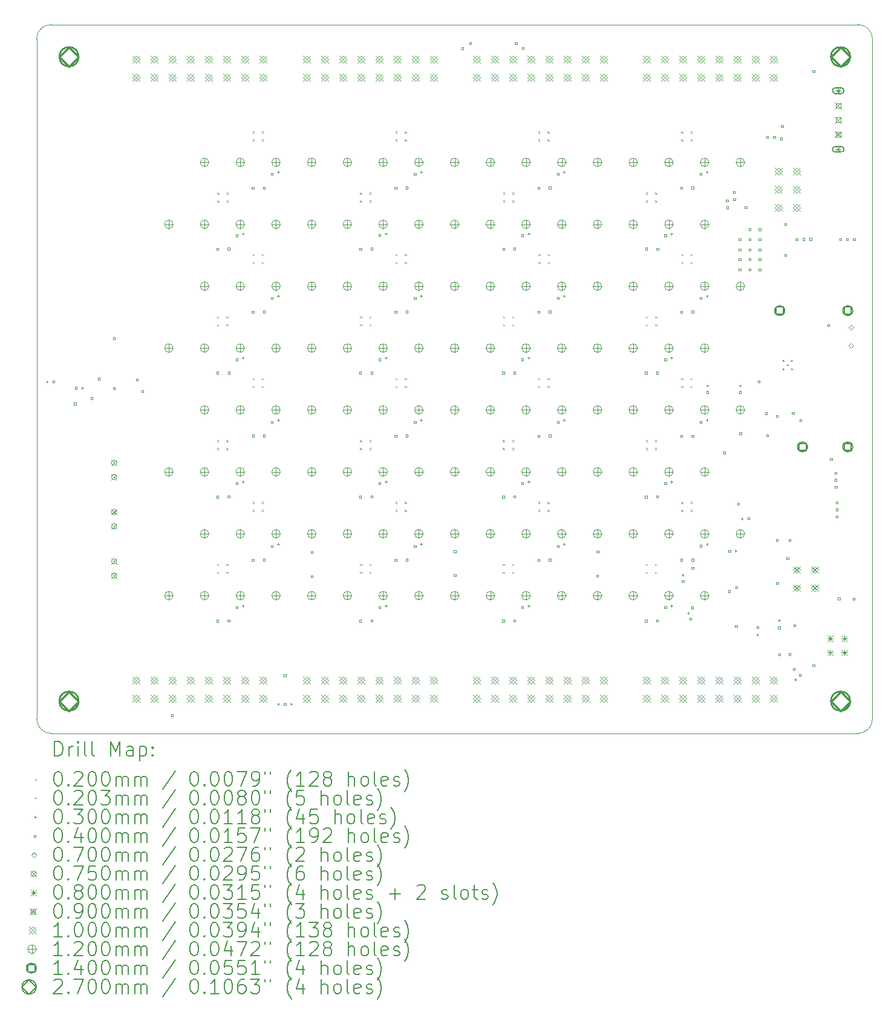
<source format=gbr>
%TF.GenerationSoftware,KiCad,Pcbnew,(6.0.11)*%
%TF.CreationDate,2024-03-31T18:21:13-04:00*%
%TF.ProjectId,Ultrasonic Sound Steering - Driver Rev. C,556c7472-6173-46f6-9e69-6320536f756e,rev?*%
%TF.SameCoordinates,Original*%
%TF.FileFunction,Drillmap*%
%TF.FilePolarity,Positive*%
%FSLAX45Y45*%
G04 Gerber Fmt 4.5, Leading zero omitted, Abs format (unit mm)*
G04 Created by KiCad (PCBNEW (6.0.11)) date 2024-03-31 18:21:13*
%MOMM*%
%LPD*%
G01*
G04 APERTURE LIST*
%ADD10C,0.100000*%
%ADD11C,0.200000*%
%ADD12C,0.020000*%
%ADD13C,0.020320*%
%ADD14C,0.030000*%
%ADD15C,0.040000*%
%ADD16C,0.070000*%
%ADD17C,0.075000*%
%ADD18C,0.080000*%
%ADD19C,0.090000*%
%ADD20C,0.120000*%
%ADD21C,0.140000*%
%ADD22C,0.270000*%
G04 APERTURE END LIST*
D10*
X31271911Y-4745000D02*
X31271490Y-14259579D01*
X31271910Y-4745000D02*
G75*
G03*
X31071911Y-4545000I-200000J0D01*
G01*
X19572331Y-14259579D02*
G75*
G03*
X19772333Y-14459579I199999J-1D01*
G01*
X19572333Y-14259579D02*
X19572333Y-4745421D01*
X19772333Y-4545421D02*
X31071911Y-4545000D01*
X31071490Y-14459579D02*
X19772333Y-14459579D01*
X31071490Y-14459580D02*
G75*
G03*
X31271490Y-14259579I0J200000D01*
G01*
X19772333Y-4545423D02*
G75*
G03*
X19572333Y-4745421I-3J-199997D01*
G01*
D11*
D12*
X22098702Y-8625398D02*
X22118702Y-8645398D01*
X22118702Y-8625398D02*
X22098702Y-8645398D01*
X22098702Y-8735398D02*
X22118702Y-8755398D01*
X22118702Y-8735398D02*
X22098702Y-8755398D01*
X22098702Y-10357449D02*
X22118702Y-10377449D01*
X22118702Y-10357449D02*
X22098702Y-10377449D01*
X22098702Y-10467449D02*
X22118702Y-10487449D01*
X22118702Y-10467449D02*
X22098702Y-10487449D01*
X22098702Y-12089499D02*
X22118702Y-12109499D01*
X22118702Y-12089499D02*
X22098702Y-12109499D01*
X22098702Y-12199499D02*
X22118702Y-12219499D01*
X22118702Y-12199499D02*
X22098702Y-12219499D01*
X22100500Y-6896600D02*
X22120500Y-6916600D01*
X22120500Y-6896600D02*
X22100500Y-6916600D01*
X22100500Y-7006600D02*
X22120500Y-7026600D01*
X22120500Y-7006600D02*
X22100500Y-7026600D01*
X22228702Y-8625398D02*
X22248702Y-8645398D01*
X22248702Y-8625398D02*
X22228702Y-8645398D01*
X22228702Y-8735398D02*
X22248702Y-8755398D01*
X22248702Y-8735398D02*
X22228702Y-8755398D01*
X22228702Y-10357449D02*
X22248702Y-10377449D01*
X22248702Y-10357449D02*
X22228702Y-10377449D01*
X22228702Y-10467449D02*
X22248702Y-10487449D01*
X22248702Y-10467449D02*
X22228702Y-10487449D01*
X22228702Y-12089499D02*
X22248702Y-12109499D01*
X22248702Y-12089499D02*
X22228702Y-12109499D01*
X22228702Y-12199499D02*
X22248702Y-12219499D01*
X22248702Y-12199499D02*
X22228702Y-12219499D01*
X22230500Y-6896600D02*
X22250500Y-6916600D01*
X22250500Y-6896600D02*
X22230500Y-6916600D01*
X22230500Y-7006600D02*
X22250500Y-7026600D01*
X22250500Y-7006600D02*
X22230500Y-7026600D01*
X22595000Y-6040000D02*
X22615000Y-6060000D01*
X22615000Y-6040000D02*
X22595000Y-6060000D01*
X22595000Y-6150000D02*
X22615000Y-6170000D01*
X22615000Y-6150000D02*
X22595000Y-6170000D01*
X22595202Y-7757052D02*
X22615202Y-7777052D01*
X22615202Y-7757052D02*
X22595202Y-7777052D01*
X22595202Y-7867052D02*
X22615202Y-7887052D01*
X22615202Y-7867052D02*
X22595202Y-7887052D01*
X22595202Y-9489103D02*
X22615202Y-9509103D01*
X22615202Y-9489103D02*
X22595202Y-9509103D01*
X22595202Y-9599103D02*
X22615202Y-9619103D01*
X22615202Y-9599103D02*
X22595202Y-9619103D01*
X22595202Y-11221154D02*
X22615202Y-11241154D01*
X22615202Y-11221154D02*
X22595202Y-11241154D01*
X22595202Y-11331154D02*
X22615202Y-11351154D01*
X22615202Y-11331154D02*
X22595202Y-11351154D01*
X22725000Y-6040000D02*
X22745000Y-6060000D01*
X22745000Y-6040000D02*
X22725000Y-6060000D01*
X22725000Y-6150000D02*
X22745000Y-6170000D01*
X22745000Y-6150000D02*
X22725000Y-6170000D01*
X22725202Y-7757052D02*
X22745202Y-7777052D01*
X22745202Y-7757052D02*
X22725202Y-7777052D01*
X22725202Y-7867052D02*
X22745202Y-7887052D01*
X22745202Y-7867052D02*
X22725202Y-7887052D01*
X22725202Y-9489103D02*
X22745202Y-9509103D01*
X22745202Y-9489103D02*
X22725202Y-9509103D01*
X22725202Y-9599103D02*
X22745202Y-9619103D01*
X22745202Y-9599103D02*
X22725202Y-9619103D01*
X22725202Y-11221154D02*
X22745202Y-11241154D01*
X22745202Y-11221154D02*
X22725202Y-11241154D01*
X22725202Y-11331154D02*
X22745202Y-11351154D01*
X22745202Y-11331154D02*
X22725202Y-11351154D01*
X24098702Y-10357449D02*
X24118702Y-10377449D01*
X24118702Y-10357449D02*
X24098702Y-10377449D01*
X24098702Y-10467449D02*
X24118702Y-10487449D01*
X24118702Y-10467449D02*
X24098702Y-10487449D01*
X24098702Y-12089499D02*
X24118702Y-12109499D01*
X24118702Y-12089499D02*
X24098702Y-12109499D01*
X24098702Y-12199499D02*
X24118702Y-12219499D01*
X24118702Y-12199499D02*
X24098702Y-12219499D01*
X24100327Y-8625414D02*
X24120327Y-8645414D01*
X24120327Y-8625414D02*
X24100327Y-8645414D01*
X24100327Y-8735414D02*
X24120327Y-8755414D01*
X24120327Y-8735414D02*
X24100327Y-8755414D01*
X24100500Y-6894946D02*
X24120500Y-6914946D01*
X24120500Y-6894946D02*
X24100500Y-6914946D01*
X24100500Y-7004946D02*
X24120500Y-7024946D01*
X24120500Y-7004946D02*
X24100500Y-7024946D01*
X24228702Y-10357449D02*
X24248702Y-10377449D01*
X24248702Y-10357449D02*
X24228702Y-10377449D01*
X24228702Y-10467449D02*
X24248702Y-10487449D01*
X24248702Y-10467449D02*
X24228702Y-10487449D01*
X24228702Y-12089499D02*
X24248702Y-12109499D01*
X24248702Y-12089499D02*
X24228702Y-12109499D01*
X24228702Y-12199499D02*
X24248702Y-12219499D01*
X24248702Y-12199499D02*
X24228702Y-12219499D01*
X24230327Y-8625414D02*
X24250327Y-8645414D01*
X24250327Y-8625414D02*
X24230327Y-8645414D01*
X24230327Y-8735414D02*
X24250327Y-8755414D01*
X24250327Y-8735414D02*
X24230327Y-8755414D01*
X24230500Y-6894946D02*
X24250500Y-6914946D01*
X24250500Y-6894946D02*
X24230500Y-6914946D01*
X24230500Y-7004946D02*
X24250500Y-7024946D01*
X24250500Y-7004946D02*
X24230500Y-7024946D01*
X24595000Y-6040000D02*
X24615000Y-6060000D01*
X24615000Y-6040000D02*
X24595000Y-6060000D01*
X24595000Y-6150000D02*
X24615000Y-6170000D01*
X24615000Y-6150000D02*
X24595000Y-6170000D01*
X24595202Y-9489103D02*
X24615202Y-9509103D01*
X24615202Y-9489103D02*
X24595202Y-9509103D01*
X24595202Y-9599103D02*
X24615202Y-9619103D01*
X24615202Y-9599103D02*
X24595202Y-9619103D01*
X24595202Y-11221154D02*
X24615202Y-11241154D01*
X24615202Y-11221154D02*
X24595202Y-11241154D01*
X24595202Y-11331154D02*
X24615202Y-11351154D01*
X24615202Y-11331154D02*
X24595202Y-11351154D01*
X24596827Y-7757068D02*
X24616827Y-7777068D01*
X24616827Y-7757068D02*
X24596827Y-7777068D01*
X24596827Y-7867068D02*
X24616827Y-7887068D01*
X24616827Y-7867068D02*
X24596827Y-7887068D01*
X24725000Y-6040000D02*
X24745000Y-6060000D01*
X24745000Y-6040000D02*
X24725000Y-6060000D01*
X24725000Y-6150000D02*
X24745000Y-6170000D01*
X24745000Y-6150000D02*
X24725000Y-6170000D01*
X24725202Y-9489103D02*
X24745202Y-9509103D01*
X24745202Y-9489103D02*
X24725202Y-9509103D01*
X24725202Y-9599103D02*
X24745202Y-9619103D01*
X24745202Y-9599103D02*
X24725202Y-9619103D01*
X24725202Y-11221154D02*
X24745202Y-11241154D01*
X24745202Y-11221154D02*
X24725202Y-11241154D01*
X24725202Y-11331154D02*
X24745202Y-11351154D01*
X24745202Y-11331154D02*
X24725202Y-11351154D01*
X24726827Y-7757068D02*
X24746827Y-7777068D01*
X24746827Y-7757068D02*
X24726827Y-7777068D01*
X24726827Y-7867068D02*
X24746827Y-7887068D01*
X24746827Y-7867068D02*
X24726827Y-7887068D01*
X26098702Y-10357449D02*
X26118702Y-10377449D01*
X26118702Y-10357449D02*
X26098702Y-10377449D01*
X26098702Y-10467449D02*
X26118702Y-10487449D01*
X26118702Y-10467449D02*
X26098702Y-10487449D01*
X26098702Y-12089499D02*
X26118702Y-12109499D01*
X26118702Y-12089499D02*
X26098702Y-12109499D01*
X26098702Y-12199499D02*
X26118702Y-12219499D01*
X26118702Y-12199499D02*
X26098702Y-12219499D01*
X26100327Y-8625414D02*
X26120327Y-8645414D01*
X26120327Y-8625414D02*
X26100327Y-8645414D01*
X26100327Y-8735414D02*
X26120327Y-8755414D01*
X26120327Y-8735414D02*
X26100327Y-8755414D01*
X26100500Y-6894946D02*
X26120500Y-6914946D01*
X26120500Y-6894946D02*
X26100500Y-6914946D01*
X26100500Y-7004946D02*
X26120500Y-7024946D01*
X26120500Y-7004946D02*
X26100500Y-7024946D01*
X26228702Y-10357449D02*
X26248702Y-10377449D01*
X26248702Y-10357449D02*
X26228702Y-10377449D01*
X26228702Y-10467449D02*
X26248702Y-10487449D01*
X26248702Y-10467449D02*
X26228702Y-10487449D01*
X26228702Y-12089499D02*
X26248702Y-12109499D01*
X26248702Y-12089499D02*
X26228702Y-12109499D01*
X26228702Y-12199499D02*
X26248702Y-12219499D01*
X26248702Y-12199499D02*
X26228702Y-12219499D01*
X26230327Y-8625414D02*
X26250327Y-8645414D01*
X26250327Y-8625414D02*
X26230327Y-8645414D01*
X26230327Y-8735414D02*
X26250327Y-8755414D01*
X26250327Y-8735414D02*
X26230327Y-8755414D01*
X26230500Y-6894946D02*
X26250500Y-6914946D01*
X26250500Y-6894946D02*
X26230500Y-6914946D01*
X26230500Y-7004946D02*
X26250500Y-7024946D01*
X26250500Y-7004946D02*
X26230500Y-7024946D01*
X26595000Y-6040000D02*
X26615000Y-6060000D01*
X26615000Y-6040000D02*
X26595000Y-6060000D01*
X26595000Y-6150000D02*
X26615000Y-6170000D01*
X26615000Y-6150000D02*
X26595000Y-6170000D01*
X26595202Y-9489103D02*
X26615202Y-9509103D01*
X26615202Y-9489103D02*
X26595202Y-9509103D01*
X26595202Y-9599103D02*
X26615202Y-9619103D01*
X26615202Y-9599103D02*
X26595202Y-9619103D01*
X26595202Y-11221154D02*
X26615202Y-11241154D01*
X26615202Y-11221154D02*
X26595202Y-11241154D01*
X26595202Y-11331154D02*
X26615202Y-11351154D01*
X26615202Y-11331154D02*
X26595202Y-11351154D01*
X26596827Y-7757068D02*
X26616827Y-7777068D01*
X26616827Y-7757068D02*
X26596827Y-7777068D01*
X26596827Y-7867068D02*
X26616827Y-7887068D01*
X26616827Y-7867068D02*
X26596827Y-7887068D01*
X26725000Y-6040000D02*
X26745000Y-6060000D01*
X26745000Y-6040000D02*
X26725000Y-6060000D01*
X26725000Y-6150000D02*
X26745000Y-6170000D01*
X26745000Y-6150000D02*
X26725000Y-6170000D01*
X26725202Y-9489103D02*
X26745202Y-9509103D01*
X26745202Y-9489103D02*
X26725202Y-9509103D01*
X26725202Y-9599103D02*
X26745202Y-9619103D01*
X26745202Y-9599103D02*
X26725202Y-9619103D01*
X26725202Y-11221154D02*
X26745202Y-11241154D01*
X26745202Y-11221154D02*
X26725202Y-11241154D01*
X26725202Y-11331154D02*
X26745202Y-11351154D01*
X26745202Y-11331154D02*
X26725202Y-11351154D01*
X26726827Y-7757068D02*
X26746827Y-7777068D01*
X26746827Y-7757068D02*
X26726827Y-7777068D01*
X26726827Y-7867068D02*
X26746827Y-7887068D01*
X26746827Y-7867068D02*
X26726827Y-7887068D01*
X28098702Y-10357449D02*
X28118702Y-10377449D01*
X28118702Y-10357449D02*
X28098702Y-10377449D01*
X28098702Y-10467449D02*
X28118702Y-10487449D01*
X28118702Y-10467449D02*
X28098702Y-10487449D01*
X28098702Y-12089499D02*
X28118702Y-12109499D01*
X28118702Y-12089499D02*
X28098702Y-12109499D01*
X28098702Y-12199499D02*
X28118702Y-12219499D01*
X28118702Y-12199499D02*
X28098702Y-12219499D01*
X28100500Y-6894946D02*
X28120500Y-6914946D01*
X28120500Y-6894946D02*
X28100500Y-6914946D01*
X28100500Y-7004946D02*
X28120500Y-7024946D01*
X28120500Y-7004946D02*
X28100500Y-7024946D01*
X28100500Y-8625651D02*
X28120500Y-8645651D01*
X28120500Y-8625651D02*
X28100500Y-8645651D01*
X28100500Y-8735651D02*
X28120500Y-8755651D01*
X28120500Y-8735651D02*
X28100500Y-8755651D01*
X28228702Y-10357449D02*
X28248702Y-10377449D01*
X28248702Y-10357449D02*
X28228702Y-10377449D01*
X28228702Y-10467449D02*
X28248702Y-10487449D01*
X28248702Y-10467449D02*
X28228702Y-10487449D01*
X28228702Y-12089499D02*
X28248702Y-12109499D01*
X28248702Y-12089499D02*
X28228702Y-12109499D01*
X28228702Y-12199499D02*
X28248702Y-12219499D01*
X28248702Y-12199499D02*
X28228702Y-12219499D01*
X28230500Y-6894946D02*
X28250500Y-6914946D01*
X28250500Y-6894946D02*
X28230500Y-6914946D01*
X28230500Y-7004946D02*
X28250500Y-7024946D01*
X28250500Y-7004946D02*
X28230500Y-7024946D01*
X28230500Y-8625651D02*
X28250500Y-8645651D01*
X28250500Y-8625651D02*
X28230500Y-8645651D01*
X28230500Y-8735651D02*
X28250500Y-8755651D01*
X28250500Y-8735651D02*
X28230500Y-8755651D01*
X28595000Y-6040000D02*
X28615000Y-6060000D01*
X28615000Y-6040000D02*
X28595000Y-6060000D01*
X28595000Y-6150000D02*
X28615000Y-6170000D01*
X28615000Y-6150000D02*
X28595000Y-6170000D01*
X28595202Y-9489103D02*
X28615202Y-9509103D01*
X28615202Y-9489103D02*
X28595202Y-9509103D01*
X28595202Y-9599103D02*
X28615202Y-9619103D01*
X28615202Y-9599103D02*
X28595202Y-9619103D01*
X28595202Y-11221154D02*
X28615202Y-11241154D01*
X28615202Y-11221154D02*
X28595202Y-11241154D01*
X28595202Y-11331154D02*
X28615202Y-11351154D01*
X28615202Y-11331154D02*
X28595202Y-11351154D01*
X28597000Y-7757305D02*
X28617000Y-7777305D01*
X28617000Y-7757305D02*
X28597000Y-7777305D01*
X28597000Y-7867305D02*
X28617000Y-7887305D01*
X28617000Y-7867305D02*
X28597000Y-7887305D01*
X28725000Y-6040000D02*
X28745000Y-6060000D01*
X28745000Y-6040000D02*
X28725000Y-6060000D01*
X28725000Y-6150000D02*
X28745000Y-6170000D01*
X28745000Y-6150000D02*
X28725000Y-6170000D01*
X28725202Y-9489103D02*
X28745202Y-9509103D01*
X28745202Y-9489103D02*
X28725202Y-9509103D01*
X28725202Y-9599103D02*
X28745202Y-9619103D01*
X28745202Y-9599103D02*
X28725202Y-9619103D01*
X28725202Y-11221154D02*
X28745202Y-11241154D01*
X28745202Y-11221154D02*
X28725202Y-11241154D01*
X28725202Y-11331154D02*
X28745202Y-11351154D01*
X28745202Y-11331154D02*
X28725202Y-11351154D01*
X28727000Y-7757305D02*
X28747000Y-7777305D01*
X28747000Y-7757305D02*
X28727000Y-7777305D01*
X28727000Y-7867305D02*
X28747000Y-7887305D01*
X28747000Y-7867305D02*
X28727000Y-7887305D01*
D13*
X30034660Y-9250000D02*
G75*
G03*
X30034660Y-9250000I-10160J0D01*
G01*
X30034660Y-9368000D02*
G75*
G03*
X30034660Y-9368000I-10160J0D01*
G01*
X30093660Y-9309000D02*
G75*
G03*
X30093660Y-9309000I-10160J0D01*
G01*
X30152660Y-9250000D02*
G75*
G03*
X30152660Y-9250000I-10160J0D01*
G01*
X30152660Y-9368000D02*
G75*
G03*
X30152660Y-9368000I-10160J0D01*
G01*
D14*
X19716718Y-9525620D02*
X19716718Y-9555620D01*
X19701718Y-9540620D02*
X19731718Y-9540620D01*
X20212450Y-9612500D02*
X20212450Y-9642500D01*
X20197450Y-9627500D02*
X20227450Y-9627500D01*
X22459000Y-7458000D02*
X22459000Y-7488000D01*
X22444000Y-7473000D02*
X22474000Y-7473000D01*
X22459000Y-9192000D02*
X22459000Y-9222000D01*
X22444000Y-9207000D02*
X22474000Y-9207000D01*
X22459000Y-10926000D02*
X22459000Y-10956000D01*
X22444000Y-10941000D02*
X22474000Y-10941000D01*
X22459000Y-12660000D02*
X22459000Y-12690000D01*
X22444000Y-12675000D02*
X22474000Y-12675000D01*
X22954000Y-6594000D02*
X22954000Y-6624000D01*
X22939000Y-6609000D02*
X22969000Y-6609000D01*
X22954000Y-8328000D02*
X22954000Y-8358000D01*
X22939000Y-8343000D02*
X22969000Y-8343000D01*
X22954000Y-10062000D02*
X22954000Y-10092000D01*
X22939000Y-10077000D02*
X22969000Y-10077000D01*
X22954000Y-11796000D02*
X22954000Y-11826000D01*
X22939000Y-11811000D02*
X22969000Y-11811000D01*
X22956050Y-14035000D02*
X22956050Y-14065000D01*
X22941050Y-14050000D02*
X22971050Y-14050000D01*
X23135950Y-14035000D02*
X23135950Y-14065000D01*
X23120950Y-14050000D02*
X23150950Y-14050000D01*
X24459000Y-7458000D02*
X24459000Y-7488000D01*
X24444000Y-7473000D02*
X24474000Y-7473000D01*
X24459000Y-9192000D02*
X24459000Y-9222000D01*
X24444000Y-9207000D02*
X24474000Y-9207000D01*
X24459000Y-10926000D02*
X24459000Y-10956000D01*
X24444000Y-10941000D02*
X24474000Y-10941000D01*
X24459000Y-12660000D02*
X24459000Y-12690000D01*
X24444000Y-12675000D02*
X24474000Y-12675000D01*
X24954000Y-6594000D02*
X24954000Y-6624000D01*
X24939000Y-6609000D02*
X24969000Y-6609000D01*
X24954000Y-8328000D02*
X24954000Y-8358000D01*
X24939000Y-8343000D02*
X24969000Y-8343000D01*
X24954000Y-10062000D02*
X24954000Y-10092000D01*
X24939000Y-10077000D02*
X24969000Y-10077000D01*
X24954000Y-11796000D02*
X24954000Y-11826000D01*
X24939000Y-11811000D02*
X24969000Y-11811000D01*
X26459000Y-7458000D02*
X26459000Y-7488000D01*
X26444000Y-7473000D02*
X26474000Y-7473000D01*
X26459000Y-9192000D02*
X26459000Y-9222000D01*
X26444000Y-9207000D02*
X26474000Y-9207000D01*
X26459000Y-10926000D02*
X26459000Y-10956000D01*
X26444000Y-10941000D02*
X26474000Y-10941000D01*
X26459000Y-12660000D02*
X26459000Y-12690000D01*
X26444000Y-12675000D02*
X26474000Y-12675000D01*
X26954000Y-6594000D02*
X26954000Y-6624000D01*
X26939000Y-6609000D02*
X26969000Y-6609000D01*
X26954000Y-8328000D02*
X26954000Y-8358000D01*
X26939000Y-8343000D02*
X26969000Y-8343000D01*
X26954000Y-10062000D02*
X26954000Y-10092000D01*
X26939000Y-10077000D02*
X26969000Y-10077000D01*
X26954000Y-11796000D02*
X26954000Y-11826000D01*
X26939000Y-11811000D02*
X26969000Y-11811000D01*
X28459000Y-7458000D02*
X28459000Y-7488000D01*
X28444000Y-7473000D02*
X28474000Y-7473000D01*
X28459000Y-9192000D02*
X28459000Y-9222000D01*
X28444000Y-9207000D02*
X28474000Y-9207000D01*
X28459000Y-10926000D02*
X28459000Y-10956000D01*
X28444000Y-10941000D02*
X28474000Y-10941000D01*
X28459000Y-12660000D02*
X28459000Y-12690000D01*
X28444000Y-12675000D02*
X28474000Y-12675000D01*
X28614093Y-12228135D02*
X28614093Y-12258135D01*
X28599093Y-12243135D02*
X28629093Y-12243135D01*
X28690134Y-12760509D02*
X28690134Y-12790509D01*
X28675134Y-12775509D02*
X28705134Y-12775509D01*
X28954000Y-6594000D02*
X28954000Y-6624000D01*
X28939000Y-6609000D02*
X28969000Y-6609000D01*
X28954000Y-8328000D02*
X28954000Y-8358000D01*
X28939000Y-8343000D02*
X28969000Y-8343000D01*
X28954000Y-10062000D02*
X28954000Y-10092000D01*
X28939000Y-10077000D02*
X28969000Y-10077000D01*
X28954000Y-11796000D02*
X28954000Y-11826000D01*
X28939000Y-11811000D02*
X28969000Y-11811000D01*
X28960000Y-9583050D02*
X28960000Y-9613050D01*
X28945000Y-9598050D02*
X28975000Y-9598050D01*
X29358943Y-11890816D02*
X29358943Y-11920816D01*
X29343943Y-11905816D02*
X29373943Y-11905816D01*
X29419637Y-9583060D02*
X29419637Y-9613060D01*
X29404637Y-9598060D02*
X29434637Y-9598060D01*
X29444188Y-11440989D02*
X29444188Y-11470989D01*
X29429188Y-11455989D02*
X29459188Y-11455989D01*
X29663499Y-13064889D02*
X29663499Y-13094889D01*
X29648499Y-13079889D02*
X29678499Y-13079889D01*
X29966190Y-12865057D02*
X29966190Y-12895057D01*
X29951190Y-12880057D02*
X29981190Y-12880057D01*
X30191450Y-13695000D02*
X30191450Y-13725000D01*
X30176450Y-13710000D02*
X30206450Y-13710000D01*
D15*
X19820768Y-9551989D02*
X19820768Y-9523704D01*
X19792483Y-9523704D01*
X19792483Y-9551989D01*
X19820768Y-9551989D01*
X20123517Y-9863517D02*
X20123517Y-9835233D01*
X20095233Y-9835233D01*
X20095233Y-9863517D01*
X20123517Y-9863517D01*
X20136642Y-9641642D02*
X20136642Y-9613358D01*
X20108358Y-9613358D01*
X20108358Y-9641642D01*
X20136642Y-9641642D01*
X20354142Y-9786642D02*
X20354142Y-9758358D01*
X20325858Y-9758358D01*
X20325858Y-9786642D01*
X20354142Y-9786642D01*
X20460074Y-9515074D02*
X20460074Y-9486789D01*
X20431789Y-9486789D01*
X20431789Y-9515074D01*
X20460074Y-9515074D01*
X20669142Y-8949142D02*
X20669142Y-8920858D01*
X20640858Y-8920858D01*
X20640858Y-8949142D01*
X20669142Y-8949142D01*
X20669142Y-9644142D02*
X20669142Y-9615858D01*
X20640858Y-9615858D01*
X20640858Y-9644142D01*
X20669142Y-9644142D01*
X20989192Y-9529162D02*
X20989192Y-9500878D01*
X20960908Y-9500878D01*
X20960908Y-9529162D01*
X20989192Y-9529162D01*
X21068934Y-9686642D02*
X21068934Y-9658358D01*
X21040650Y-9658358D01*
X21040650Y-9686642D01*
X21068934Y-9686642D01*
X21484642Y-14223642D02*
X21484642Y-14195358D01*
X21456358Y-14195358D01*
X21456358Y-14223642D01*
X21484642Y-14223642D01*
X22116642Y-7696642D02*
X22116642Y-7668358D01*
X22088358Y-7668358D01*
X22088358Y-7696642D01*
X22116642Y-7696642D01*
X22116642Y-11166642D02*
X22116642Y-11138358D01*
X22088358Y-11138358D01*
X22088358Y-11166642D01*
X22116642Y-11166642D01*
X22116642Y-12901642D02*
X22116642Y-12873358D01*
X22088358Y-12873358D01*
X22088358Y-12901642D01*
X22116642Y-12901642D01*
X22119142Y-9431642D02*
X22119142Y-9403358D01*
X22090858Y-9403358D01*
X22090858Y-9431642D01*
X22119142Y-9431642D01*
X22274142Y-7694142D02*
X22274142Y-7665858D01*
X22245858Y-7665858D01*
X22245858Y-7694142D01*
X22274142Y-7694142D01*
X22274142Y-11164142D02*
X22274142Y-11135858D01*
X22245858Y-11135858D01*
X22245858Y-11164142D01*
X22274142Y-11164142D01*
X22274142Y-12899142D02*
X22274142Y-12870858D01*
X22245858Y-12870858D01*
X22245858Y-12899142D01*
X22274142Y-12899142D01*
X22276642Y-9429142D02*
X22276642Y-9400858D01*
X22248358Y-9400858D01*
X22248358Y-9429142D01*
X22276642Y-9429142D01*
X22385392Y-7507892D02*
X22385392Y-7479608D01*
X22357108Y-7479608D01*
X22357108Y-7507892D01*
X22385392Y-7507892D01*
X22385392Y-9242892D02*
X22385392Y-9214608D01*
X22357108Y-9214608D01*
X22357108Y-9242892D01*
X22385392Y-9242892D01*
X22385392Y-10975392D02*
X22385392Y-10947108D01*
X22357108Y-10947108D01*
X22357108Y-10975392D01*
X22385392Y-10975392D01*
X22385392Y-12712892D02*
X22385392Y-12684608D01*
X22357108Y-12684608D01*
X22357108Y-12712892D01*
X22385392Y-12712892D01*
X22611642Y-6844142D02*
X22611642Y-6815858D01*
X22583358Y-6815858D01*
X22583358Y-6844142D01*
X22611642Y-6844142D01*
X22611642Y-8577892D02*
X22611642Y-8549608D01*
X22583358Y-8549608D01*
X22583358Y-8577892D01*
X22611642Y-8577892D01*
X22611642Y-12050392D02*
X22611642Y-12022108D01*
X22583358Y-12022108D01*
X22583358Y-12050392D01*
X22611642Y-12050392D01*
X22614142Y-10310392D02*
X22614142Y-10282108D01*
X22585858Y-10282108D01*
X22585858Y-10310392D01*
X22614142Y-10310392D01*
X22769142Y-6841642D02*
X22769142Y-6813358D01*
X22740858Y-6813358D01*
X22740858Y-6841642D01*
X22769142Y-6841642D01*
X22769142Y-8575392D02*
X22769142Y-8547108D01*
X22740858Y-8547108D01*
X22740858Y-8575392D01*
X22769142Y-8575392D01*
X22769142Y-10310392D02*
X22769142Y-10282108D01*
X22740858Y-10282108D01*
X22740858Y-10310392D01*
X22769142Y-10310392D01*
X22769142Y-12047892D02*
X22769142Y-12019608D01*
X22740858Y-12019608D01*
X22740858Y-12047892D01*
X22769142Y-12047892D01*
X22881642Y-6649142D02*
X22881642Y-6620858D01*
X22853358Y-6620858D01*
X22853358Y-6649142D01*
X22881642Y-6649142D01*
X22881642Y-8382892D02*
X22881642Y-8354608D01*
X22853358Y-8354608D01*
X22853358Y-8382892D01*
X22881642Y-8382892D01*
X22881642Y-10117892D02*
X22881642Y-10089608D01*
X22853358Y-10089608D01*
X22853358Y-10117892D01*
X22881642Y-10117892D01*
X22881642Y-11855392D02*
X22881642Y-11827108D01*
X22853358Y-11827108D01*
X22853358Y-11855392D01*
X22881642Y-11855392D01*
X23060142Y-14064142D02*
X23060142Y-14035858D01*
X23031858Y-14035858D01*
X23031858Y-14064142D01*
X23060142Y-14064142D01*
X23061142Y-13663642D02*
X23061142Y-13635358D01*
X23032858Y-13635358D01*
X23032858Y-13663642D01*
X23061142Y-13663642D01*
X23437142Y-12279142D02*
X23437142Y-12250858D01*
X23408858Y-12250858D01*
X23408858Y-12279142D01*
X23437142Y-12279142D01*
X23439142Y-11941142D02*
X23439142Y-11912858D01*
X23410858Y-11912858D01*
X23410858Y-11941142D01*
X23439142Y-11941142D01*
X24116642Y-9431642D02*
X24116642Y-9403358D01*
X24088358Y-9403358D01*
X24088358Y-9431642D01*
X24116642Y-9431642D01*
X24116642Y-11166642D02*
X24116642Y-11138358D01*
X24088358Y-11138358D01*
X24088358Y-11166642D01*
X24116642Y-11166642D01*
X24116642Y-12901642D02*
X24116642Y-12873358D01*
X24088358Y-12873358D01*
X24088358Y-12901642D01*
X24116642Y-12901642D01*
X24119142Y-7696642D02*
X24119142Y-7668358D01*
X24090858Y-7668358D01*
X24090858Y-7696642D01*
X24119142Y-7696642D01*
X24274142Y-9429142D02*
X24274142Y-9400858D01*
X24245858Y-9400858D01*
X24245858Y-9429142D01*
X24274142Y-9429142D01*
X24274142Y-11164142D02*
X24274142Y-11135858D01*
X24245858Y-11135858D01*
X24245858Y-11164142D01*
X24274142Y-11164142D01*
X24274142Y-12899142D02*
X24274142Y-12870858D01*
X24245858Y-12870858D01*
X24245858Y-12899142D01*
X24274142Y-12899142D01*
X24276642Y-7694142D02*
X24276642Y-7665858D01*
X24248358Y-7665858D01*
X24248358Y-7694142D01*
X24276642Y-7694142D01*
X24385392Y-7505392D02*
X24385392Y-7477108D01*
X24357108Y-7477108D01*
X24357108Y-7505392D01*
X24385392Y-7505392D01*
X24385392Y-9242892D02*
X24385392Y-9214608D01*
X24357108Y-9214608D01*
X24357108Y-9242892D01*
X24385392Y-9242892D01*
X24385392Y-10977892D02*
X24385392Y-10949608D01*
X24357108Y-10949608D01*
X24357108Y-10977892D01*
X24385392Y-10977892D01*
X24385392Y-12712892D02*
X24385392Y-12684608D01*
X24357108Y-12684608D01*
X24357108Y-12712892D01*
X24385392Y-12712892D01*
X24611642Y-6842892D02*
X24611642Y-6814608D01*
X24583358Y-6814608D01*
X24583358Y-6842892D01*
X24611642Y-6842892D01*
X24611642Y-8577892D02*
X24611642Y-8549608D01*
X24583358Y-8549608D01*
X24583358Y-8577892D01*
X24611642Y-8577892D01*
X24611642Y-10312892D02*
X24611642Y-10284608D01*
X24583358Y-10284608D01*
X24583358Y-10312892D01*
X24611642Y-10312892D01*
X24611642Y-12050392D02*
X24611642Y-12022108D01*
X24583358Y-12022108D01*
X24583358Y-12050392D01*
X24611642Y-12050392D01*
X24769142Y-6840392D02*
X24769142Y-6812108D01*
X24740858Y-6812108D01*
X24740858Y-6840392D01*
X24769142Y-6840392D01*
X24769142Y-8575392D02*
X24769142Y-8547108D01*
X24740858Y-8547108D01*
X24740858Y-8575392D01*
X24769142Y-8575392D01*
X24769142Y-10310392D02*
X24769142Y-10282108D01*
X24740858Y-10282108D01*
X24740858Y-10310392D01*
X24769142Y-10310392D01*
X24769142Y-12047892D02*
X24769142Y-12019608D01*
X24740858Y-12019608D01*
X24740858Y-12047892D01*
X24769142Y-12047892D01*
X24881642Y-6647892D02*
X24881642Y-6619608D01*
X24853358Y-6619608D01*
X24853358Y-6647892D01*
X24881642Y-6647892D01*
X24881642Y-8382892D02*
X24881642Y-8354608D01*
X24853358Y-8354608D01*
X24853358Y-8382892D01*
X24881642Y-8382892D01*
X24881642Y-10117892D02*
X24881642Y-10089608D01*
X24853358Y-10089608D01*
X24853358Y-10117892D01*
X24881642Y-10117892D01*
X24881642Y-11855392D02*
X24881642Y-11827108D01*
X24853358Y-11827108D01*
X24853358Y-11855392D01*
X24881642Y-11855392D01*
X25439142Y-12265142D02*
X25439142Y-12236858D01*
X25410858Y-12236858D01*
X25410858Y-12265142D01*
X25439142Y-12265142D01*
X25441142Y-11927142D02*
X25441142Y-11898858D01*
X25412858Y-11898858D01*
X25412858Y-11927142D01*
X25441142Y-11927142D01*
X25548142Y-4892142D02*
X25548142Y-4863858D01*
X25519858Y-4863858D01*
X25519858Y-4892142D01*
X25548142Y-4892142D01*
X25655142Y-4819142D02*
X25655142Y-4790858D01*
X25626858Y-4790858D01*
X25626858Y-4819142D01*
X25655142Y-4819142D01*
X26116642Y-9431642D02*
X26116642Y-9403358D01*
X26088358Y-9403358D01*
X26088358Y-9431642D01*
X26116642Y-9431642D01*
X26116642Y-11166642D02*
X26116642Y-11138358D01*
X26088358Y-11138358D01*
X26088358Y-11166642D01*
X26116642Y-11166642D01*
X26116642Y-12901642D02*
X26116642Y-12873358D01*
X26088358Y-12873358D01*
X26088358Y-12901642D01*
X26116642Y-12901642D01*
X26119142Y-7696642D02*
X26119142Y-7668358D01*
X26090858Y-7668358D01*
X26090858Y-7696642D01*
X26119142Y-7696642D01*
X26274142Y-9429142D02*
X26274142Y-9400858D01*
X26245858Y-9400858D01*
X26245858Y-9429142D01*
X26274142Y-9429142D01*
X26274142Y-11164142D02*
X26274142Y-11135858D01*
X26245858Y-11135858D01*
X26245858Y-11164142D01*
X26274142Y-11164142D01*
X26274142Y-12899142D02*
X26274142Y-12870858D01*
X26245858Y-12870858D01*
X26245858Y-12899142D01*
X26274142Y-12899142D01*
X26276642Y-7694142D02*
X26276642Y-7665858D01*
X26248358Y-7665858D01*
X26248358Y-7694142D01*
X26276642Y-7694142D01*
X26296142Y-4820142D02*
X26296142Y-4791858D01*
X26267858Y-4791858D01*
X26267858Y-4820142D01*
X26296142Y-4820142D01*
X26385392Y-7507892D02*
X26385392Y-7479608D01*
X26357108Y-7479608D01*
X26357108Y-7507892D01*
X26385392Y-7507892D01*
X26385392Y-9242892D02*
X26385392Y-9214608D01*
X26357108Y-9214608D01*
X26357108Y-9242892D01*
X26385392Y-9242892D01*
X26385392Y-10977892D02*
X26385392Y-10949608D01*
X26357108Y-10949608D01*
X26357108Y-10977892D01*
X26385392Y-10977892D01*
X26385392Y-12712892D02*
X26385392Y-12684608D01*
X26357108Y-12684608D01*
X26357108Y-12712892D01*
X26385392Y-12712892D01*
X26393142Y-4889142D02*
X26393142Y-4860858D01*
X26364858Y-4860858D01*
X26364858Y-4889142D01*
X26393142Y-4889142D01*
X26611642Y-6842892D02*
X26611642Y-6814608D01*
X26583358Y-6814608D01*
X26583358Y-6842892D01*
X26611642Y-6842892D01*
X26611642Y-8577892D02*
X26611642Y-8549608D01*
X26583358Y-8549608D01*
X26583358Y-8577892D01*
X26611642Y-8577892D01*
X26611642Y-10312892D02*
X26611642Y-10284608D01*
X26583358Y-10284608D01*
X26583358Y-10312892D01*
X26611642Y-10312892D01*
X26611642Y-12050392D02*
X26611642Y-12022108D01*
X26583358Y-12022108D01*
X26583358Y-12050392D01*
X26611642Y-12050392D01*
X26769142Y-6840392D02*
X26769142Y-6812108D01*
X26740858Y-6812108D01*
X26740858Y-6840392D01*
X26769142Y-6840392D01*
X26769142Y-8575392D02*
X26769142Y-8547108D01*
X26740858Y-8547108D01*
X26740858Y-8575392D01*
X26769142Y-8575392D01*
X26769142Y-10310392D02*
X26769142Y-10282108D01*
X26740858Y-10282108D01*
X26740858Y-10310392D01*
X26769142Y-10310392D01*
X26769142Y-12047892D02*
X26769142Y-12019608D01*
X26740858Y-12019608D01*
X26740858Y-12047892D01*
X26769142Y-12047892D01*
X26881642Y-6647892D02*
X26881642Y-6619608D01*
X26853358Y-6619608D01*
X26853358Y-6647892D01*
X26881642Y-6647892D01*
X26881642Y-8382892D02*
X26881642Y-8354608D01*
X26853358Y-8354608D01*
X26853358Y-8382892D01*
X26881642Y-8382892D01*
X26881642Y-10117892D02*
X26881642Y-10089608D01*
X26853358Y-10089608D01*
X26853358Y-10117892D01*
X26881642Y-10117892D01*
X26881642Y-11855392D02*
X26881642Y-11827108D01*
X26853358Y-11827108D01*
X26853358Y-11855392D01*
X26881642Y-11855392D01*
X27435142Y-12271142D02*
X27435142Y-12242858D01*
X27406858Y-12242858D01*
X27406858Y-12271142D01*
X27435142Y-12271142D01*
X27437142Y-11933142D02*
X27437142Y-11904858D01*
X27408858Y-11904858D01*
X27408858Y-11933142D01*
X27437142Y-11933142D01*
X28116642Y-9431642D02*
X28116642Y-9403358D01*
X28088358Y-9403358D01*
X28088358Y-9431642D01*
X28116642Y-9431642D01*
X28116642Y-11166642D02*
X28116642Y-11138358D01*
X28088358Y-11138358D01*
X28088358Y-11166642D01*
X28116642Y-11166642D01*
X28116642Y-12901642D02*
X28116642Y-12873358D01*
X28088358Y-12873358D01*
X28088358Y-12901642D01*
X28116642Y-12901642D01*
X28121642Y-7694142D02*
X28121642Y-7665858D01*
X28093358Y-7665858D01*
X28093358Y-7694142D01*
X28121642Y-7694142D01*
X28274142Y-9429142D02*
X28274142Y-9400858D01*
X28245858Y-9400858D01*
X28245858Y-9429142D01*
X28274142Y-9429142D01*
X28274142Y-11164142D02*
X28274142Y-11135858D01*
X28245858Y-11135858D01*
X28245858Y-11164142D01*
X28274142Y-11164142D01*
X28274142Y-12899142D02*
X28274142Y-12870858D01*
X28245858Y-12870858D01*
X28245858Y-12899142D01*
X28274142Y-12899142D01*
X28276642Y-7696642D02*
X28276642Y-7668358D01*
X28248358Y-7668358D01*
X28248358Y-7696642D01*
X28276642Y-7696642D01*
X28385392Y-7507892D02*
X28385392Y-7479608D01*
X28357108Y-7479608D01*
X28357108Y-7507892D01*
X28385392Y-7507892D01*
X28385392Y-9242892D02*
X28385392Y-9214608D01*
X28357108Y-9214608D01*
X28357108Y-9242892D01*
X28385392Y-9242892D01*
X28385392Y-10977892D02*
X28385392Y-10949608D01*
X28357108Y-10949608D01*
X28357108Y-10977892D01*
X28385392Y-10977892D01*
X28385392Y-12712892D02*
X28385392Y-12684608D01*
X28357108Y-12684608D01*
X28357108Y-12712892D01*
X28385392Y-12712892D01*
X28611642Y-6842892D02*
X28611642Y-6814608D01*
X28583358Y-6814608D01*
X28583358Y-6842892D01*
X28611642Y-6842892D01*
X28611642Y-8577892D02*
X28611642Y-8549608D01*
X28583358Y-8549608D01*
X28583358Y-8577892D01*
X28611642Y-8577892D01*
X28611642Y-10315392D02*
X28611642Y-10287108D01*
X28583358Y-10287108D01*
X28583358Y-10315392D01*
X28611642Y-10315392D01*
X28611642Y-12047892D02*
X28611642Y-12019608D01*
X28583358Y-12019608D01*
X28583358Y-12047892D01*
X28611642Y-12047892D01*
X28632142Y-12347142D02*
X28632142Y-12318858D01*
X28603858Y-12318858D01*
X28603858Y-12347142D01*
X28632142Y-12347142D01*
X28740142Y-12872142D02*
X28740142Y-12843858D01*
X28711858Y-12843858D01*
X28711858Y-12872142D01*
X28740142Y-12872142D01*
X28766142Y-12714142D02*
X28766142Y-12685858D01*
X28737858Y-12685858D01*
X28737858Y-12714142D01*
X28766142Y-12714142D01*
X28769142Y-6840392D02*
X28769142Y-6812108D01*
X28740858Y-6812108D01*
X28740858Y-6840392D01*
X28769142Y-6840392D01*
X28769142Y-8575392D02*
X28769142Y-8547108D01*
X28740858Y-8547108D01*
X28740858Y-8575392D01*
X28769142Y-8575392D01*
X28769142Y-10312892D02*
X28769142Y-10284608D01*
X28740858Y-10284608D01*
X28740858Y-10312892D01*
X28769142Y-10312892D01*
X28769142Y-12045392D02*
X28769142Y-12017108D01*
X28740858Y-12017108D01*
X28740858Y-12045392D01*
X28769142Y-12045392D01*
X28769192Y-12163192D02*
X28769192Y-12134908D01*
X28740908Y-12134908D01*
X28740908Y-12163192D01*
X28769192Y-12163192D01*
X28881642Y-6647892D02*
X28881642Y-6619608D01*
X28853358Y-6619608D01*
X28853358Y-6647892D01*
X28881642Y-6647892D01*
X28881642Y-8382892D02*
X28881642Y-8354608D01*
X28853358Y-8354608D01*
X28853358Y-8382892D01*
X28881642Y-8382892D01*
X28881642Y-10120392D02*
X28881642Y-10092108D01*
X28853358Y-10092108D01*
X28853358Y-10120392D01*
X28881642Y-10120392D01*
X28881642Y-11852892D02*
X28881642Y-11824608D01*
X28853358Y-11824608D01*
X28853358Y-11852892D01*
X28881642Y-11852892D01*
X28974142Y-9702142D02*
X28974142Y-9673858D01*
X28945858Y-9673858D01*
X28945858Y-9702142D01*
X28974142Y-9702142D01*
X29210292Y-10548642D02*
X29210292Y-10520358D01*
X29182008Y-10520358D01*
X29182008Y-10548642D01*
X29210292Y-10548642D01*
X29249644Y-7019223D02*
X29249644Y-6990939D01*
X29221360Y-6990939D01*
X29221360Y-7019223D01*
X29249644Y-7019223D01*
X29252142Y-7119142D02*
X29252142Y-7090858D01*
X29223858Y-7090858D01*
X29223858Y-7119142D01*
X29252142Y-7119142D01*
X29282142Y-12488142D02*
X29282142Y-12459858D01*
X29253858Y-12459858D01*
X29253858Y-12488142D01*
X29282142Y-12488142D01*
X29283142Y-11921142D02*
X29283142Y-11892858D01*
X29254858Y-11892858D01*
X29254858Y-11921142D01*
X29283142Y-11921142D01*
X29348847Y-6904978D02*
X29348847Y-6876693D01*
X29320562Y-6876693D01*
X29320562Y-6904978D01*
X29348847Y-6904978D01*
X29351142Y-7005142D02*
X29351142Y-6976858D01*
X29322858Y-6976858D01*
X29322858Y-7005142D01*
X29351142Y-7005142D01*
X29377142Y-12976142D02*
X29377142Y-12947858D01*
X29348858Y-12947858D01*
X29348858Y-12976142D01*
X29377142Y-12976142D01*
X29378916Y-12429809D02*
X29378916Y-12401524D01*
X29350631Y-12401524D01*
X29350631Y-12429809D01*
X29378916Y-12429809D01*
X29407142Y-11261552D02*
X29407142Y-11233268D01*
X29378858Y-11233268D01*
X29378858Y-11261552D01*
X29407142Y-11261552D01*
X29428142Y-7565142D02*
X29428142Y-7536858D01*
X29399858Y-7536858D01*
X29399858Y-7565142D01*
X29428142Y-7565142D01*
X29428142Y-7705142D02*
X29428142Y-7676858D01*
X29399858Y-7676858D01*
X29399858Y-7705142D01*
X29428142Y-7705142D01*
X29428142Y-7845142D02*
X29428142Y-7816858D01*
X29399858Y-7816858D01*
X29399858Y-7845142D01*
X29428142Y-7845142D01*
X29428142Y-7985142D02*
X29428142Y-7956858D01*
X29399858Y-7956858D01*
X29399858Y-7985142D01*
X29428142Y-7985142D01*
X29435142Y-9702142D02*
X29435142Y-9673858D01*
X29406858Y-9673858D01*
X29406858Y-9702142D01*
X29435142Y-9702142D01*
X29436567Y-10278142D02*
X29436567Y-10249858D01*
X29408283Y-10249858D01*
X29408283Y-10278142D01*
X29436567Y-10278142D01*
X29512592Y-7115142D02*
X29512592Y-7086858D01*
X29484308Y-7086858D01*
X29484308Y-7115142D01*
X29512592Y-7115142D01*
X29548142Y-11465142D02*
X29548142Y-11436858D01*
X29519858Y-11436858D01*
X29519858Y-11465142D01*
X29548142Y-11465142D01*
X29568142Y-7425142D02*
X29568142Y-7396858D01*
X29539858Y-7396858D01*
X29539858Y-7425142D01*
X29568142Y-7425142D01*
X29568142Y-7565142D02*
X29568142Y-7536858D01*
X29539858Y-7536858D01*
X29539858Y-7565142D01*
X29568142Y-7565142D01*
X29568142Y-7705142D02*
X29568142Y-7676858D01*
X29539858Y-7676858D01*
X29539858Y-7705142D01*
X29568142Y-7705142D01*
X29568142Y-7845142D02*
X29568142Y-7816858D01*
X29539858Y-7816858D01*
X29539858Y-7845142D01*
X29568142Y-7845142D01*
X29568142Y-7985142D02*
X29568142Y-7956858D01*
X29539858Y-7956858D01*
X29539858Y-7985142D01*
X29568142Y-7985142D01*
X29680142Y-12993142D02*
X29680142Y-12964858D01*
X29651858Y-12964858D01*
X29651858Y-12993142D01*
X29680142Y-12993142D01*
X29695142Y-9555142D02*
X29695142Y-9526858D01*
X29666858Y-9526858D01*
X29666858Y-9555142D01*
X29695142Y-9555142D01*
X29708142Y-7425142D02*
X29708142Y-7396858D01*
X29679858Y-7396858D01*
X29679858Y-7425142D01*
X29708142Y-7425142D01*
X29708142Y-7565142D02*
X29708142Y-7536858D01*
X29679858Y-7536858D01*
X29679858Y-7565142D01*
X29708142Y-7565142D01*
X29708142Y-7705142D02*
X29708142Y-7676858D01*
X29679858Y-7676858D01*
X29679858Y-7705142D01*
X29708142Y-7705142D01*
X29708142Y-7845142D02*
X29708142Y-7816858D01*
X29679858Y-7816858D01*
X29679858Y-7845142D01*
X29708142Y-7845142D01*
X29708142Y-7985142D02*
X29708142Y-7956858D01*
X29679858Y-7956858D01*
X29679858Y-7985142D01*
X29708142Y-7985142D01*
X29799142Y-9997142D02*
X29799142Y-9968858D01*
X29770858Y-9968858D01*
X29770858Y-9997142D01*
X29799142Y-9997142D01*
X29814142Y-6134392D02*
X29814142Y-6106108D01*
X29785858Y-6106108D01*
X29785858Y-6134392D01*
X29814142Y-6134392D01*
X29814142Y-10309142D02*
X29814142Y-10280858D01*
X29785858Y-10280858D01*
X29785858Y-10309142D01*
X29814142Y-10309142D01*
X29912142Y-6135142D02*
X29912142Y-6106858D01*
X29883858Y-6106858D01*
X29883858Y-6135142D01*
X29912142Y-6135142D01*
X29946142Y-10035142D02*
X29946142Y-10006858D01*
X29917858Y-10006858D01*
X29917858Y-10035142D01*
X29946142Y-10035142D01*
X29948142Y-11774142D02*
X29948142Y-11745858D01*
X29919858Y-11745858D01*
X29919858Y-11774142D01*
X29948142Y-11774142D01*
X29953142Y-12373142D02*
X29953142Y-12344858D01*
X29924858Y-12344858D01*
X29924858Y-12373142D01*
X29953142Y-12373142D01*
X29979142Y-12994142D02*
X29979142Y-12965858D01*
X29950858Y-12965858D01*
X29950858Y-12994142D01*
X29979142Y-12994142D01*
X29980142Y-13369142D02*
X29980142Y-13340858D01*
X29951858Y-13340858D01*
X29951858Y-13369142D01*
X29980142Y-13369142D01*
X30010142Y-6154142D02*
X30010142Y-6125858D01*
X29981858Y-6125858D01*
X29981858Y-6154142D01*
X30010142Y-6154142D01*
X30020892Y-5979142D02*
X30020892Y-5950858D01*
X29992608Y-5950858D01*
X29992608Y-5979142D01*
X30020892Y-5979142D01*
X30065142Y-7353679D02*
X30065142Y-7325394D01*
X30036858Y-7325394D01*
X30036858Y-7353679D01*
X30065142Y-7353679D01*
X30067092Y-7785591D02*
X30067092Y-7757306D01*
X30038808Y-7757306D01*
X30038808Y-7785591D01*
X30067092Y-7785591D01*
X30096142Y-12024142D02*
X30096142Y-11995858D01*
X30067858Y-11995858D01*
X30067858Y-12024142D01*
X30096142Y-12024142D01*
X30125142Y-13366142D02*
X30125142Y-13337858D01*
X30096858Y-13337858D01*
X30096858Y-13366142D01*
X30125142Y-13366142D01*
X30126142Y-11774142D02*
X30126142Y-11745858D01*
X30097858Y-11745858D01*
X30097858Y-11774142D01*
X30126142Y-11774142D01*
X30173142Y-9993142D02*
X30173142Y-9964858D01*
X30144858Y-9964858D01*
X30144858Y-9993142D01*
X30173142Y-9993142D01*
X30188142Y-13572142D02*
X30188142Y-13543858D01*
X30159858Y-13543858D01*
X30159858Y-13572142D01*
X30188142Y-13572142D01*
X30193142Y-12963142D02*
X30193142Y-12934858D01*
X30164858Y-12934858D01*
X30164858Y-12963142D01*
X30193142Y-12963142D01*
X30223642Y-7561142D02*
X30223642Y-7532858D01*
X30195358Y-7532858D01*
X30195358Y-7561142D01*
X30223642Y-7561142D01*
X30270142Y-13661142D02*
X30270142Y-13632858D01*
X30241858Y-13632858D01*
X30241858Y-13661142D01*
X30270142Y-13661142D01*
X30278818Y-10097192D02*
X30278818Y-10068908D01*
X30250533Y-10068908D01*
X30250533Y-10097192D01*
X30278818Y-10097192D01*
X30320642Y-7560142D02*
X30320642Y-7531858D01*
X30292358Y-7531858D01*
X30292358Y-7560142D01*
X30320642Y-7560142D01*
X30417642Y-7560142D02*
X30417642Y-7531858D01*
X30389358Y-7531858D01*
X30389358Y-7560142D01*
X30417642Y-7560142D01*
X30461142Y-5210142D02*
X30461142Y-5181858D01*
X30432858Y-5181858D01*
X30432858Y-5210142D01*
X30461142Y-5210142D01*
X30462142Y-13525142D02*
X30462142Y-13496858D01*
X30433858Y-13496858D01*
X30433858Y-13525142D01*
X30462142Y-13525142D01*
X30669142Y-8763142D02*
X30669142Y-8734858D01*
X30640858Y-8734858D01*
X30640858Y-8763142D01*
X30669142Y-8763142D01*
X30707642Y-10636842D02*
X30707642Y-10608558D01*
X30679358Y-10608558D01*
X30679358Y-10636842D01*
X30707642Y-10636842D01*
X30772142Y-10831142D02*
X30772142Y-10802858D01*
X30743858Y-10802858D01*
X30743858Y-10831142D01*
X30772142Y-10831142D01*
X30772142Y-10928142D02*
X30772142Y-10899858D01*
X30743858Y-10899858D01*
X30743858Y-10928142D01*
X30772142Y-10928142D01*
X30773142Y-11025142D02*
X30773142Y-10996858D01*
X30744858Y-10996858D01*
X30744858Y-11025142D01*
X30773142Y-11025142D01*
X30785892Y-11247142D02*
X30785892Y-11218858D01*
X30757608Y-11218858D01*
X30757608Y-11247142D01*
X30785892Y-11247142D01*
X30786892Y-11344142D02*
X30786892Y-11315858D01*
X30758608Y-11315858D01*
X30758608Y-11344142D01*
X30786892Y-11344142D01*
X30786892Y-11441142D02*
X30786892Y-11412858D01*
X30758608Y-11412858D01*
X30758608Y-11441142D01*
X30786892Y-11441142D01*
X30816142Y-12588142D02*
X30816142Y-12559857D01*
X30787858Y-12559857D01*
X30787858Y-12588142D01*
X30816142Y-12588142D01*
X30835142Y-7565142D02*
X30835142Y-7536858D01*
X30806858Y-7536858D01*
X30806858Y-7565142D01*
X30835142Y-7565142D01*
X30932142Y-7564142D02*
X30932142Y-7535858D01*
X30903858Y-7535858D01*
X30903858Y-7564142D01*
X30932142Y-7564142D01*
X31024142Y-12593642D02*
X31024142Y-12565358D01*
X30995858Y-12565358D01*
X30995858Y-12593642D01*
X31024142Y-12593642D01*
X31029142Y-7564142D02*
X31029142Y-7535858D01*
X31000858Y-7535858D01*
X31000858Y-7564142D01*
X31029142Y-7564142D01*
D16*
X30974000Y-8816000D02*
X31009000Y-8781000D01*
X30974000Y-8746000D01*
X30939000Y-8781000D01*
X30974000Y-8816000D01*
X30974000Y-9070000D02*
X31009000Y-9035000D01*
X30974000Y-9000000D01*
X30939000Y-9035000D01*
X30974000Y-9070000D01*
D17*
X20618500Y-10636000D02*
X20693500Y-10711000D01*
X20693500Y-10636000D02*
X20618500Y-10711000D01*
X20693500Y-10673500D02*
G75*
G03*
X20693500Y-10673500I-37500J0D01*
G01*
X20618500Y-10836000D02*
X20693500Y-10911000D01*
X20693500Y-10836000D02*
X20618500Y-10911000D01*
X20693500Y-10873500D02*
G75*
G03*
X20693500Y-10873500I-37500J0D01*
G01*
X20618500Y-11326000D02*
X20693500Y-11401000D01*
X20693500Y-11326000D02*
X20618500Y-11401000D01*
X20693500Y-11363500D02*
G75*
G03*
X20693500Y-11363500I-37500J0D01*
G01*
X20618500Y-11526000D02*
X20693500Y-11601000D01*
X20693500Y-11526000D02*
X20618500Y-11601000D01*
X20693500Y-11563500D02*
G75*
G03*
X20693500Y-11563500I-37500J0D01*
G01*
X20618500Y-12016500D02*
X20693500Y-12091500D01*
X20693500Y-12016500D02*
X20618500Y-12091500D01*
X20693500Y-12054000D02*
G75*
G03*
X20693500Y-12054000I-37500J0D01*
G01*
X20618500Y-12216500D02*
X20693500Y-12291500D01*
X20693500Y-12216500D02*
X20618500Y-12291500D01*
X20693500Y-12254000D02*
G75*
G03*
X20693500Y-12254000I-37500J0D01*
G01*
D18*
X30637500Y-13092000D02*
X30717500Y-13172000D01*
X30717500Y-13092000D02*
X30637500Y-13172000D01*
X30677500Y-13092000D02*
X30677500Y-13172000D01*
X30637500Y-13132000D02*
X30717500Y-13132000D01*
X30637500Y-13292000D02*
X30717500Y-13372000D01*
X30717500Y-13292000D02*
X30637500Y-13372000D01*
X30677500Y-13292000D02*
X30677500Y-13372000D01*
X30637500Y-13332000D02*
X30717500Y-13332000D01*
X30752000Y-5429000D02*
X30832000Y-5509000D01*
X30832000Y-5429000D02*
X30752000Y-5509000D01*
X30792000Y-5429000D02*
X30792000Y-5509000D01*
X30752000Y-5469000D02*
X30832000Y-5469000D01*
D11*
X30832000Y-5429000D02*
X30752000Y-5429000D01*
X30832000Y-5509000D02*
X30752000Y-5509000D01*
X30752000Y-5429000D02*
G75*
G03*
X30752000Y-5509000I0J-40000D01*
G01*
X30832000Y-5509000D02*
G75*
G03*
X30832000Y-5429000I0J40000D01*
G01*
D18*
X30752000Y-6249000D02*
X30832000Y-6329000D01*
X30832000Y-6249000D02*
X30752000Y-6329000D01*
X30792000Y-6249000D02*
X30792000Y-6329000D01*
X30752000Y-6289000D02*
X30832000Y-6289000D01*
D11*
X30752000Y-6329000D02*
X30832000Y-6329000D01*
X30752000Y-6249000D02*
X30832000Y-6249000D01*
X30832000Y-6329000D02*
G75*
G03*
X30832000Y-6249000I0J40000D01*
G01*
X30752000Y-6249000D02*
G75*
G03*
X30752000Y-6329000I0J-40000D01*
G01*
D18*
X30837500Y-13092000D02*
X30917500Y-13172000D01*
X30917500Y-13092000D02*
X30837500Y-13172000D01*
X30877500Y-13092000D02*
X30877500Y-13172000D01*
X30837500Y-13132000D02*
X30917500Y-13132000D01*
X30837500Y-13292000D02*
X30917500Y-13372000D01*
X30917500Y-13292000D02*
X30837500Y-13372000D01*
X30877500Y-13292000D02*
X30877500Y-13372000D01*
X30837500Y-13332000D02*
X30917500Y-13332000D01*
D19*
X30747000Y-5634000D02*
X30837000Y-5724000D01*
X30837000Y-5634000D02*
X30747000Y-5724000D01*
X30823820Y-5710820D02*
X30823820Y-5647180D01*
X30760180Y-5647180D01*
X30760180Y-5710820D01*
X30823820Y-5710820D01*
X30747000Y-5834000D02*
X30837000Y-5924000D01*
X30837000Y-5834000D02*
X30747000Y-5924000D01*
X30823820Y-5910820D02*
X30823820Y-5847180D01*
X30760180Y-5847180D01*
X30760180Y-5910820D01*
X30823820Y-5910820D01*
X30747000Y-6034000D02*
X30837000Y-6124000D01*
X30837000Y-6034000D02*
X30747000Y-6124000D01*
X30823820Y-6110820D02*
X30823820Y-6047180D01*
X30760180Y-6047180D01*
X30760180Y-6110820D01*
X30823820Y-6110820D01*
D10*
X20912500Y-4980000D02*
X21012500Y-5080000D01*
X21012500Y-4980000D02*
X20912500Y-5080000D01*
X20962500Y-5080000D02*
X21012500Y-5030000D01*
X20962500Y-4980000D01*
X20912500Y-5030000D01*
X20962500Y-5080000D01*
X20912500Y-5234000D02*
X21012500Y-5334000D01*
X21012500Y-5234000D02*
X20912500Y-5334000D01*
X20962500Y-5334000D02*
X21012500Y-5284000D01*
X20962500Y-5234000D01*
X20912500Y-5284000D01*
X20962500Y-5334000D01*
X20912500Y-13666000D02*
X21012500Y-13766000D01*
X21012500Y-13666000D02*
X20912500Y-13766000D01*
X20962500Y-13766000D02*
X21012500Y-13716000D01*
X20962500Y-13666000D01*
X20912500Y-13716000D01*
X20962500Y-13766000D01*
X20912500Y-13920000D02*
X21012500Y-14020000D01*
X21012500Y-13920000D02*
X20912500Y-14020000D01*
X20962500Y-14020000D02*
X21012500Y-13970000D01*
X20962500Y-13920000D01*
X20912500Y-13970000D01*
X20962500Y-14020000D01*
X21166500Y-4980000D02*
X21266500Y-5080000D01*
X21266500Y-4980000D02*
X21166500Y-5080000D01*
X21216500Y-5080000D02*
X21266500Y-5030000D01*
X21216500Y-4980000D01*
X21166500Y-5030000D01*
X21216500Y-5080000D01*
X21166500Y-5234000D02*
X21266500Y-5334000D01*
X21266500Y-5234000D02*
X21166500Y-5334000D01*
X21216500Y-5334000D02*
X21266500Y-5284000D01*
X21216500Y-5234000D01*
X21166500Y-5284000D01*
X21216500Y-5334000D01*
X21166500Y-13666000D02*
X21266500Y-13766000D01*
X21266500Y-13666000D02*
X21166500Y-13766000D01*
X21216500Y-13766000D02*
X21266500Y-13716000D01*
X21216500Y-13666000D01*
X21166500Y-13716000D01*
X21216500Y-13766000D01*
X21166500Y-13920000D02*
X21266500Y-14020000D01*
X21266500Y-13920000D02*
X21166500Y-14020000D01*
X21216500Y-14020000D02*
X21266500Y-13970000D01*
X21216500Y-13920000D01*
X21166500Y-13970000D01*
X21216500Y-14020000D01*
X21420500Y-4980000D02*
X21520500Y-5080000D01*
X21520500Y-4980000D02*
X21420500Y-5080000D01*
X21470500Y-5080000D02*
X21520500Y-5030000D01*
X21470500Y-4980000D01*
X21420500Y-5030000D01*
X21470500Y-5080000D01*
X21420500Y-5234000D02*
X21520500Y-5334000D01*
X21520500Y-5234000D02*
X21420500Y-5334000D01*
X21470500Y-5334000D02*
X21520500Y-5284000D01*
X21470500Y-5234000D01*
X21420500Y-5284000D01*
X21470500Y-5334000D01*
X21420500Y-13666000D02*
X21520500Y-13766000D01*
X21520500Y-13666000D02*
X21420500Y-13766000D01*
X21470500Y-13766000D02*
X21520500Y-13716000D01*
X21470500Y-13666000D01*
X21420500Y-13716000D01*
X21470500Y-13766000D01*
X21420500Y-13920000D02*
X21520500Y-14020000D01*
X21520500Y-13920000D02*
X21420500Y-14020000D01*
X21470500Y-14020000D02*
X21520500Y-13970000D01*
X21470500Y-13920000D01*
X21420500Y-13970000D01*
X21470500Y-14020000D01*
X21674500Y-4980000D02*
X21774500Y-5080000D01*
X21774500Y-4980000D02*
X21674500Y-5080000D01*
X21724500Y-5080000D02*
X21774500Y-5030000D01*
X21724500Y-4980000D01*
X21674500Y-5030000D01*
X21724500Y-5080000D01*
X21674500Y-5234000D02*
X21774500Y-5334000D01*
X21774500Y-5234000D02*
X21674500Y-5334000D01*
X21724500Y-5334000D02*
X21774500Y-5284000D01*
X21724500Y-5234000D01*
X21674500Y-5284000D01*
X21724500Y-5334000D01*
X21674500Y-13666000D02*
X21774500Y-13766000D01*
X21774500Y-13666000D02*
X21674500Y-13766000D01*
X21724500Y-13766000D02*
X21774500Y-13716000D01*
X21724500Y-13666000D01*
X21674500Y-13716000D01*
X21724500Y-13766000D01*
X21674500Y-13920000D02*
X21774500Y-14020000D01*
X21774500Y-13920000D02*
X21674500Y-14020000D01*
X21724500Y-14020000D02*
X21774500Y-13970000D01*
X21724500Y-13920000D01*
X21674500Y-13970000D01*
X21724500Y-14020000D01*
X21928500Y-4980000D02*
X22028500Y-5080000D01*
X22028500Y-4980000D02*
X21928500Y-5080000D01*
X21978500Y-5080000D02*
X22028500Y-5030000D01*
X21978500Y-4980000D01*
X21928500Y-5030000D01*
X21978500Y-5080000D01*
X21928500Y-5234000D02*
X22028500Y-5334000D01*
X22028500Y-5234000D02*
X21928500Y-5334000D01*
X21978500Y-5334000D02*
X22028500Y-5284000D01*
X21978500Y-5234000D01*
X21928500Y-5284000D01*
X21978500Y-5334000D01*
X21928500Y-13666000D02*
X22028500Y-13766000D01*
X22028500Y-13666000D02*
X21928500Y-13766000D01*
X21978500Y-13766000D02*
X22028500Y-13716000D01*
X21978500Y-13666000D01*
X21928500Y-13716000D01*
X21978500Y-13766000D01*
X21928500Y-13920000D02*
X22028500Y-14020000D01*
X22028500Y-13920000D02*
X21928500Y-14020000D01*
X21978500Y-14020000D02*
X22028500Y-13970000D01*
X21978500Y-13920000D01*
X21928500Y-13970000D01*
X21978500Y-14020000D01*
X22182500Y-4980000D02*
X22282500Y-5080000D01*
X22282500Y-4980000D02*
X22182500Y-5080000D01*
X22232500Y-5080000D02*
X22282500Y-5030000D01*
X22232500Y-4980000D01*
X22182500Y-5030000D01*
X22232500Y-5080000D01*
X22182500Y-5234000D02*
X22282500Y-5334000D01*
X22282500Y-5234000D02*
X22182500Y-5334000D01*
X22232500Y-5334000D02*
X22282500Y-5284000D01*
X22232500Y-5234000D01*
X22182500Y-5284000D01*
X22232500Y-5334000D01*
X22182500Y-13666000D02*
X22282500Y-13766000D01*
X22282500Y-13666000D02*
X22182500Y-13766000D01*
X22232500Y-13766000D02*
X22282500Y-13716000D01*
X22232500Y-13666000D01*
X22182500Y-13716000D01*
X22232500Y-13766000D01*
X22182500Y-13920000D02*
X22282500Y-14020000D01*
X22282500Y-13920000D02*
X22182500Y-14020000D01*
X22232500Y-14020000D02*
X22282500Y-13970000D01*
X22232500Y-13920000D01*
X22182500Y-13970000D01*
X22232500Y-14020000D01*
X22436500Y-4980000D02*
X22536500Y-5080000D01*
X22536500Y-4980000D02*
X22436500Y-5080000D01*
X22486500Y-5080000D02*
X22536500Y-5030000D01*
X22486500Y-4980000D01*
X22436500Y-5030000D01*
X22486500Y-5080000D01*
X22436500Y-5234000D02*
X22536500Y-5334000D01*
X22536500Y-5234000D02*
X22436500Y-5334000D01*
X22486500Y-5334000D02*
X22536500Y-5284000D01*
X22486500Y-5234000D01*
X22436500Y-5284000D01*
X22486500Y-5334000D01*
X22436500Y-13666000D02*
X22536500Y-13766000D01*
X22536500Y-13666000D02*
X22436500Y-13766000D01*
X22486500Y-13766000D02*
X22536500Y-13716000D01*
X22486500Y-13666000D01*
X22436500Y-13716000D01*
X22486500Y-13766000D01*
X22436500Y-13920000D02*
X22536500Y-14020000D01*
X22536500Y-13920000D02*
X22436500Y-14020000D01*
X22486500Y-14020000D02*
X22536500Y-13970000D01*
X22486500Y-13920000D01*
X22436500Y-13970000D01*
X22486500Y-14020000D01*
X22690500Y-4980000D02*
X22790500Y-5080000D01*
X22790500Y-4980000D02*
X22690500Y-5080000D01*
X22740500Y-5080000D02*
X22790500Y-5030000D01*
X22740500Y-4980000D01*
X22690500Y-5030000D01*
X22740500Y-5080000D01*
X22690500Y-5234000D02*
X22790500Y-5334000D01*
X22790500Y-5234000D02*
X22690500Y-5334000D01*
X22740500Y-5334000D02*
X22790500Y-5284000D01*
X22740500Y-5234000D01*
X22690500Y-5284000D01*
X22740500Y-5334000D01*
X22690500Y-13666000D02*
X22790500Y-13766000D01*
X22790500Y-13666000D02*
X22690500Y-13766000D01*
X22740500Y-13766000D02*
X22790500Y-13716000D01*
X22740500Y-13666000D01*
X22690500Y-13716000D01*
X22740500Y-13766000D01*
X22690500Y-13920000D02*
X22790500Y-14020000D01*
X22790500Y-13920000D02*
X22690500Y-14020000D01*
X22740500Y-14020000D02*
X22790500Y-13970000D01*
X22740500Y-13920000D01*
X22690500Y-13970000D01*
X22740500Y-14020000D01*
X23301750Y-4980000D02*
X23401750Y-5080000D01*
X23401750Y-4980000D02*
X23301750Y-5080000D01*
X23351750Y-5080000D02*
X23401750Y-5030000D01*
X23351750Y-4980000D01*
X23301750Y-5030000D01*
X23351750Y-5080000D01*
X23301750Y-5234000D02*
X23401750Y-5334000D01*
X23401750Y-5234000D02*
X23301750Y-5334000D01*
X23351750Y-5334000D02*
X23401750Y-5284000D01*
X23351750Y-5234000D01*
X23301750Y-5284000D01*
X23351750Y-5334000D01*
X23301750Y-13666000D02*
X23401750Y-13766000D01*
X23401750Y-13666000D02*
X23301750Y-13766000D01*
X23351750Y-13766000D02*
X23401750Y-13716000D01*
X23351750Y-13666000D01*
X23301750Y-13716000D01*
X23351750Y-13766000D01*
X23301750Y-13920000D02*
X23401750Y-14020000D01*
X23401750Y-13920000D02*
X23301750Y-14020000D01*
X23351750Y-14020000D02*
X23401750Y-13970000D01*
X23351750Y-13920000D01*
X23301750Y-13970000D01*
X23351750Y-14020000D01*
X23555750Y-4980000D02*
X23655750Y-5080000D01*
X23655750Y-4980000D02*
X23555750Y-5080000D01*
X23605750Y-5080000D02*
X23655750Y-5030000D01*
X23605750Y-4980000D01*
X23555750Y-5030000D01*
X23605750Y-5080000D01*
X23555750Y-5234000D02*
X23655750Y-5334000D01*
X23655750Y-5234000D02*
X23555750Y-5334000D01*
X23605750Y-5334000D02*
X23655750Y-5284000D01*
X23605750Y-5234000D01*
X23555750Y-5284000D01*
X23605750Y-5334000D01*
X23555750Y-13666000D02*
X23655750Y-13766000D01*
X23655750Y-13666000D02*
X23555750Y-13766000D01*
X23605750Y-13766000D02*
X23655750Y-13716000D01*
X23605750Y-13666000D01*
X23555750Y-13716000D01*
X23605750Y-13766000D01*
X23555750Y-13920000D02*
X23655750Y-14020000D01*
X23655750Y-13920000D02*
X23555750Y-14020000D01*
X23605750Y-14020000D02*
X23655750Y-13970000D01*
X23605750Y-13920000D01*
X23555750Y-13970000D01*
X23605750Y-14020000D01*
X23809750Y-4980000D02*
X23909750Y-5080000D01*
X23909750Y-4980000D02*
X23809750Y-5080000D01*
X23859750Y-5080000D02*
X23909750Y-5030000D01*
X23859750Y-4980000D01*
X23809750Y-5030000D01*
X23859750Y-5080000D01*
X23809750Y-5234000D02*
X23909750Y-5334000D01*
X23909750Y-5234000D02*
X23809750Y-5334000D01*
X23859750Y-5334000D02*
X23909750Y-5284000D01*
X23859750Y-5234000D01*
X23809750Y-5284000D01*
X23859750Y-5334000D01*
X23809750Y-13666000D02*
X23909750Y-13766000D01*
X23909750Y-13666000D02*
X23809750Y-13766000D01*
X23859750Y-13766000D02*
X23909750Y-13716000D01*
X23859750Y-13666000D01*
X23809750Y-13716000D01*
X23859750Y-13766000D01*
X23809750Y-13920000D02*
X23909750Y-14020000D01*
X23909750Y-13920000D02*
X23809750Y-14020000D01*
X23859750Y-14020000D02*
X23909750Y-13970000D01*
X23859750Y-13920000D01*
X23809750Y-13970000D01*
X23859750Y-14020000D01*
X24063750Y-4980000D02*
X24163750Y-5080000D01*
X24163750Y-4980000D02*
X24063750Y-5080000D01*
X24113750Y-5080000D02*
X24163750Y-5030000D01*
X24113750Y-4980000D01*
X24063750Y-5030000D01*
X24113750Y-5080000D01*
X24063750Y-5234000D02*
X24163750Y-5334000D01*
X24163750Y-5234000D02*
X24063750Y-5334000D01*
X24113750Y-5334000D02*
X24163750Y-5284000D01*
X24113750Y-5234000D01*
X24063750Y-5284000D01*
X24113750Y-5334000D01*
X24063750Y-13666000D02*
X24163750Y-13766000D01*
X24163750Y-13666000D02*
X24063750Y-13766000D01*
X24113750Y-13766000D02*
X24163750Y-13716000D01*
X24113750Y-13666000D01*
X24063750Y-13716000D01*
X24113750Y-13766000D01*
X24063750Y-13920000D02*
X24163750Y-14020000D01*
X24163750Y-13920000D02*
X24063750Y-14020000D01*
X24113750Y-14020000D02*
X24163750Y-13970000D01*
X24113750Y-13920000D01*
X24063750Y-13970000D01*
X24113750Y-14020000D01*
X24317750Y-4980000D02*
X24417750Y-5080000D01*
X24417750Y-4980000D02*
X24317750Y-5080000D01*
X24367750Y-5080000D02*
X24417750Y-5030000D01*
X24367750Y-4980000D01*
X24317750Y-5030000D01*
X24367750Y-5080000D01*
X24317750Y-5234000D02*
X24417750Y-5334000D01*
X24417750Y-5234000D02*
X24317750Y-5334000D01*
X24367750Y-5334000D02*
X24417750Y-5284000D01*
X24367750Y-5234000D01*
X24317750Y-5284000D01*
X24367750Y-5334000D01*
X24317750Y-13666000D02*
X24417750Y-13766000D01*
X24417750Y-13666000D02*
X24317750Y-13766000D01*
X24367750Y-13766000D02*
X24417750Y-13716000D01*
X24367750Y-13666000D01*
X24317750Y-13716000D01*
X24367750Y-13766000D01*
X24317750Y-13920000D02*
X24417750Y-14020000D01*
X24417750Y-13920000D02*
X24317750Y-14020000D01*
X24367750Y-14020000D02*
X24417750Y-13970000D01*
X24367750Y-13920000D01*
X24317750Y-13970000D01*
X24367750Y-14020000D01*
X24571750Y-4980000D02*
X24671750Y-5080000D01*
X24671750Y-4980000D02*
X24571750Y-5080000D01*
X24621750Y-5080000D02*
X24671750Y-5030000D01*
X24621750Y-4980000D01*
X24571750Y-5030000D01*
X24621750Y-5080000D01*
X24571750Y-5234000D02*
X24671750Y-5334000D01*
X24671750Y-5234000D02*
X24571750Y-5334000D01*
X24621750Y-5334000D02*
X24671750Y-5284000D01*
X24621750Y-5234000D01*
X24571750Y-5284000D01*
X24621750Y-5334000D01*
X24571750Y-13666000D02*
X24671750Y-13766000D01*
X24671750Y-13666000D02*
X24571750Y-13766000D01*
X24621750Y-13766000D02*
X24671750Y-13716000D01*
X24621750Y-13666000D01*
X24571750Y-13716000D01*
X24621750Y-13766000D01*
X24571750Y-13920000D02*
X24671750Y-14020000D01*
X24671750Y-13920000D02*
X24571750Y-14020000D01*
X24621750Y-14020000D02*
X24671750Y-13970000D01*
X24621750Y-13920000D01*
X24571750Y-13970000D01*
X24621750Y-14020000D01*
X24825750Y-4980000D02*
X24925750Y-5080000D01*
X24925750Y-4980000D02*
X24825750Y-5080000D01*
X24875750Y-5080000D02*
X24925750Y-5030000D01*
X24875750Y-4980000D01*
X24825750Y-5030000D01*
X24875750Y-5080000D01*
X24825750Y-5234000D02*
X24925750Y-5334000D01*
X24925750Y-5234000D02*
X24825750Y-5334000D01*
X24875750Y-5334000D02*
X24925750Y-5284000D01*
X24875750Y-5234000D01*
X24825750Y-5284000D01*
X24875750Y-5334000D01*
X24825750Y-13666000D02*
X24925750Y-13766000D01*
X24925750Y-13666000D02*
X24825750Y-13766000D01*
X24875750Y-13766000D02*
X24925750Y-13716000D01*
X24875750Y-13666000D01*
X24825750Y-13716000D01*
X24875750Y-13766000D01*
X24825750Y-13920000D02*
X24925750Y-14020000D01*
X24925750Y-13920000D02*
X24825750Y-14020000D01*
X24875750Y-14020000D02*
X24925750Y-13970000D01*
X24875750Y-13920000D01*
X24825750Y-13970000D01*
X24875750Y-14020000D01*
X25079750Y-4980000D02*
X25179750Y-5080000D01*
X25179750Y-4980000D02*
X25079750Y-5080000D01*
X25129750Y-5080000D02*
X25179750Y-5030000D01*
X25129750Y-4980000D01*
X25079750Y-5030000D01*
X25129750Y-5080000D01*
X25079750Y-5234000D02*
X25179750Y-5334000D01*
X25179750Y-5234000D02*
X25079750Y-5334000D01*
X25129750Y-5334000D02*
X25179750Y-5284000D01*
X25129750Y-5234000D01*
X25079750Y-5284000D01*
X25129750Y-5334000D01*
X25079750Y-13666000D02*
X25179750Y-13766000D01*
X25179750Y-13666000D02*
X25079750Y-13766000D01*
X25129750Y-13766000D02*
X25179750Y-13716000D01*
X25129750Y-13666000D01*
X25079750Y-13716000D01*
X25129750Y-13766000D01*
X25079750Y-13920000D02*
X25179750Y-14020000D01*
X25179750Y-13920000D02*
X25079750Y-14020000D01*
X25129750Y-14020000D02*
X25179750Y-13970000D01*
X25129750Y-13920000D01*
X25079750Y-13970000D01*
X25129750Y-14020000D01*
X25684000Y-4980000D02*
X25784000Y-5080000D01*
X25784000Y-4980000D02*
X25684000Y-5080000D01*
X25734000Y-5080000D02*
X25784000Y-5030000D01*
X25734000Y-4980000D01*
X25684000Y-5030000D01*
X25734000Y-5080000D01*
X25684000Y-5234000D02*
X25784000Y-5334000D01*
X25784000Y-5234000D02*
X25684000Y-5334000D01*
X25734000Y-5334000D02*
X25784000Y-5284000D01*
X25734000Y-5234000D01*
X25684000Y-5284000D01*
X25734000Y-5334000D01*
X25684000Y-13666000D02*
X25784000Y-13766000D01*
X25784000Y-13666000D02*
X25684000Y-13766000D01*
X25734000Y-13766000D02*
X25784000Y-13716000D01*
X25734000Y-13666000D01*
X25684000Y-13716000D01*
X25734000Y-13766000D01*
X25684000Y-13920000D02*
X25784000Y-14020000D01*
X25784000Y-13920000D02*
X25684000Y-14020000D01*
X25734000Y-14020000D02*
X25784000Y-13970000D01*
X25734000Y-13920000D01*
X25684000Y-13970000D01*
X25734000Y-14020000D01*
X25938000Y-4980000D02*
X26038000Y-5080000D01*
X26038000Y-4980000D02*
X25938000Y-5080000D01*
X25988000Y-5080000D02*
X26038000Y-5030000D01*
X25988000Y-4980000D01*
X25938000Y-5030000D01*
X25988000Y-5080000D01*
X25938000Y-5234000D02*
X26038000Y-5334000D01*
X26038000Y-5234000D02*
X25938000Y-5334000D01*
X25988000Y-5334000D02*
X26038000Y-5284000D01*
X25988000Y-5234000D01*
X25938000Y-5284000D01*
X25988000Y-5334000D01*
X25938000Y-13666000D02*
X26038000Y-13766000D01*
X26038000Y-13666000D02*
X25938000Y-13766000D01*
X25988000Y-13766000D02*
X26038000Y-13716000D01*
X25988000Y-13666000D01*
X25938000Y-13716000D01*
X25988000Y-13766000D01*
X25938000Y-13920000D02*
X26038000Y-14020000D01*
X26038000Y-13920000D02*
X25938000Y-14020000D01*
X25988000Y-14020000D02*
X26038000Y-13970000D01*
X25988000Y-13920000D01*
X25938000Y-13970000D01*
X25988000Y-14020000D01*
X26192000Y-4980000D02*
X26292000Y-5080000D01*
X26292000Y-4980000D02*
X26192000Y-5080000D01*
X26242000Y-5080000D02*
X26292000Y-5030000D01*
X26242000Y-4980000D01*
X26192000Y-5030000D01*
X26242000Y-5080000D01*
X26192000Y-5234000D02*
X26292000Y-5334000D01*
X26292000Y-5234000D02*
X26192000Y-5334000D01*
X26242000Y-5334000D02*
X26292000Y-5284000D01*
X26242000Y-5234000D01*
X26192000Y-5284000D01*
X26242000Y-5334000D01*
X26192000Y-13666000D02*
X26292000Y-13766000D01*
X26292000Y-13666000D02*
X26192000Y-13766000D01*
X26242000Y-13766000D02*
X26292000Y-13716000D01*
X26242000Y-13666000D01*
X26192000Y-13716000D01*
X26242000Y-13766000D01*
X26192000Y-13920000D02*
X26292000Y-14020000D01*
X26292000Y-13920000D02*
X26192000Y-14020000D01*
X26242000Y-14020000D02*
X26292000Y-13970000D01*
X26242000Y-13920000D01*
X26192000Y-13970000D01*
X26242000Y-14020000D01*
X26446000Y-4980000D02*
X26546000Y-5080000D01*
X26546000Y-4980000D02*
X26446000Y-5080000D01*
X26496000Y-5080000D02*
X26546000Y-5030000D01*
X26496000Y-4980000D01*
X26446000Y-5030000D01*
X26496000Y-5080000D01*
X26446000Y-5234000D02*
X26546000Y-5334000D01*
X26546000Y-5234000D02*
X26446000Y-5334000D01*
X26496000Y-5334000D02*
X26546000Y-5284000D01*
X26496000Y-5234000D01*
X26446000Y-5284000D01*
X26496000Y-5334000D01*
X26446000Y-13666000D02*
X26546000Y-13766000D01*
X26546000Y-13666000D02*
X26446000Y-13766000D01*
X26496000Y-13766000D02*
X26546000Y-13716000D01*
X26496000Y-13666000D01*
X26446000Y-13716000D01*
X26496000Y-13766000D01*
X26446000Y-13920000D02*
X26546000Y-14020000D01*
X26546000Y-13920000D02*
X26446000Y-14020000D01*
X26496000Y-14020000D02*
X26546000Y-13970000D01*
X26496000Y-13920000D01*
X26446000Y-13970000D01*
X26496000Y-14020000D01*
X26700000Y-4980000D02*
X26800000Y-5080000D01*
X26800000Y-4980000D02*
X26700000Y-5080000D01*
X26750000Y-5080000D02*
X26800000Y-5030000D01*
X26750000Y-4980000D01*
X26700000Y-5030000D01*
X26750000Y-5080000D01*
X26700000Y-5234000D02*
X26800000Y-5334000D01*
X26800000Y-5234000D02*
X26700000Y-5334000D01*
X26750000Y-5334000D02*
X26800000Y-5284000D01*
X26750000Y-5234000D01*
X26700000Y-5284000D01*
X26750000Y-5334000D01*
X26700000Y-13666000D02*
X26800000Y-13766000D01*
X26800000Y-13666000D02*
X26700000Y-13766000D01*
X26750000Y-13766000D02*
X26800000Y-13716000D01*
X26750000Y-13666000D01*
X26700000Y-13716000D01*
X26750000Y-13766000D01*
X26700000Y-13920000D02*
X26800000Y-14020000D01*
X26800000Y-13920000D02*
X26700000Y-14020000D01*
X26750000Y-14020000D02*
X26800000Y-13970000D01*
X26750000Y-13920000D01*
X26700000Y-13970000D01*
X26750000Y-14020000D01*
X26954000Y-4980000D02*
X27054000Y-5080000D01*
X27054000Y-4980000D02*
X26954000Y-5080000D01*
X27004000Y-5080000D02*
X27054000Y-5030000D01*
X27004000Y-4980000D01*
X26954000Y-5030000D01*
X27004000Y-5080000D01*
X26954000Y-5234000D02*
X27054000Y-5334000D01*
X27054000Y-5234000D02*
X26954000Y-5334000D01*
X27004000Y-5334000D02*
X27054000Y-5284000D01*
X27004000Y-5234000D01*
X26954000Y-5284000D01*
X27004000Y-5334000D01*
X26954000Y-13666000D02*
X27054000Y-13766000D01*
X27054000Y-13666000D02*
X26954000Y-13766000D01*
X27004000Y-13766000D02*
X27054000Y-13716000D01*
X27004000Y-13666000D01*
X26954000Y-13716000D01*
X27004000Y-13766000D01*
X26954000Y-13920000D02*
X27054000Y-14020000D01*
X27054000Y-13920000D02*
X26954000Y-14020000D01*
X27004000Y-14020000D02*
X27054000Y-13970000D01*
X27004000Y-13920000D01*
X26954000Y-13970000D01*
X27004000Y-14020000D01*
X27208000Y-4980000D02*
X27308000Y-5080000D01*
X27308000Y-4980000D02*
X27208000Y-5080000D01*
X27258000Y-5080000D02*
X27308000Y-5030000D01*
X27258000Y-4980000D01*
X27208000Y-5030000D01*
X27258000Y-5080000D01*
X27208000Y-5234000D02*
X27308000Y-5334000D01*
X27308000Y-5234000D02*
X27208000Y-5334000D01*
X27258000Y-5334000D02*
X27308000Y-5284000D01*
X27258000Y-5234000D01*
X27208000Y-5284000D01*
X27258000Y-5334000D01*
X27208000Y-13666000D02*
X27308000Y-13766000D01*
X27308000Y-13666000D02*
X27208000Y-13766000D01*
X27258000Y-13766000D02*
X27308000Y-13716000D01*
X27258000Y-13666000D01*
X27208000Y-13716000D01*
X27258000Y-13766000D01*
X27208000Y-13920000D02*
X27308000Y-14020000D01*
X27308000Y-13920000D02*
X27208000Y-14020000D01*
X27258000Y-14020000D02*
X27308000Y-13970000D01*
X27258000Y-13920000D01*
X27208000Y-13970000D01*
X27258000Y-14020000D01*
X27462000Y-4980000D02*
X27562000Y-5080000D01*
X27562000Y-4980000D02*
X27462000Y-5080000D01*
X27512000Y-5080000D02*
X27562000Y-5030000D01*
X27512000Y-4980000D01*
X27462000Y-5030000D01*
X27512000Y-5080000D01*
X27462000Y-5234000D02*
X27562000Y-5334000D01*
X27562000Y-5234000D02*
X27462000Y-5334000D01*
X27512000Y-5334000D02*
X27562000Y-5284000D01*
X27512000Y-5234000D01*
X27462000Y-5284000D01*
X27512000Y-5334000D01*
X27462000Y-13666000D02*
X27562000Y-13766000D01*
X27562000Y-13666000D02*
X27462000Y-13766000D01*
X27512000Y-13766000D02*
X27562000Y-13716000D01*
X27512000Y-13666000D01*
X27462000Y-13716000D01*
X27512000Y-13766000D01*
X27462000Y-13920000D02*
X27562000Y-14020000D01*
X27562000Y-13920000D02*
X27462000Y-14020000D01*
X27512000Y-14020000D02*
X27562000Y-13970000D01*
X27512000Y-13920000D01*
X27462000Y-13970000D01*
X27512000Y-14020000D01*
X28062500Y-4980000D02*
X28162500Y-5080000D01*
X28162500Y-4980000D02*
X28062500Y-5080000D01*
X28112500Y-5080000D02*
X28162500Y-5030000D01*
X28112500Y-4980000D01*
X28062500Y-5030000D01*
X28112500Y-5080000D01*
X28062500Y-5234000D02*
X28162500Y-5334000D01*
X28162500Y-5234000D02*
X28062500Y-5334000D01*
X28112500Y-5334000D02*
X28162500Y-5284000D01*
X28112500Y-5234000D01*
X28062500Y-5284000D01*
X28112500Y-5334000D01*
X28062500Y-13666000D02*
X28162500Y-13766000D01*
X28162500Y-13666000D02*
X28062500Y-13766000D01*
X28112500Y-13766000D02*
X28162500Y-13716000D01*
X28112500Y-13666000D01*
X28062500Y-13716000D01*
X28112500Y-13766000D01*
X28062500Y-13920000D02*
X28162500Y-14020000D01*
X28162500Y-13920000D02*
X28062500Y-14020000D01*
X28112500Y-14020000D02*
X28162500Y-13970000D01*
X28112500Y-13920000D01*
X28062500Y-13970000D01*
X28112500Y-14020000D01*
X28316500Y-4980000D02*
X28416500Y-5080000D01*
X28416500Y-4980000D02*
X28316500Y-5080000D01*
X28366500Y-5080000D02*
X28416500Y-5030000D01*
X28366500Y-4980000D01*
X28316500Y-5030000D01*
X28366500Y-5080000D01*
X28316500Y-5234000D02*
X28416500Y-5334000D01*
X28416500Y-5234000D02*
X28316500Y-5334000D01*
X28366500Y-5334000D02*
X28416500Y-5284000D01*
X28366500Y-5234000D01*
X28316500Y-5284000D01*
X28366500Y-5334000D01*
X28316500Y-13666000D02*
X28416500Y-13766000D01*
X28416500Y-13666000D02*
X28316500Y-13766000D01*
X28366500Y-13766000D02*
X28416500Y-13716000D01*
X28366500Y-13666000D01*
X28316500Y-13716000D01*
X28366500Y-13766000D01*
X28316500Y-13920000D02*
X28416500Y-14020000D01*
X28416500Y-13920000D02*
X28316500Y-14020000D01*
X28366500Y-14020000D02*
X28416500Y-13970000D01*
X28366500Y-13920000D01*
X28316500Y-13970000D01*
X28366500Y-14020000D01*
X28570500Y-4980000D02*
X28670500Y-5080000D01*
X28670500Y-4980000D02*
X28570500Y-5080000D01*
X28620500Y-5080000D02*
X28670500Y-5030000D01*
X28620500Y-4980000D01*
X28570500Y-5030000D01*
X28620500Y-5080000D01*
X28570500Y-5234000D02*
X28670500Y-5334000D01*
X28670500Y-5234000D02*
X28570500Y-5334000D01*
X28620500Y-5334000D02*
X28670500Y-5284000D01*
X28620500Y-5234000D01*
X28570500Y-5284000D01*
X28620500Y-5334000D01*
X28570500Y-13666000D02*
X28670500Y-13766000D01*
X28670500Y-13666000D02*
X28570500Y-13766000D01*
X28620500Y-13766000D02*
X28670500Y-13716000D01*
X28620500Y-13666000D01*
X28570500Y-13716000D01*
X28620500Y-13766000D01*
X28570500Y-13920000D02*
X28670500Y-14020000D01*
X28670500Y-13920000D02*
X28570500Y-14020000D01*
X28620500Y-14020000D02*
X28670500Y-13970000D01*
X28620500Y-13920000D01*
X28570500Y-13970000D01*
X28620500Y-14020000D01*
X28824500Y-4980000D02*
X28924500Y-5080000D01*
X28924500Y-4980000D02*
X28824500Y-5080000D01*
X28874500Y-5080000D02*
X28924500Y-5030000D01*
X28874500Y-4980000D01*
X28824500Y-5030000D01*
X28874500Y-5080000D01*
X28824500Y-5234000D02*
X28924500Y-5334000D01*
X28924500Y-5234000D02*
X28824500Y-5334000D01*
X28874500Y-5334000D02*
X28924500Y-5284000D01*
X28874500Y-5234000D01*
X28824500Y-5284000D01*
X28874500Y-5334000D01*
X28824500Y-13666000D02*
X28924500Y-13766000D01*
X28924500Y-13666000D02*
X28824500Y-13766000D01*
X28874500Y-13766000D02*
X28924500Y-13716000D01*
X28874500Y-13666000D01*
X28824500Y-13716000D01*
X28874500Y-13766000D01*
X28824500Y-13920000D02*
X28924500Y-14020000D01*
X28924500Y-13920000D02*
X28824500Y-14020000D01*
X28874500Y-14020000D02*
X28924500Y-13970000D01*
X28874500Y-13920000D01*
X28824500Y-13970000D01*
X28874500Y-14020000D01*
X29078500Y-4980000D02*
X29178500Y-5080000D01*
X29178500Y-4980000D02*
X29078500Y-5080000D01*
X29128500Y-5080000D02*
X29178500Y-5030000D01*
X29128500Y-4980000D01*
X29078500Y-5030000D01*
X29128500Y-5080000D01*
X29078500Y-5234000D02*
X29178500Y-5334000D01*
X29178500Y-5234000D02*
X29078500Y-5334000D01*
X29128500Y-5334000D02*
X29178500Y-5284000D01*
X29128500Y-5234000D01*
X29078500Y-5284000D01*
X29128500Y-5334000D01*
X29078500Y-13666000D02*
X29178500Y-13766000D01*
X29178500Y-13666000D02*
X29078500Y-13766000D01*
X29128500Y-13766000D02*
X29178500Y-13716000D01*
X29128500Y-13666000D01*
X29078500Y-13716000D01*
X29128500Y-13766000D01*
X29078500Y-13920000D02*
X29178500Y-14020000D01*
X29178500Y-13920000D02*
X29078500Y-14020000D01*
X29128500Y-14020000D02*
X29178500Y-13970000D01*
X29128500Y-13920000D01*
X29078500Y-13970000D01*
X29128500Y-14020000D01*
X29332500Y-4980000D02*
X29432500Y-5080000D01*
X29432500Y-4980000D02*
X29332500Y-5080000D01*
X29382500Y-5080000D02*
X29432500Y-5030000D01*
X29382500Y-4980000D01*
X29332500Y-5030000D01*
X29382500Y-5080000D01*
X29332500Y-5234000D02*
X29432500Y-5334000D01*
X29432500Y-5234000D02*
X29332500Y-5334000D01*
X29382500Y-5334000D02*
X29432500Y-5284000D01*
X29382500Y-5234000D01*
X29332500Y-5284000D01*
X29382500Y-5334000D01*
X29332500Y-13666000D02*
X29432500Y-13766000D01*
X29432500Y-13666000D02*
X29332500Y-13766000D01*
X29382500Y-13766000D02*
X29432500Y-13716000D01*
X29382500Y-13666000D01*
X29332500Y-13716000D01*
X29382500Y-13766000D01*
X29332500Y-13920000D02*
X29432500Y-14020000D01*
X29432500Y-13920000D02*
X29332500Y-14020000D01*
X29382500Y-14020000D02*
X29432500Y-13970000D01*
X29382500Y-13920000D01*
X29332500Y-13970000D01*
X29382500Y-14020000D01*
X29586500Y-4980000D02*
X29686500Y-5080000D01*
X29686500Y-4980000D02*
X29586500Y-5080000D01*
X29636500Y-5080000D02*
X29686500Y-5030000D01*
X29636500Y-4980000D01*
X29586500Y-5030000D01*
X29636500Y-5080000D01*
X29586500Y-5234000D02*
X29686500Y-5334000D01*
X29686500Y-5234000D02*
X29586500Y-5334000D01*
X29636500Y-5334000D02*
X29686500Y-5284000D01*
X29636500Y-5234000D01*
X29586500Y-5284000D01*
X29636500Y-5334000D01*
X29586500Y-13666000D02*
X29686500Y-13766000D01*
X29686500Y-13666000D02*
X29586500Y-13766000D01*
X29636500Y-13766000D02*
X29686500Y-13716000D01*
X29636500Y-13666000D01*
X29586500Y-13716000D01*
X29636500Y-13766000D01*
X29586500Y-13920000D02*
X29686500Y-14020000D01*
X29686500Y-13920000D02*
X29586500Y-14020000D01*
X29636500Y-14020000D02*
X29686500Y-13970000D01*
X29636500Y-13920000D01*
X29586500Y-13970000D01*
X29636500Y-14020000D01*
X29840500Y-4980000D02*
X29940500Y-5080000D01*
X29940500Y-4980000D02*
X29840500Y-5080000D01*
X29890500Y-5080000D02*
X29940500Y-5030000D01*
X29890500Y-4980000D01*
X29840500Y-5030000D01*
X29890500Y-5080000D01*
X29840500Y-5234000D02*
X29940500Y-5334000D01*
X29940500Y-5234000D02*
X29840500Y-5334000D01*
X29890500Y-5334000D02*
X29940500Y-5284000D01*
X29890500Y-5234000D01*
X29840500Y-5284000D01*
X29890500Y-5334000D01*
X29840500Y-13666000D02*
X29940500Y-13766000D01*
X29940500Y-13666000D02*
X29840500Y-13766000D01*
X29890500Y-13766000D02*
X29940500Y-13716000D01*
X29890500Y-13666000D01*
X29840500Y-13716000D01*
X29890500Y-13766000D01*
X29840500Y-13920000D02*
X29940500Y-14020000D01*
X29940500Y-13920000D02*
X29840500Y-14020000D01*
X29890500Y-14020000D02*
X29940500Y-13970000D01*
X29890500Y-13920000D01*
X29840500Y-13970000D01*
X29890500Y-14020000D01*
X29909000Y-6550000D02*
X30009000Y-6650000D01*
X30009000Y-6550000D02*
X29909000Y-6650000D01*
X29959000Y-6650000D02*
X30009000Y-6600000D01*
X29959000Y-6550000D01*
X29909000Y-6600000D01*
X29959000Y-6650000D01*
X29909000Y-6804000D02*
X30009000Y-6904000D01*
X30009000Y-6804000D02*
X29909000Y-6904000D01*
X29959000Y-6904000D02*
X30009000Y-6854000D01*
X29959000Y-6804000D01*
X29909000Y-6854000D01*
X29959000Y-6904000D01*
X29909000Y-7058000D02*
X30009000Y-7158000D01*
X30009000Y-7058000D02*
X29909000Y-7158000D01*
X29959000Y-7158000D02*
X30009000Y-7108000D01*
X29959000Y-7058000D01*
X29909000Y-7108000D01*
X29959000Y-7158000D01*
X30159000Y-12121500D02*
X30259000Y-12221500D01*
X30259000Y-12121500D02*
X30159000Y-12221500D01*
X30209000Y-12221500D02*
X30259000Y-12171500D01*
X30209000Y-12121500D01*
X30159000Y-12171500D01*
X30209000Y-12221500D01*
X30159000Y-12375500D02*
X30259000Y-12475500D01*
X30259000Y-12375500D02*
X30159000Y-12475500D01*
X30209000Y-12475500D02*
X30259000Y-12425500D01*
X30209000Y-12375500D01*
X30159000Y-12425500D01*
X30209000Y-12475500D01*
X30163000Y-6550000D02*
X30263000Y-6650000D01*
X30263000Y-6550000D02*
X30163000Y-6650000D01*
X30213000Y-6650000D02*
X30263000Y-6600000D01*
X30213000Y-6550000D01*
X30163000Y-6600000D01*
X30213000Y-6650000D01*
X30163000Y-6804000D02*
X30263000Y-6904000D01*
X30263000Y-6804000D02*
X30163000Y-6904000D01*
X30213000Y-6904000D02*
X30263000Y-6854000D01*
X30213000Y-6804000D01*
X30163000Y-6854000D01*
X30213000Y-6904000D01*
X30163000Y-7058000D02*
X30263000Y-7158000D01*
X30263000Y-7058000D02*
X30163000Y-7158000D01*
X30213000Y-7158000D02*
X30263000Y-7108000D01*
X30213000Y-7058000D01*
X30163000Y-7108000D01*
X30213000Y-7158000D01*
X30413000Y-12121500D02*
X30513000Y-12221500D01*
X30513000Y-12121500D02*
X30413000Y-12221500D01*
X30463000Y-12221500D02*
X30513000Y-12171500D01*
X30463000Y-12121500D01*
X30413000Y-12171500D01*
X30463000Y-12221500D01*
X30413000Y-12375500D02*
X30513000Y-12475500D01*
X30513000Y-12375500D02*
X30413000Y-12475500D01*
X30463000Y-12475500D02*
X30513000Y-12425500D01*
X30463000Y-12375500D01*
X30413000Y-12425500D01*
X30463000Y-12475500D01*
D20*
X21422000Y-7278204D02*
X21422000Y-7398204D01*
X21362000Y-7338204D02*
X21482000Y-7338204D01*
X21482000Y-7338204D02*
G75*
G03*
X21482000Y-7338204I-60000J0D01*
G01*
X21422000Y-9010255D02*
X21422000Y-9130255D01*
X21362000Y-9070255D02*
X21482000Y-9070255D01*
X21482000Y-9070255D02*
G75*
G03*
X21482000Y-9070255I-60000J0D01*
G01*
X21422000Y-10741498D02*
X21422000Y-10861498D01*
X21362000Y-10801498D02*
X21482000Y-10801498D01*
X21482000Y-10801498D02*
G75*
G03*
X21482000Y-10801498I-60000J0D01*
G01*
X21422000Y-12473548D02*
X21422000Y-12593548D01*
X21362000Y-12533548D02*
X21482000Y-12533548D01*
X21482000Y-12533548D02*
G75*
G03*
X21482000Y-12533548I-60000J0D01*
G01*
X21922000Y-6412179D02*
X21922000Y-6532179D01*
X21862000Y-6472179D02*
X21982000Y-6472179D01*
X21982000Y-6472179D02*
G75*
G03*
X21982000Y-6472179I-60000J0D01*
G01*
X21922000Y-7278204D02*
X21922000Y-7398204D01*
X21862000Y-7338204D02*
X21982000Y-7338204D01*
X21982000Y-7338204D02*
G75*
G03*
X21982000Y-7338204I-60000J0D01*
G01*
X21922000Y-8144229D02*
X21922000Y-8264229D01*
X21862000Y-8204229D02*
X21982000Y-8204229D01*
X21982000Y-8204229D02*
G75*
G03*
X21982000Y-8204229I-60000J0D01*
G01*
X21922000Y-9010255D02*
X21922000Y-9130255D01*
X21862000Y-9070255D02*
X21982000Y-9070255D01*
X21982000Y-9070255D02*
G75*
G03*
X21982000Y-9070255I-60000J0D01*
G01*
X21922000Y-9875472D02*
X21922000Y-9995472D01*
X21862000Y-9935472D02*
X21982000Y-9935472D01*
X21982000Y-9935472D02*
G75*
G03*
X21982000Y-9935472I-60000J0D01*
G01*
X21922000Y-10741498D02*
X21922000Y-10861498D01*
X21862000Y-10801498D02*
X21982000Y-10801498D01*
X21982000Y-10801498D02*
G75*
G03*
X21982000Y-10801498I-60000J0D01*
G01*
X21922000Y-11607523D02*
X21922000Y-11727523D01*
X21862000Y-11667523D02*
X21982000Y-11667523D01*
X21982000Y-11667523D02*
G75*
G03*
X21982000Y-11667523I-60000J0D01*
G01*
X21922000Y-12473548D02*
X21922000Y-12593548D01*
X21862000Y-12533548D02*
X21982000Y-12533548D01*
X21982000Y-12533548D02*
G75*
G03*
X21982000Y-12533548I-60000J0D01*
G01*
X22422000Y-6412179D02*
X22422000Y-6532179D01*
X22362000Y-6472179D02*
X22482000Y-6472179D01*
X22482000Y-6472179D02*
G75*
G03*
X22482000Y-6472179I-60000J0D01*
G01*
X22422000Y-7278204D02*
X22422000Y-7398204D01*
X22362000Y-7338204D02*
X22482000Y-7338204D01*
X22482000Y-7338204D02*
G75*
G03*
X22482000Y-7338204I-60000J0D01*
G01*
X22422000Y-8144229D02*
X22422000Y-8264229D01*
X22362000Y-8204229D02*
X22482000Y-8204229D01*
X22482000Y-8204229D02*
G75*
G03*
X22482000Y-8204229I-60000J0D01*
G01*
X22422000Y-9010255D02*
X22422000Y-9130255D01*
X22362000Y-9070255D02*
X22482000Y-9070255D01*
X22482000Y-9070255D02*
G75*
G03*
X22482000Y-9070255I-60000J0D01*
G01*
X22422000Y-9875472D02*
X22422000Y-9995472D01*
X22362000Y-9935472D02*
X22482000Y-9935472D01*
X22482000Y-9935472D02*
G75*
G03*
X22482000Y-9935472I-60000J0D01*
G01*
X22422000Y-10741498D02*
X22422000Y-10861498D01*
X22362000Y-10801498D02*
X22482000Y-10801498D01*
X22482000Y-10801498D02*
G75*
G03*
X22482000Y-10801498I-60000J0D01*
G01*
X22422000Y-11607523D02*
X22422000Y-11727523D01*
X22362000Y-11667523D02*
X22482000Y-11667523D01*
X22482000Y-11667523D02*
G75*
G03*
X22482000Y-11667523I-60000J0D01*
G01*
X22422000Y-12473548D02*
X22422000Y-12593548D01*
X22362000Y-12533548D02*
X22482000Y-12533548D01*
X22482000Y-12533548D02*
G75*
G03*
X22482000Y-12533548I-60000J0D01*
G01*
X22922000Y-6412179D02*
X22922000Y-6532179D01*
X22862000Y-6472179D02*
X22982000Y-6472179D01*
X22982000Y-6472179D02*
G75*
G03*
X22982000Y-6472179I-60000J0D01*
G01*
X22922000Y-7278204D02*
X22922000Y-7398204D01*
X22862000Y-7338204D02*
X22982000Y-7338204D01*
X22982000Y-7338204D02*
G75*
G03*
X22982000Y-7338204I-60000J0D01*
G01*
X22922000Y-8144229D02*
X22922000Y-8264229D01*
X22862000Y-8204229D02*
X22982000Y-8204229D01*
X22982000Y-8204229D02*
G75*
G03*
X22982000Y-8204229I-60000J0D01*
G01*
X22922000Y-9010255D02*
X22922000Y-9130255D01*
X22862000Y-9070255D02*
X22982000Y-9070255D01*
X22982000Y-9070255D02*
G75*
G03*
X22982000Y-9070255I-60000J0D01*
G01*
X22922000Y-9875472D02*
X22922000Y-9995472D01*
X22862000Y-9935472D02*
X22982000Y-9935472D01*
X22982000Y-9935472D02*
G75*
G03*
X22982000Y-9935472I-60000J0D01*
G01*
X22922000Y-10741498D02*
X22922000Y-10861498D01*
X22862000Y-10801498D02*
X22982000Y-10801498D01*
X22982000Y-10801498D02*
G75*
G03*
X22982000Y-10801498I-60000J0D01*
G01*
X22922000Y-11607523D02*
X22922000Y-11727523D01*
X22862000Y-11667523D02*
X22982000Y-11667523D01*
X22982000Y-11667523D02*
G75*
G03*
X22982000Y-11667523I-60000J0D01*
G01*
X22922000Y-12473548D02*
X22922000Y-12593548D01*
X22862000Y-12533548D02*
X22982000Y-12533548D01*
X22982000Y-12533548D02*
G75*
G03*
X22982000Y-12533548I-60000J0D01*
G01*
X23422000Y-6412179D02*
X23422000Y-6532179D01*
X23362000Y-6472179D02*
X23482000Y-6472179D01*
X23482000Y-6472179D02*
G75*
G03*
X23482000Y-6472179I-60000J0D01*
G01*
X23422000Y-7278204D02*
X23422000Y-7398204D01*
X23362000Y-7338204D02*
X23482000Y-7338204D01*
X23482000Y-7338204D02*
G75*
G03*
X23482000Y-7338204I-60000J0D01*
G01*
X23422000Y-8144229D02*
X23422000Y-8264229D01*
X23362000Y-8204229D02*
X23482000Y-8204229D01*
X23482000Y-8204229D02*
G75*
G03*
X23482000Y-8204229I-60000J0D01*
G01*
X23422000Y-9010255D02*
X23422000Y-9130255D01*
X23362000Y-9070255D02*
X23482000Y-9070255D01*
X23482000Y-9070255D02*
G75*
G03*
X23482000Y-9070255I-60000J0D01*
G01*
X23422000Y-9875472D02*
X23422000Y-9995472D01*
X23362000Y-9935472D02*
X23482000Y-9935472D01*
X23482000Y-9935472D02*
G75*
G03*
X23482000Y-9935472I-60000J0D01*
G01*
X23422000Y-10741498D02*
X23422000Y-10861498D01*
X23362000Y-10801498D02*
X23482000Y-10801498D01*
X23482000Y-10801498D02*
G75*
G03*
X23482000Y-10801498I-60000J0D01*
G01*
X23422000Y-11607523D02*
X23422000Y-11727523D01*
X23362000Y-11667523D02*
X23482000Y-11667523D01*
X23482000Y-11667523D02*
G75*
G03*
X23482000Y-11667523I-60000J0D01*
G01*
X23422000Y-12473548D02*
X23422000Y-12593548D01*
X23362000Y-12533548D02*
X23482000Y-12533548D01*
X23482000Y-12533548D02*
G75*
G03*
X23482000Y-12533548I-60000J0D01*
G01*
X23922000Y-6412179D02*
X23922000Y-6532179D01*
X23862000Y-6472179D02*
X23982000Y-6472179D01*
X23982000Y-6472179D02*
G75*
G03*
X23982000Y-6472179I-60000J0D01*
G01*
X23922000Y-7278204D02*
X23922000Y-7398204D01*
X23862000Y-7338204D02*
X23982000Y-7338204D01*
X23982000Y-7338204D02*
G75*
G03*
X23982000Y-7338204I-60000J0D01*
G01*
X23922000Y-8144229D02*
X23922000Y-8264229D01*
X23862000Y-8204229D02*
X23982000Y-8204229D01*
X23982000Y-8204229D02*
G75*
G03*
X23982000Y-8204229I-60000J0D01*
G01*
X23922000Y-9010255D02*
X23922000Y-9130255D01*
X23862000Y-9070255D02*
X23982000Y-9070255D01*
X23982000Y-9070255D02*
G75*
G03*
X23982000Y-9070255I-60000J0D01*
G01*
X23922000Y-9875472D02*
X23922000Y-9995472D01*
X23862000Y-9935472D02*
X23982000Y-9935472D01*
X23982000Y-9935472D02*
G75*
G03*
X23982000Y-9935472I-60000J0D01*
G01*
X23922000Y-10741498D02*
X23922000Y-10861498D01*
X23862000Y-10801498D02*
X23982000Y-10801498D01*
X23982000Y-10801498D02*
G75*
G03*
X23982000Y-10801498I-60000J0D01*
G01*
X23922000Y-11607523D02*
X23922000Y-11727523D01*
X23862000Y-11667523D02*
X23982000Y-11667523D01*
X23982000Y-11667523D02*
G75*
G03*
X23982000Y-11667523I-60000J0D01*
G01*
X23922000Y-12473548D02*
X23922000Y-12593548D01*
X23862000Y-12533548D02*
X23982000Y-12533548D01*
X23982000Y-12533548D02*
G75*
G03*
X23982000Y-12533548I-60000J0D01*
G01*
X24422000Y-6412179D02*
X24422000Y-6532179D01*
X24362000Y-6472179D02*
X24482000Y-6472179D01*
X24482000Y-6472179D02*
G75*
G03*
X24482000Y-6472179I-60000J0D01*
G01*
X24422000Y-7278204D02*
X24422000Y-7398204D01*
X24362000Y-7338204D02*
X24482000Y-7338204D01*
X24482000Y-7338204D02*
G75*
G03*
X24482000Y-7338204I-60000J0D01*
G01*
X24422000Y-8144229D02*
X24422000Y-8264229D01*
X24362000Y-8204229D02*
X24482000Y-8204229D01*
X24482000Y-8204229D02*
G75*
G03*
X24482000Y-8204229I-60000J0D01*
G01*
X24422000Y-9010255D02*
X24422000Y-9130255D01*
X24362000Y-9070255D02*
X24482000Y-9070255D01*
X24482000Y-9070255D02*
G75*
G03*
X24482000Y-9070255I-60000J0D01*
G01*
X24422000Y-9875472D02*
X24422000Y-9995472D01*
X24362000Y-9935472D02*
X24482000Y-9935472D01*
X24482000Y-9935472D02*
G75*
G03*
X24482000Y-9935472I-60000J0D01*
G01*
X24422000Y-10741498D02*
X24422000Y-10861498D01*
X24362000Y-10801498D02*
X24482000Y-10801498D01*
X24482000Y-10801498D02*
G75*
G03*
X24482000Y-10801498I-60000J0D01*
G01*
X24422000Y-11607523D02*
X24422000Y-11727523D01*
X24362000Y-11667523D02*
X24482000Y-11667523D01*
X24482000Y-11667523D02*
G75*
G03*
X24482000Y-11667523I-60000J0D01*
G01*
X24422000Y-12473548D02*
X24422000Y-12593548D01*
X24362000Y-12533548D02*
X24482000Y-12533548D01*
X24482000Y-12533548D02*
G75*
G03*
X24482000Y-12533548I-60000J0D01*
G01*
X24922000Y-6412179D02*
X24922000Y-6532179D01*
X24862000Y-6472179D02*
X24982000Y-6472179D01*
X24982000Y-6472179D02*
G75*
G03*
X24982000Y-6472179I-60000J0D01*
G01*
X24922000Y-7278204D02*
X24922000Y-7398204D01*
X24862000Y-7338204D02*
X24982000Y-7338204D01*
X24982000Y-7338204D02*
G75*
G03*
X24982000Y-7338204I-60000J0D01*
G01*
X24922000Y-8144229D02*
X24922000Y-8264229D01*
X24862000Y-8204229D02*
X24982000Y-8204229D01*
X24982000Y-8204229D02*
G75*
G03*
X24982000Y-8204229I-60000J0D01*
G01*
X24922000Y-9010255D02*
X24922000Y-9130255D01*
X24862000Y-9070255D02*
X24982000Y-9070255D01*
X24982000Y-9070255D02*
G75*
G03*
X24982000Y-9070255I-60000J0D01*
G01*
X24922000Y-9875472D02*
X24922000Y-9995472D01*
X24862000Y-9935472D02*
X24982000Y-9935472D01*
X24982000Y-9935472D02*
G75*
G03*
X24982000Y-9935472I-60000J0D01*
G01*
X24922000Y-10741498D02*
X24922000Y-10861498D01*
X24862000Y-10801498D02*
X24982000Y-10801498D01*
X24982000Y-10801498D02*
G75*
G03*
X24982000Y-10801498I-60000J0D01*
G01*
X24922000Y-11607523D02*
X24922000Y-11727523D01*
X24862000Y-11667523D02*
X24982000Y-11667523D01*
X24982000Y-11667523D02*
G75*
G03*
X24982000Y-11667523I-60000J0D01*
G01*
X24922000Y-12473548D02*
X24922000Y-12593548D01*
X24862000Y-12533548D02*
X24982000Y-12533548D01*
X24982000Y-12533548D02*
G75*
G03*
X24982000Y-12533548I-60000J0D01*
G01*
X25422000Y-6412179D02*
X25422000Y-6532179D01*
X25362000Y-6472179D02*
X25482000Y-6472179D01*
X25482000Y-6472179D02*
G75*
G03*
X25482000Y-6472179I-60000J0D01*
G01*
X25422000Y-7278204D02*
X25422000Y-7398204D01*
X25362000Y-7338204D02*
X25482000Y-7338204D01*
X25482000Y-7338204D02*
G75*
G03*
X25482000Y-7338204I-60000J0D01*
G01*
X25422000Y-8144229D02*
X25422000Y-8264229D01*
X25362000Y-8204229D02*
X25482000Y-8204229D01*
X25482000Y-8204229D02*
G75*
G03*
X25482000Y-8204229I-60000J0D01*
G01*
X25422000Y-9010255D02*
X25422000Y-9130255D01*
X25362000Y-9070255D02*
X25482000Y-9070255D01*
X25482000Y-9070255D02*
G75*
G03*
X25482000Y-9070255I-60000J0D01*
G01*
X25422000Y-9875472D02*
X25422000Y-9995472D01*
X25362000Y-9935472D02*
X25482000Y-9935472D01*
X25482000Y-9935472D02*
G75*
G03*
X25482000Y-9935472I-60000J0D01*
G01*
X25422000Y-10741498D02*
X25422000Y-10861498D01*
X25362000Y-10801498D02*
X25482000Y-10801498D01*
X25482000Y-10801498D02*
G75*
G03*
X25482000Y-10801498I-60000J0D01*
G01*
X25422000Y-11607523D02*
X25422000Y-11727523D01*
X25362000Y-11667523D02*
X25482000Y-11667523D01*
X25482000Y-11667523D02*
G75*
G03*
X25482000Y-11667523I-60000J0D01*
G01*
X25422000Y-12473548D02*
X25422000Y-12593548D01*
X25362000Y-12533548D02*
X25482000Y-12533548D01*
X25482000Y-12533548D02*
G75*
G03*
X25482000Y-12533548I-60000J0D01*
G01*
X25922000Y-6412179D02*
X25922000Y-6532179D01*
X25862000Y-6472179D02*
X25982000Y-6472179D01*
X25982000Y-6472179D02*
G75*
G03*
X25982000Y-6472179I-60000J0D01*
G01*
X25922000Y-7278204D02*
X25922000Y-7398204D01*
X25862000Y-7338204D02*
X25982000Y-7338204D01*
X25982000Y-7338204D02*
G75*
G03*
X25982000Y-7338204I-60000J0D01*
G01*
X25922000Y-8144229D02*
X25922000Y-8264229D01*
X25862000Y-8204229D02*
X25982000Y-8204229D01*
X25982000Y-8204229D02*
G75*
G03*
X25982000Y-8204229I-60000J0D01*
G01*
X25922000Y-9010255D02*
X25922000Y-9130255D01*
X25862000Y-9070255D02*
X25982000Y-9070255D01*
X25982000Y-9070255D02*
G75*
G03*
X25982000Y-9070255I-60000J0D01*
G01*
X25922000Y-9875472D02*
X25922000Y-9995472D01*
X25862000Y-9935472D02*
X25982000Y-9935472D01*
X25982000Y-9935472D02*
G75*
G03*
X25982000Y-9935472I-60000J0D01*
G01*
X25922000Y-10741498D02*
X25922000Y-10861498D01*
X25862000Y-10801498D02*
X25982000Y-10801498D01*
X25982000Y-10801498D02*
G75*
G03*
X25982000Y-10801498I-60000J0D01*
G01*
X25922000Y-11607523D02*
X25922000Y-11727523D01*
X25862000Y-11667523D02*
X25982000Y-11667523D01*
X25982000Y-11667523D02*
G75*
G03*
X25982000Y-11667523I-60000J0D01*
G01*
X25922000Y-12473548D02*
X25922000Y-12593548D01*
X25862000Y-12533548D02*
X25982000Y-12533548D01*
X25982000Y-12533548D02*
G75*
G03*
X25982000Y-12533548I-60000J0D01*
G01*
X26422000Y-6412179D02*
X26422000Y-6532179D01*
X26362000Y-6472179D02*
X26482000Y-6472179D01*
X26482000Y-6472179D02*
G75*
G03*
X26482000Y-6472179I-60000J0D01*
G01*
X26422000Y-7278204D02*
X26422000Y-7398204D01*
X26362000Y-7338204D02*
X26482000Y-7338204D01*
X26482000Y-7338204D02*
G75*
G03*
X26482000Y-7338204I-60000J0D01*
G01*
X26422000Y-8144229D02*
X26422000Y-8264229D01*
X26362000Y-8204229D02*
X26482000Y-8204229D01*
X26482000Y-8204229D02*
G75*
G03*
X26482000Y-8204229I-60000J0D01*
G01*
X26422000Y-9010255D02*
X26422000Y-9130255D01*
X26362000Y-9070255D02*
X26482000Y-9070255D01*
X26482000Y-9070255D02*
G75*
G03*
X26482000Y-9070255I-60000J0D01*
G01*
X26422000Y-9875472D02*
X26422000Y-9995472D01*
X26362000Y-9935472D02*
X26482000Y-9935472D01*
X26482000Y-9935472D02*
G75*
G03*
X26482000Y-9935472I-60000J0D01*
G01*
X26422000Y-10741498D02*
X26422000Y-10861498D01*
X26362000Y-10801498D02*
X26482000Y-10801498D01*
X26482000Y-10801498D02*
G75*
G03*
X26482000Y-10801498I-60000J0D01*
G01*
X26422000Y-11607523D02*
X26422000Y-11727523D01*
X26362000Y-11667523D02*
X26482000Y-11667523D01*
X26482000Y-11667523D02*
G75*
G03*
X26482000Y-11667523I-60000J0D01*
G01*
X26422000Y-12473548D02*
X26422000Y-12593548D01*
X26362000Y-12533548D02*
X26482000Y-12533548D01*
X26482000Y-12533548D02*
G75*
G03*
X26482000Y-12533548I-60000J0D01*
G01*
X26922000Y-6412179D02*
X26922000Y-6532179D01*
X26862000Y-6472179D02*
X26982000Y-6472179D01*
X26982000Y-6472179D02*
G75*
G03*
X26982000Y-6472179I-60000J0D01*
G01*
X26922000Y-7278204D02*
X26922000Y-7398204D01*
X26862000Y-7338204D02*
X26982000Y-7338204D01*
X26982000Y-7338204D02*
G75*
G03*
X26982000Y-7338204I-60000J0D01*
G01*
X26922000Y-8144229D02*
X26922000Y-8264229D01*
X26862000Y-8204229D02*
X26982000Y-8204229D01*
X26982000Y-8204229D02*
G75*
G03*
X26982000Y-8204229I-60000J0D01*
G01*
X26922000Y-9010255D02*
X26922000Y-9130255D01*
X26862000Y-9070255D02*
X26982000Y-9070255D01*
X26982000Y-9070255D02*
G75*
G03*
X26982000Y-9070255I-60000J0D01*
G01*
X26922000Y-9875472D02*
X26922000Y-9995472D01*
X26862000Y-9935472D02*
X26982000Y-9935472D01*
X26982000Y-9935472D02*
G75*
G03*
X26982000Y-9935472I-60000J0D01*
G01*
X26922000Y-10741498D02*
X26922000Y-10861498D01*
X26862000Y-10801498D02*
X26982000Y-10801498D01*
X26982000Y-10801498D02*
G75*
G03*
X26982000Y-10801498I-60000J0D01*
G01*
X26922000Y-11607523D02*
X26922000Y-11727523D01*
X26862000Y-11667523D02*
X26982000Y-11667523D01*
X26982000Y-11667523D02*
G75*
G03*
X26982000Y-11667523I-60000J0D01*
G01*
X26922000Y-12473548D02*
X26922000Y-12593548D01*
X26862000Y-12533548D02*
X26982000Y-12533548D01*
X26982000Y-12533548D02*
G75*
G03*
X26982000Y-12533548I-60000J0D01*
G01*
X27422000Y-6412179D02*
X27422000Y-6532179D01*
X27362000Y-6472179D02*
X27482000Y-6472179D01*
X27482000Y-6472179D02*
G75*
G03*
X27482000Y-6472179I-60000J0D01*
G01*
X27422000Y-7278204D02*
X27422000Y-7398204D01*
X27362000Y-7338204D02*
X27482000Y-7338204D01*
X27482000Y-7338204D02*
G75*
G03*
X27482000Y-7338204I-60000J0D01*
G01*
X27422000Y-8144229D02*
X27422000Y-8264229D01*
X27362000Y-8204229D02*
X27482000Y-8204229D01*
X27482000Y-8204229D02*
G75*
G03*
X27482000Y-8204229I-60000J0D01*
G01*
X27422000Y-9010255D02*
X27422000Y-9130255D01*
X27362000Y-9070255D02*
X27482000Y-9070255D01*
X27482000Y-9070255D02*
G75*
G03*
X27482000Y-9070255I-60000J0D01*
G01*
X27422000Y-9875472D02*
X27422000Y-9995472D01*
X27362000Y-9935472D02*
X27482000Y-9935472D01*
X27482000Y-9935472D02*
G75*
G03*
X27482000Y-9935472I-60000J0D01*
G01*
X27422000Y-10741498D02*
X27422000Y-10861498D01*
X27362000Y-10801498D02*
X27482000Y-10801498D01*
X27482000Y-10801498D02*
G75*
G03*
X27482000Y-10801498I-60000J0D01*
G01*
X27422000Y-11607523D02*
X27422000Y-11727523D01*
X27362000Y-11667523D02*
X27482000Y-11667523D01*
X27482000Y-11667523D02*
G75*
G03*
X27482000Y-11667523I-60000J0D01*
G01*
X27422000Y-12473548D02*
X27422000Y-12593548D01*
X27362000Y-12533548D02*
X27482000Y-12533548D01*
X27482000Y-12533548D02*
G75*
G03*
X27482000Y-12533548I-60000J0D01*
G01*
X27922000Y-6412179D02*
X27922000Y-6532179D01*
X27862000Y-6472179D02*
X27982000Y-6472179D01*
X27982000Y-6472179D02*
G75*
G03*
X27982000Y-6472179I-60000J0D01*
G01*
X27922000Y-7278204D02*
X27922000Y-7398204D01*
X27862000Y-7338204D02*
X27982000Y-7338204D01*
X27982000Y-7338204D02*
G75*
G03*
X27982000Y-7338204I-60000J0D01*
G01*
X27922000Y-8144229D02*
X27922000Y-8264229D01*
X27862000Y-8204229D02*
X27982000Y-8204229D01*
X27982000Y-8204229D02*
G75*
G03*
X27982000Y-8204229I-60000J0D01*
G01*
X27922000Y-9010255D02*
X27922000Y-9130255D01*
X27862000Y-9070255D02*
X27982000Y-9070255D01*
X27982000Y-9070255D02*
G75*
G03*
X27982000Y-9070255I-60000J0D01*
G01*
X27922000Y-9875472D02*
X27922000Y-9995472D01*
X27862000Y-9935472D02*
X27982000Y-9935472D01*
X27982000Y-9935472D02*
G75*
G03*
X27982000Y-9935472I-60000J0D01*
G01*
X27922000Y-10741498D02*
X27922000Y-10861498D01*
X27862000Y-10801498D02*
X27982000Y-10801498D01*
X27982000Y-10801498D02*
G75*
G03*
X27982000Y-10801498I-60000J0D01*
G01*
X27922000Y-11607523D02*
X27922000Y-11727523D01*
X27862000Y-11667523D02*
X27982000Y-11667523D01*
X27982000Y-11667523D02*
G75*
G03*
X27982000Y-11667523I-60000J0D01*
G01*
X27922000Y-12473548D02*
X27922000Y-12593548D01*
X27862000Y-12533548D02*
X27982000Y-12533548D01*
X27982000Y-12533548D02*
G75*
G03*
X27982000Y-12533548I-60000J0D01*
G01*
X28421000Y-12472850D02*
X28421000Y-12592850D01*
X28361000Y-12532850D02*
X28481000Y-12532850D01*
X28481000Y-12532850D02*
G75*
G03*
X28481000Y-12532850I-60000J0D01*
G01*
X28422000Y-6412179D02*
X28422000Y-6532179D01*
X28362000Y-6472179D02*
X28482000Y-6472179D01*
X28482000Y-6472179D02*
G75*
G03*
X28482000Y-6472179I-60000J0D01*
G01*
X28422000Y-7278204D02*
X28422000Y-7398204D01*
X28362000Y-7338204D02*
X28482000Y-7338204D01*
X28482000Y-7338204D02*
G75*
G03*
X28482000Y-7338204I-60000J0D01*
G01*
X28422000Y-8144229D02*
X28422000Y-8264229D01*
X28362000Y-8204229D02*
X28482000Y-8204229D01*
X28482000Y-8204229D02*
G75*
G03*
X28482000Y-8204229I-60000J0D01*
G01*
X28422000Y-9010255D02*
X28422000Y-9130255D01*
X28362000Y-9070255D02*
X28482000Y-9070255D01*
X28482000Y-9070255D02*
G75*
G03*
X28482000Y-9070255I-60000J0D01*
G01*
X28422000Y-9875472D02*
X28422000Y-9995472D01*
X28362000Y-9935472D02*
X28482000Y-9935472D01*
X28482000Y-9935472D02*
G75*
G03*
X28482000Y-9935472I-60000J0D01*
G01*
X28422000Y-10741498D02*
X28422000Y-10861498D01*
X28362000Y-10801498D02*
X28482000Y-10801498D01*
X28482000Y-10801498D02*
G75*
G03*
X28482000Y-10801498I-60000J0D01*
G01*
X28422000Y-11607523D02*
X28422000Y-11727523D01*
X28362000Y-11667523D02*
X28482000Y-11667523D01*
X28482000Y-11667523D02*
G75*
G03*
X28482000Y-11667523I-60000J0D01*
G01*
X28921000Y-12472850D02*
X28921000Y-12592850D01*
X28861000Y-12532850D02*
X28981000Y-12532850D01*
X28981000Y-12532850D02*
G75*
G03*
X28981000Y-12532850I-60000J0D01*
G01*
X28922000Y-6412179D02*
X28922000Y-6532179D01*
X28862000Y-6472179D02*
X28982000Y-6472179D01*
X28982000Y-6472179D02*
G75*
G03*
X28982000Y-6472179I-60000J0D01*
G01*
X28922000Y-7278204D02*
X28922000Y-7398204D01*
X28862000Y-7338204D02*
X28982000Y-7338204D01*
X28982000Y-7338204D02*
G75*
G03*
X28982000Y-7338204I-60000J0D01*
G01*
X28922000Y-8144229D02*
X28922000Y-8264229D01*
X28862000Y-8204229D02*
X28982000Y-8204229D01*
X28982000Y-8204229D02*
G75*
G03*
X28982000Y-8204229I-60000J0D01*
G01*
X28922000Y-9010255D02*
X28922000Y-9130255D01*
X28862000Y-9070255D02*
X28982000Y-9070255D01*
X28982000Y-9070255D02*
G75*
G03*
X28982000Y-9070255I-60000J0D01*
G01*
X28922000Y-9875472D02*
X28922000Y-9995472D01*
X28862000Y-9935472D02*
X28982000Y-9935472D01*
X28982000Y-9935472D02*
G75*
G03*
X28982000Y-9935472I-60000J0D01*
G01*
X28922000Y-10741498D02*
X28922000Y-10861498D01*
X28862000Y-10801498D02*
X28982000Y-10801498D01*
X28982000Y-10801498D02*
G75*
G03*
X28982000Y-10801498I-60000J0D01*
G01*
X28922000Y-11607523D02*
X28922000Y-11727523D01*
X28862000Y-11667523D02*
X28982000Y-11667523D01*
X28982000Y-11667523D02*
G75*
G03*
X28982000Y-11667523I-60000J0D01*
G01*
X29422000Y-6412179D02*
X29422000Y-6532179D01*
X29362000Y-6472179D02*
X29482000Y-6472179D01*
X29482000Y-6472179D02*
G75*
G03*
X29482000Y-6472179I-60000J0D01*
G01*
X29422000Y-8144229D02*
X29422000Y-8264229D01*
X29362000Y-8204229D02*
X29482000Y-8204229D01*
X29482000Y-8204229D02*
G75*
G03*
X29482000Y-8204229I-60000J0D01*
G01*
X29422000Y-9875472D02*
X29422000Y-9995472D01*
X29362000Y-9935472D02*
X29482000Y-9935472D01*
X29482000Y-9935472D02*
G75*
G03*
X29482000Y-9935472I-60000J0D01*
G01*
X29422000Y-11607523D02*
X29422000Y-11727523D01*
X29362000Y-11667523D02*
X29482000Y-11667523D01*
X29482000Y-11667523D02*
G75*
G03*
X29482000Y-11667523I-60000J0D01*
G01*
D21*
X30023498Y-8596498D02*
X30023498Y-8497502D01*
X29924502Y-8497502D01*
X29924502Y-8596498D01*
X30023498Y-8596498D01*
X30044000Y-8547000D02*
G75*
G03*
X30044000Y-8547000I-70000J0D01*
G01*
X30341498Y-10502498D02*
X30341498Y-10403502D01*
X30242502Y-10403502D01*
X30242502Y-10502498D01*
X30341498Y-10502498D01*
X30362000Y-10453000D02*
G75*
G03*
X30362000Y-10453000I-70000J0D01*
G01*
X30975498Y-8596498D02*
X30975498Y-8497502D01*
X30876502Y-8497502D01*
X30876502Y-8596498D01*
X30975498Y-8596498D01*
X30996000Y-8547000D02*
G75*
G03*
X30996000Y-8547000I-70000J0D01*
G01*
X30975498Y-10502498D02*
X30975498Y-10403502D01*
X30876502Y-10403502D01*
X30876502Y-10502498D01*
X30975498Y-10502498D01*
X30996000Y-10453000D02*
G75*
G03*
X30996000Y-10453000I-70000J0D01*
G01*
D22*
X20025008Y-5130000D02*
X20160008Y-4995000D01*
X20025008Y-4860000D01*
X19890008Y-4995000D01*
X20025008Y-5130000D01*
X20160008Y-4995000D02*
G75*
G03*
X20160008Y-4995000I-135000J0D01*
G01*
X20025011Y-14145000D02*
X20160011Y-14010000D01*
X20025011Y-13875000D01*
X19890011Y-14010000D01*
X20025011Y-14145000D01*
X20160011Y-14010000D02*
G75*
G03*
X20160011Y-14010000I-135000J0D01*
G01*
X30825007Y-14145000D02*
X30960007Y-14010000D01*
X30825007Y-13875000D01*
X30690007Y-14010000D01*
X30825007Y-14145000D01*
X30960007Y-14010000D02*
G75*
G03*
X30960007Y-14010000I-135000J0D01*
G01*
X30825009Y-5130000D02*
X30960009Y-4995000D01*
X30825009Y-4860000D01*
X30690009Y-4995000D01*
X30825009Y-5130000D01*
X30960009Y-4995000D02*
G75*
G03*
X30960009Y-4995000I-135000J0D01*
G01*
D11*
X19824952Y-14775055D02*
X19824952Y-14575055D01*
X19872571Y-14575055D01*
X19901142Y-14584579D01*
X19920190Y-14603626D01*
X19929714Y-14622674D01*
X19939238Y-14660769D01*
X19939238Y-14689340D01*
X19929714Y-14727436D01*
X19920190Y-14746483D01*
X19901142Y-14765531D01*
X19872571Y-14775055D01*
X19824952Y-14775055D01*
X20024952Y-14775055D02*
X20024952Y-14641721D01*
X20024952Y-14679817D02*
X20034476Y-14660769D01*
X20043999Y-14651245D01*
X20063047Y-14641721D01*
X20082095Y-14641721D01*
X20148761Y-14775055D02*
X20148761Y-14641721D01*
X20148761Y-14575055D02*
X20139238Y-14584579D01*
X20148761Y-14594102D01*
X20158285Y-14584579D01*
X20148761Y-14575055D01*
X20148761Y-14594102D01*
X20272571Y-14775055D02*
X20253523Y-14765531D01*
X20243999Y-14746483D01*
X20243999Y-14575055D01*
X20377333Y-14775055D02*
X20358285Y-14765531D01*
X20348761Y-14746483D01*
X20348761Y-14575055D01*
X20605904Y-14775055D02*
X20605904Y-14575055D01*
X20672571Y-14717912D01*
X20739238Y-14575055D01*
X20739238Y-14775055D01*
X20920190Y-14775055D02*
X20920190Y-14670293D01*
X20910666Y-14651245D01*
X20891619Y-14641721D01*
X20853523Y-14641721D01*
X20834476Y-14651245D01*
X20920190Y-14765531D02*
X20901142Y-14775055D01*
X20853523Y-14775055D01*
X20834476Y-14765531D01*
X20824952Y-14746483D01*
X20824952Y-14727436D01*
X20834476Y-14708388D01*
X20853523Y-14698864D01*
X20901142Y-14698864D01*
X20920190Y-14689340D01*
X21015428Y-14641721D02*
X21015428Y-14841721D01*
X21015428Y-14651245D02*
X21034476Y-14641721D01*
X21072571Y-14641721D01*
X21091619Y-14651245D01*
X21101142Y-14660769D01*
X21110666Y-14679817D01*
X21110666Y-14736959D01*
X21101142Y-14756007D01*
X21091619Y-14765531D01*
X21072571Y-14775055D01*
X21034476Y-14775055D01*
X21015428Y-14765531D01*
X21196380Y-14756007D02*
X21205904Y-14765531D01*
X21196380Y-14775055D01*
X21186857Y-14765531D01*
X21196380Y-14756007D01*
X21196380Y-14775055D01*
X21196380Y-14651245D02*
X21205904Y-14660769D01*
X21196380Y-14670293D01*
X21186857Y-14660769D01*
X21196380Y-14651245D01*
X21196380Y-14670293D01*
D12*
X19547333Y-15094579D02*
X19567333Y-15114579D01*
X19567333Y-15094579D02*
X19547333Y-15114579D01*
D11*
X19863047Y-14995055D02*
X19882095Y-14995055D01*
X19901142Y-15004579D01*
X19910666Y-15014102D01*
X19920190Y-15033150D01*
X19929714Y-15071245D01*
X19929714Y-15118864D01*
X19920190Y-15156959D01*
X19910666Y-15176007D01*
X19901142Y-15185531D01*
X19882095Y-15195055D01*
X19863047Y-15195055D01*
X19843999Y-15185531D01*
X19834476Y-15176007D01*
X19824952Y-15156959D01*
X19815428Y-15118864D01*
X19815428Y-15071245D01*
X19824952Y-15033150D01*
X19834476Y-15014102D01*
X19843999Y-15004579D01*
X19863047Y-14995055D01*
X20015428Y-15176007D02*
X20024952Y-15185531D01*
X20015428Y-15195055D01*
X20005904Y-15185531D01*
X20015428Y-15176007D01*
X20015428Y-15195055D01*
X20101142Y-15014102D02*
X20110666Y-15004579D01*
X20129714Y-14995055D01*
X20177333Y-14995055D01*
X20196380Y-15004579D01*
X20205904Y-15014102D01*
X20215428Y-15033150D01*
X20215428Y-15052198D01*
X20205904Y-15080769D01*
X20091619Y-15195055D01*
X20215428Y-15195055D01*
X20339238Y-14995055D02*
X20358285Y-14995055D01*
X20377333Y-15004579D01*
X20386857Y-15014102D01*
X20396380Y-15033150D01*
X20405904Y-15071245D01*
X20405904Y-15118864D01*
X20396380Y-15156959D01*
X20386857Y-15176007D01*
X20377333Y-15185531D01*
X20358285Y-15195055D01*
X20339238Y-15195055D01*
X20320190Y-15185531D01*
X20310666Y-15176007D01*
X20301142Y-15156959D01*
X20291619Y-15118864D01*
X20291619Y-15071245D01*
X20301142Y-15033150D01*
X20310666Y-15014102D01*
X20320190Y-15004579D01*
X20339238Y-14995055D01*
X20529714Y-14995055D02*
X20548761Y-14995055D01*
X20567809Y-15004579D01*
X20577333Y-15014102D01*
X20586857Y-15033150D01*
X20596380Y-15071245D01*
X20596380Y-15118864D01*
X20586857Y-15156959D01*
X20577333Y-15176007D01*
X20567809Y-15185531D01*
X20548761Y-15195055D01*
X20529714Y-15195055D01*
X20510666Y-15185531D01*
X20501142Y-15176007D01*
X20491619Y-15156959D01*
X20482095Y-15118864D01*
X20482095Y-15071245D01*
X20491619Y-15033150D01*
X20501142Y-15014102D01*
X20510666Y-15004579D01*
X20529714Y-14995055D01*
X20682095Y-15195055D02*
X20682095Y-15061721D01*
X20682095Y-15080769D02*
X20691619Y-15071245D01*
X20710666Y-15061721D01*
X20739238Y-15061721D01*
X20758285Y-15071245D01*
X20767809Y-15090293D01*
X20767809Y-15195055D01*
X20767809Y-15090293D02*
X20777333Y-15071245D01*
X20796380Y-15061721D01*
X20824952Y-15061721D01*
X20843999Y-15071245D01*
X20853523Y-15090293D01*
X20853523Y-15195055D01*
X20948761Y-15195055D02*
X20948761Y-15061721D01*
X20948761Y-15080769D02*
X20958285Y-15071245D01*
X20977333Y-15061721D01*
X21005904Y-15061721D01*
X21024952Y-15071245D01*
X21034476Y-15090293D01*
X21034476Y-15195055D01*
X21034476Y-15090293D02*
X21043999Y-15071245D01*
X21063047Y-15061721D01*
X21091619Y-15061721D01*
X21110666Y-15071245D01*
X21120190Y-15090293D01*
X21120190Y-15195055D01*
X21510666Y-14985531D02*
X21339238Y-15242674D01*
X21767809Y-14995055D02*
X21786857Y-14995055D01*
X21805904Y-15004579D01*
X21815428Y-15014102D01*
X21824952Y-15033150D01*
X21834476Y-15071245D01*
X21834476Y-15118864D01*
X21824952Y-15156959D01*
X21815428Y-15176007D01*
X21805904Y-15185531D01*
X21786857Y-15195055D01*
X21767809Y-15195055D01*
X21748761Y-15185531D01*
X21739238Y-15176007D01*
X21729714Y-15156959D01*
X21720190Y-15118864D01*
X21720190Y-15071245D01*
X21729714Y-15033150D01*
X21739238Y-15014102D01*
X21748761Y-15004579D01*
X21767809Y-14995055D01*
X21920190Y-15176007D02*
X21929714Y-15185531D01*
X21920190Y-15195055D01*
X21910666Y-15185531D01*
X21920190Y-15176007D01*
X21920190Y-15195055D01*
X22053523Y-14995055D02*
X22072571Y-14995055D01*
X22091619Y-15004579D01*
X22101142Y-15014102D01*
X22110666Y-15033150D01*
X22120190Y-15071245D01*
X22120190Y-15118864D01*
X22110666Y-15156959D01*
X22101142Y-15176007D01*
X22091619Y-15185531D01*
X22072571Y-15195055D01*
X22053523Y-15195055D01*
X22034476Y-15185531D01*
X22024952Y-15176007D01*
X22015428Y-15156959D01*
X22005904Y-15118864D01*
X22005904Y-15071245D01*
X22015428Y-15033150D01*
X22024952Y-15014102D01*
X22034476Y-15004579D01*
X22053523Y-14995055D01*
X22243999Y-14995055D02*
X22263047Y-14995055D01*
X22282095Y-15004579D01*
X22291619Y-15014102D01*
X22301142Y-15033150D01*
X22310666Y-15071245D01*
X22310666Y-15118864D01*
X22301142Y-15156959D01*
X22291619Y-15176007D01*
X22282095Y-15185531D01*
X22263047Y-15195055D01*
X22243999Y-15195055D01*
X22224952Y-15185531D01*
X22215428Y-15176007D01*
X22205904Y-15156959D01*
X22196380Y-15118864D01*
X22196380Y-15071245D01*
X22205904Y-15033150D01*
X22215428Y-15014102D01*
X22224952Y-15004579D01*
X22243999Y-14995055D01*
X22377333Y-14995055D02*
X22510666Y-14995055D01*
X22424952Y-15195055D01*
X22596380Y-15195055D02*
X22634476Y-15195055D01*
X22653523Y-15185531D01*
X22663047Y-15176007D01*
X22682095Y-15147436D01*
X22691618Y-15109340D01*
X22691618Y-15033150D01*
X22682095Y-15014102D01*
X22672571Y-15004579D01*
X22653523Y-14995055D01*
X22615428Y-14995055D01*
X22596380Y-15004579D01*
X22586857Y-15014102D01*
X22577333Y-15033150D01*
X22577333Y-15080769D01*
X22586857Y-15099817D01*
X22596380Y-15109340D01*
X22615428Y-15118864D01*
X22653523Y-15118864D01*
X22672571Y-15109340D01*
X22682095Y-15099817D01*
X22691618Y-15080769D01*
X22767809Y-14995055D02*
X22767809Y-15033150D01*
X22843999Y-14995055D02*
X22843999Y-15033150D01*
X23139237Y-15271245D02*
X23129714Y-15261721D01*
X23110666Y-15233150D01*
X23101142Y-15214102D01*
X23091618Y-15185531D01*
X23082095Y-15137912D01*
X23082095Y-15099817D01*
X23091618Y-15052198D01*
X23101142Y-15023626D01*
X23110666Y-15004579D01*
X23129714Y-14976007D01*
X23139237Y-14966483D01*
X23320190Y-15195055D02*
X23205904Y-15195055D01*
X23263047Y-15195055D02*
X23263047Y-14995055D01*
X23243999Y-15023626D01*
X23224952Y-15042674D01*
X23205904Y-15052198D01*
X23396380Y-15014102D02*
X23405904Y-15004579D01*
X23424952Y-14995055D01*
X23472571Y-14995055D01*
X23491618Y-15004579D01*
X23501142Y-15014102D01*
X23510666Y-15033150D01*
X23510666Y-15052198D01*
X23501142Y-15080769D01*
X23386857Y-15195055D01*
X23510666Y-15195055D01*
X23624952Y-15080769D02*
X23605904Y-15071245D01*
X23596380Y-15061721D01*
X23586857Y-15042674D01*
X23586857Y-15033150D01*
X23596380Y-15014102D01*
X23605904Y-15004579D01*
X23624952Y-14995055D01*
X23663047Y-14995055D01*
X23682095Y-15004579D01*
X23691618Y-15014102D01*
X23701142Y-15033150D01*
X23701142Y-15042674D01*
X23691618Y-15061721D01*
X23682095Y-15071245D01*
X23663047Y-15080769D01*
X23624952Y-15080769D01*
X23605904Y-15090293D01*
X23596380Y-15099817D01*
X23586857Y-15118864D01*
X23586857Y-15156959D01*
X23596380Y-15176007D01*
X23605904Y-15185531D01*
X23624952Y-15195055D01*
X23663047Y-15195055D01*
X23682095Y-15185531D01*
X23691618Y-15176007D01*
X23701142Y-15156959D01*
X23701142Y-15118864D01*
X23691618Y-15099817D01*
X23682095Y-15090293D01*
X23663047Y-15080769D01*
X23939237Y-15195055D02*
X23939237Y-14995055D01*
X24024952Y-15195055D02*
X24024952Y-15090293D01*
X24015428Y-15071245D01*
X23996380Y-15061721D01*
X23967809Y-15061721D01*
X23948761Y-15071245D01*
X23939237Y-15080769D01*
X24148761Y-15195055D02*
X24129714Y-15185531D01*
X24120190Y-15176007D01*
X24110666Y-15156959D01*
X24110666Y-15099817D01*
X24120190Y-15080769D01*
X24129714Y-15071245D01*
X24148761Y-15061721D01*
X24177333Y-15061721D01*
X24196380Y-15071245D01*
X24205904Y-15080769D01*
X24215428Y-15099817D01*
X24215428Y-15156959D01*
X24205904Y-15176007D01*
X24196380Y-15185531D01*
X24177333Y-15195055D01*
X24148761Y-15195055D01*
X24329714Y-15195055D02*
X24310666Y-15185531D01*
X24301142Y-15166483D01*
X24301142Y-14995055D01*
X24482095Y-15185531D02*
X24463047Y-15195055D01*
X24424952Y-15195055D01*
X24405904Y-15185531D01*
X24396380Y-15166483D01*
X24396380Y-15090293D01*
X24405904Y-15071245D01*
X24424952Y-15061721D01*
X24463047Y-15061721D01*
X24482095Y-15071245D01*
X24491618Y-15090293D01*
X24491618Y-15109340D01*
X24396380Y-15128388D01*
X24567809Y-15185531D02*
X24586857Y-15195055D01*
X24624952Y-15195055D01*
X24643999Y-15185531D01*
X24653523Y-15166483D01*
X24653523Y-15156959D01*
X24643999Y-15137912D01*
X24624952Y-15128388D01*
X24596380Y-15128388D01*
X24577333Y-15118864D01*
X24567809Y-15099817D01*
X24567809Y-15090293D01*
X24577333Y-15071245D01*
X24596380Y-15061721D01*
X24624952Y-15061721D01*
X24643999Y-15071245D01*
X24720190Y-15271245D02*
X24729714Y-15261721D01*
X24748761Y-15233150D01*
X24758285Y-15214102D01*
X24767809Y-15185531D01*
X24777333Y-15137912D01*
X24777333Y-15099817D01*
X24767809Y-15052198D01*
X24758285Y-15023626D01*
X24748761Y-15004579D01*
X24729714Y-14976007D01*
X24720190Y-14966483D01*
D13*
X19567333Y-15368579D02*
G75*
G03*
X19567333Y-15368579I-10160J0D01*
G01*
D11*
X19863047Y-15259055D02*
X19882095Y-15259055D01*
X19901142Y-15268579D01*
X19910666Y-15278102D01*
X19920190Y-15297150D01*
X19929714Y-15335245D01*
X19929714Y-15382864D01*
X19920190Y-15420959D01*
X19910666Y-15440007D01*
X19901142Y-15449531D01*
X19882095Y-15459055D01*
X19863047Y-15459055D01*
X19843999Y-15449531D01*
X19834476Y-15440007D01*
X19824952Y-15420959D01*
X19815428Y-15382864D01*
X19815428Y-15335245D01*
X19824952Y-15297150D01*
X19834476Y-15278102D01*
X19843999Y-15268579D01*
X19863047Y-15259055D01*
X20015428Y-15440007D02*
X20024952Y-15449531D01*
X20015428Y-15459055D01*
X20005904Y-15449531D01*
X20015428Y-15440007D01*
X20015428Y-15459055D01*
X20101142Y-15278102D02*
X20110666Y-15268579D01*
X20129714Y-15259055D01*
X20177333Y-15259055D01*
X20196380Y-15268579D01*
X20205904Y-15278102D01*
X20215428Y-15297150D01*
X20215428Y-15316198D01*
X20205904Y-15344769D01*
X20091619Y-15459055D01*
X20215428Y-15459055D01*
X20339238Y-15259055D02*
X20358285Y-15259055D01*
X20377333Y-15268579D01*
X20386857Y-15278102D01*
X20396380Y-15297150D01*
X20405904Y-15335245D01*
X20405904Y-15382864D01*
X20396380Y-15420959D01*
X20386857Y-15440007D01*
X20377333Y-15449531D01*
X20358285Y-15459055D01*
X20339238Y-15459055D01*
X20320190Y-15449531D01*
X20310666Y-15440007D01*
X20301142Y-15420959D01*
X20291619Y-15382864D01*
X20291619Y-15335245D01*
X20301142Y-15297150D01*
X20310666Y-15278102D01*
X20320190Y-15268579D01*
X20339238Y-15259055D01*
X20472571Y-15259055D02*
X20596380Y-15259055D01*
X20529714Y-15335245D01*
X20558285Y-15335245D01*
X20577333Y-15344769D01*
X20586857Y-15354293D01*
X20596380Y-15373340D01*
X20596380Y-15420959D01*
X20586857Y-15440007D01*
X20577333Y-15449531D01*
X20558285Y-15459055D01*
X20501142Y-15459055D01*
X20482095Y-15449531D01*
X20472571Y-15440007D01*
X20682095Y-15459055D02*
X20682095Y-15325721D01*
X20682095Y-15344769D02*
X20691619Y-15335245D01*
X20710666Y-15325721D01*
X20739238Y-15325721D01*
X20758285Y-15335245D01*
X20767809Y-15354293D01*
X20767809Y-15459055D01*
X20767809Y-15354293D02*
X20777333Y-15335245D01*
X20796380Y-15325721D01*
X20824952Y-15325721D01*
X20843999Y-15335245D01*
X20853523Y-15354293D01*
X20853523Y-15459055D01*
X20948761Y-15459055D02*
X20948761Y-15325721D01*
X20948761Y-15344769D02*
X20958285Y-15335245D01*
X20977333Y-15325721D01*
X21005904Y-15325721D01*
X21024952Y-15335245D01*
X21034476Y-15354293D01*
X21034476Y-15459055D01*
X21034476Y-15354293D02*
X21043999Y-15335245D01*
X21063047Y-15325721D01*
X21091619Y-15325721D01*
X21110666Y-15335245D01*
X21120190Y-15354293D01*
X21120190Y-15459055D01*
X21510666Y-15249531D02*
X21339238Y-15506674D01*
X21767809Y-15259055D02*
X21786857Y-15259055D01*
X21805904Y-15268579D01*
X21815428Y-15278102D01*
X21824952Y-15297150D01*
X21834476Y-15335245D01*
X21834476Y-15382864D01*
X21824952Y-15420959D01*
X21815428Y-15440007D01*
X21805904Y-15449531D01*
X21786857Y-15459055D01*
X21767809Y-15459055D01*
X21748761Y-15449531D01*
X21739238Y-15440007D01*
X21729714Y-15420959D01*
X21720190Y-15382864D01*
X21720190Y-15335245D01*
X21729714Y-15297150D01*
X21739238Y-15278102D01*
X21748761Y-15268579D01*
X21767809Y-15259055D01*
X21920190Y-15440007D02*
X21929714Y-15449531D01*
X21920190Y-15459055D01*
X21910666Y-15449531D01*
X21920190Y-15440007D01*
X21920190Y-15459055D01*
X22053523Y-15259055D02*
X22072571Y-15259055D01*
X22091619Y-15268579D01*
X22101142Y-15278102D01*
X22110666Y-15297150D01*
X22120190Y-15335245D01*
X22120190Y-15382864D01*
X22110666Y-15420959D01*
X22101142Y-15440007D01*
X22091619Y-15449531D01*
X22072571Y-15459055D01*
X22053523Y-15459055D01*
X22034476Y-15449531D01*
X22024952Y-15440007D01*
X22015428Y-15420959D01*
X22005904Y-15382864D01*
X22005904Y-15335245D01*
X22015428Y-15297150D01*
X22024952Y-15278102D01*
X22034476Y-15268579D01*
X22053523Y-15259055D01*
X22243999Y-15259055D02*
X22263047Y-15259055D01*
X22282095Y-15268579D01*
X22291619Y-15278102D01*
X22301142Y-15297150D01*
X22310666Y-15335245D01*
X22310666Y-15382864D01*
X22301142Y-15420959D01*
X22291619Y-15440007D01*
X22282095Y-15449531D01*
X22263047Y-15459055D01*
X22243999Y-15459055D01*
X22224952Y-15449531D01*
X22215428Y-15440007D01*
X22205904Y-15420959D01*
X22196380Y-15382864D01*
X22196380Y-15335245D01*
X22205904Y-15297150D01*
X22215428Y-15278102D01*
X22224952Y-15268579D01*
X22243999Y-15259055D01*
X22424952Y-15344769D02*
X22405904Y-15335245D01*
X22396380Y-15325721D01*
X22386857Y-15306674D01*
X22386857Y-15297150D01*
X22396380Y-15278102D01*
X22405904Y-15268579D01*
X22424952Y-15259055D01*
X22463047Y-15259055D01*
X22482095Y-15268579D01*
X22491618Y-15278102D01*
X22501142Y-15297150D01*
X22501142Y-15306674D01*
X22491618Y-15325721D01*
X22482095Y-15335245D01*
X22463047Y-15344769D01*
X22424952Y-15344769D01*
X22405904Y-15354293D01*
X22396380Y-15363817D01*
X22386857Y-15382864D01*
X22386857Y-15420959D01*
X22396380Y-15440007D01*
X22405904Y-15449531D01*
X22424952Y-15459055D01*
X22463047Y-15459055D01*
X22482095Y-15449531D01*
X22491618Y-15440007D01*
X22501142Y-15420959D01*
X22501142Y-15382864D01*
X22491618Y-15363817D01*
X22482095Y-15354293D01*
X22463047Y-15344769D01*
X22624952Y-15259055D02*
X22643999Y-15259055D01*
X22663047Y-15268579D01*
X22672571Y-15278102D01*
X22682095Y-15297150D01*
X22691618Y-15335245D01*
X22691618Y-15382864D01*
X22682095Y-15420959D01*
X22672571Y-15440007D01*
X22663047Y-15449531D01*
X22643999Y-15459055D01*
X22624952Y-15459055D01*
X22605904Y-15449531D01*
X22596380Y-15440007D01*
X22586857Y-15420959D01*
X22577333Y-15382864D01*
X22577333Y-15335245D01*
X22586857Y-15297150D01*
X22596380Y-15278102D01*
X22605904Y-15268579D01*
X22624952Y-15259055D01*
X22767809Y-15259055D02*
X22767809Y-15297150D01*
X22843999Y-15259055D02*
X22843999Y-15297150D01*
X23139237Y-15535245D02*
X23129714Y-15525721D01*
X23110666Y-15497150D01*
X23101142Y-15478102D01*
X23091618Y-15449531D01*
X23082095Y-15401912D01*
X23082095Y-15363817D01*
X23091618Y-15316198D01*
X23101142Y-15287626D01*
X23110666Y-15268579D01*
X23129714Y-15240007D01*
X23139237Y-15230483D01*
X23310666Y-15259055D02*
X23215428Y-15259055D01*
X23205904Y-15354293D01*
X23215428Y-15344769D01*
X23234476Y-15335245D01*
X23282095Y-15335245D01*
X23301142Y-15344769D01*
X23310666Y-15354293D01*
X23320190Y-15373340D01*
X23320190Y-15420959D01*
X23310666Y-15440007D01*
X23301142Y-15449531D01*
X23282095Y-15459055D01*
X23234476Y-15459055D01*
X23215428Y-15449531D01*
X23205904Y-15440007D01*
X23558285Y-15459055D02*
X23558285Y-15259055D01*
X23643999Y-15459055D02*
X23643999Y-15354293D01*
X23634476Y-15335245D01*
X23615428Y-15325721D01*
X23586857Y-15325721D01*
X23567809Y-15335245D01*
X23558285Y-15344769D01*
X23767809Y-15459055D02*
X23748761Y-15449531D01*
X23739237Y-15440007D01*
X23729714Y-15420959D01*
X23729714Y-15363817D01*
X23739237Y-15344769D01*
X23748761Y-15335245D01*
X23767809Y-15325721D01*
X23796380Y-15325721D01*
X23815428Y-15335245D01*
X23824952Y-15344769D01*
X23834476Y-15363817D01*
X23834476Y-15420959D01*
X23824952Y-15440007D01*
X23815428Y-15449531D01*
X23796380Y-15459055D01*
X23767809Y-15459055D01*
X23948761Y-15459055D02*
X23929714Y-15449531D01*
X23920190Y-15430483D01*
X23920190Y-15259055D01*
X24101142Y-15449531D02*
X24082095Y-15459055D01*
X24043999Y-15459055D01*
X24024952Y-15449531D01*
X24015428Y-15430483D01*
X24015428Y-15354293D01*
X24024952Y-15335245D01*
X24043999Y-15325721D01*
X24082095Y-15325721D01*
X24101142Y-15335245D01*
X24110666Y-15354293D01*
X24110666Y-15373340D01*
X24015428Y-15392388D01*
X24186857Y-15449531D02*
X24205904Y-15459055D01*
X24243999Y-15459055D01*
X24263047Y-15449531D01*
X24272571Y-15430483D01*
X24272571Y-15420959D01*
X24263047Y-15401912D01*
X24243999Y-15392388D01*
X24215428Y-15392388D01*
X24196380Y-15382864D01*
X24186857Y-15363817D01*
X24186857Y-15354293D01*
X24196380Y-15335245D01*
X24215428Y-15325721D01*
X24243999Y-15325721D01*
X24263047Y-15335245D01*
X24339237Y-15535245D02*
X24348761Y-15525721D01*
X24367809Y-15497150D01*
X24377333Y-15478102D01*
X24386857Y-15449531D01*
X24396380Y-15401912D01*
X24396380Y-15363817D01*
X24386857Y-15316198D01*
X24377333Y-15287626D01*
X24367809Y-15268579D01*
X24348761Y-15240007D01*
X24339237Y-15230483D01*
D14*
X19552333Y-15617579D02*
X19552333Y-15647579D01*
X19537333Y-15632579D02*
X19567333Y-15632579D01*
D11*
X19863047Y-15523055D02*
X19882095Y-15523055D01*
X19901142Y-15532579D01*
X19910666Y-15542102D01*
X19920190Y-15561150D01*
X19929714Y-15599245D01*
X19929714Y-15646864D01*
X19920190Y-15684959D01*
X19910666Y-15704007D01*
X19901142Y-15713531D01*
X19882095Y-15723055D01*
X19863047Y-15723055D01*
X19843999Y-15713531D01*
X19834476Y-15704007D01*
X19824952Y-15684959D01*
X19815428Y-15646864D01*
X19815428Y-15599245D01*
X19824952Y-15561150D01*
X19834476Y-15542102D01*
X19843999Y-15532579D01*
X19863047Y-15523055D01*
X20015428Y-15704007D02*
X20024952Y-15713531D01*
X20015428Y-15723055D01*
X20005904Y-15713531D01*
X20015428Y-15704007D01*
X20015428Y-15723055D01*
X20091619Y-15523055D02*
X20215428Y-15523055D01*
X20148761Y-15599245D01*
X20177333Y-15599245D01*
X20196380Y-15608769D01*
X20205904Y-15618293D01*
X20215428Y-15637340D01*
X20215428Y-15684959D01*
X20205904Y-15704007D01*
X20196380Y-15713531D01*
X20177333Y-15723055D01*
X20120190Y-15723055D01*
X20101142Y-15713531D01*
X20091619Y-15704007D01*
X20339238Y-15523055D02*
X20358285Y-15523055D01*
X20377333Y-15532579D01*
X20386857Y-15542102D01*
X20396380Y-15561150D01*
X20405904Y-15599245D01*
X20405904Y-15646864D01*
X20396380Y-15684959D01*
X20386857Y-15704007D01*
X20377333Y-15713531D01*
X20358285Y-15723055D01*
X20339238Y-15723055D01*
X20320190Y-15713531D01*
X20310666Y-15704007D01*
X20301142Y-15684959D01*
X20291619Y-15646864D01*
X20291619Y-15599245D01*
X20301142Y-15561150D01*
X20310666Y-15542102D01*
X20320190Y-15532579D01*
X20339238Y-15523055D01*
X20529714Y-15523055D02*
X20548761Y-15523055D01*
X20567809Y-15532579D01*
X20577333Y-15542102D01*
X20586857Y-15561150D01*
X20596380Y-15599245D01*
X20596380Y-15646864D01*
X20586857Y-15684959D01*
X20577333Y-15704007D01*
X20567809Y-15713531D01*
X20548761Y-15723055D01*
X20529714Y-15723055D01*
X20510666Y-15713531D01*
X20501142Y-15704007D01*
X20491619Y-15684959D01*
X20482095Y-15646864D01*
X20482095Y-15599245D01*
X20491619Y-15561150D01*
X20501142Y-15542102D01*
X20510666Y-15532579D01*
X20529714Y-15523055D01*
X20682095Y-15723055D02*
X20682095Y-15589721D01*
X20682095Y-15608769D02*
X20691619Y-15599245D01*
X20710666Y-15589721D01*
X20739238Y-15589721D01*
X20758285Y-15599245D01*
X20767809Y-15618293D01*
X20767809Y-15723055D01*
X20767809Y-15618293D02*
X20777333Y-15599245D01*
X20796380Y-15589721D01*
X20824952Y-15589721D01*
X20843999Y-15599245D01*
X20853523Y-15618293D01*
X20853523Y-15723055D01*
X20948761Y-15723055D02*
X20948761Y-15589721D01*
X20948761Y-15608769D02*
X20958285Y-15599245D01*
X20977333Y-15589721D01*
X21005904Y-15589721D01*
X21024952Y-15599245D01*
X21034476Y-15618293D01*
X21034476Y-15723055D01*
X21034476Y-15618293D02*
X21043999Y-15599245D01*
X21063047Y-15589721D01*
X21091619Y-15589721D01*
X21110666Y-15599245D01*
X21120190Y-15618293D01*
X21120190Y-15723055D01*
X21510666Y-15513531D02*
X21339238Y-15770674D01*
X21767809Y-15523055D02*
X21786857Y-15523055D01*
X21805904Y-15532579D01*
X21815428Y-15542102D01*
X21824952Y-15561150D01*
X21834476Y-15599245D01*
X21834476Y-15646864D01*
X21824952Y-15684959D01*
X21815428Y-15704007D01*
X21805904Y-15713531D01*
X21786857Y-15723055D01*
X21767809Y-15723055D01*
X21748761Y-15713531D01*
X21739238Y-15704007D01*
X21729714Y-15684959D01*
X21720190Y-15646864D01*
X21720190Y-15599245D01*
X21729714Y-15561150D01*
X21739238Y-15542102D01*
X21748761Y-15532579D01*
X21767809Y-15523055D01*
X21920190Y-15704007D02*
X21929714Y-15713531D01*
X21920190Y-15723055D01*
X21910666Y-15713531D01*
X21920190Y-15704007D01*
X21920190Y-15723055D01*
X22053523Y-15523055D02*
X22072571Y-15523055D01*
X22091619Y-15532579D01*
X22101142Y-15542102D01*
X22110666Y-15561150D01*
X22120190Y-15599245D01*
X22120190Y-15646864D01*
X22110666Y-15684959D01*
X22101142Y-15704007D01*
X22091619Y-15713531D01*
X22072571Y-15723055D01*
X22053523Y-15723055D01*
X22034476Y-15713531D01*
X22024952Y-15704007D01*
X22015428Y-15684959D01*
X22005904Y-15646864D01*
X22005904Y-15599245D01*
X22015428Y-15561150D01*
X22024952Y-15542102D01*
X22034476Y-15532579D01*
X22053523Y-15523055D01*
X22310666Y-15723055D02*
X22196380Y-15723055D01*
X22253523Y-15723055D02*
X22253523Y-15523055D01*
X22234476Y-15551626D01*
X22215428Y-15570674D01*
X22196380Y-15580198D01*
X22501142Y-15723055D02*
X22386857Y-15723055D01*
X22443999Y-15723055D02*
X22443999Y-15523055D01*
X22424952Y-15551626D01*
X22405904Y-15570674D01*
X22386857Y-15580198D01*
X22615428Y-15608769D02*
X22596380Y-15599245D01*
X22586857Y-15589721D01*
X22577333Y-15570674D01*
X22577333Y-15561150D01*
X22586857Y-15542102D01*
X22596380Y-15532579D01*
X22615428Y-15523055D01*
X22653523Y-15523055D01*
X22672571Y-15532579D01*
X22682095Y-15542102D01*
X22691618Y-15561150D01*
X22691618Y-15570674D01*
X22682095Y-15589721D01*
X22672571Y-15599245D01*
X22653523Y-15608769D01*
X22615428Y-15608769D01*
X22596380Y-15618293D01*
X22586857Y-15627817D01*
X22577333Y-15646864D01*
X22577333Y-15684959D01*
X22586857Y-15704007D01*
X22596380Y-15713531D01*
X22615428Y-15723055D01*
X22653523Y-15723055D01*
X22672571Y-15713531D01*
X22682095Y-15704007D01*
X22691618Y-15684959D01*
X22691618Y-15646864D01*
X22682095Y-15627817D01*
X22672571Y-15618293D01*
X22653523Y-15608769D01*
X22767809Y-15523055D02*
X22767809Y-15561150D01*
X22843999Y-15523055D02*
X22843999Y-15561150D01*
X23139237Y-15799245D02*
X23129714Y-15789721D01*
X23110666Y-15761150D01*
X23101142Y-15742102D01*
X23091618Y-15713531D01*
X23082095Y-15665912D01*
X23082095Y-15627817D01*
X23091618Y-15580198D01*
X23101142Y-15551626D01*
X23110666Y-15532579D01*
X23129714Y-15504007D01*
X23139237Y-15494483D01*
X23301142Y-15589721D02*
X23301142Y-15723055D01*
X23253523Y-15513531D02*
X23205904Y-15656388D01*
X23329714Y-15656388D01*
X23501142Y-15523055D02*
X23405904Y-15523055D01*
X23396380Y-15618293D01*
X23405904Y-15608769D01*
X23424952Y-15599245D01*
X23472571Y-15599245D01*
X23491618Y-15608769D01*
X23501142Y-15618293D01*
X23510666Y-15637340D01*
X23510666Y-15684959D01*
X23501142Y-15704007D01*
X23491618Y-15713531D01*
X23472571Y-15723055D01*
X23424952Y-15723055D01*
X23405904Y-15713531D01*
X23396380Y-15704007D01*
X23748761Y-15723055D02*
X23748761Y-15523055D01*
X23834476Y-15723055D02*
X23834476Y-15618293D01*
X23824952Y-15599245D01*
X23805904Y-15589721D01*
X23777333Y-15589721D01*
X23758285Y-15599245D01*
X23748761Y-15608769D01*
X23958285Y-15723055D02*
X23939237Y-15713531D01*
X23929714Y-15704007D01*
X23920190Y-15684959D01*
X23920190Y-15627817D01*
X23929714Y-15608769D01*
X23939237Y-15599245D01*
X23958285Y-15589721D01*
X23986857Y-15589721D01*
X24005904Y-15599245D01*
X24015428Y-15608769D01*
X24024952Y-15627817D01*
X24024952Y-15684959D01*
X24015428Y-15704007D01*
X24005904Y-15713531D01*
X23986857Y-15723055D01*
X23958285Y-15723055D01*
X24139237Y-15723055D02*
X24120190Y-15713531D01*
X24110666Y-15694483D01*
X24110666Y-15523055D01*
X24291618Y-15713531D02*
X24272571Y-15723055D01*
X24234476Y-15723055D01*
X24215428Y-15713531D01*
X24205904Y-15694483D01*
X24205904Y-15618293D01*
X24215428Y-15599245D01*
X24234476Y-15589721D01*
X24272571Y-15589721D01*
X24291618Y-15599245D01*
X24301142Y-15618293D01*
X24301142Y-15637340D01*
X24205904Y-15656388D01*
X24377333Y-15713531D02*
X24396380Y-15723055D01*
X24434476Y-15723055D01*
X24453523Y-15713531D01*
X24463047Y-15694483D01*
X24463047Y-15684959D01*
X24453523Y-15665912D01*
X24434476Y-15656388D01*
X24405904Y-15656388D01*
X24386857Y-15646864D01*
X24377333Y-15627817D01*
X24377333Y-15618293D01*
X24386857Y-15599245D01*
X24405904Y-15589721D01*
X24434476Y-15589721D01*
X24453523Y-15599245D01*
X24529714Y-15799245D02*
X24539237Y-15789721D01*
X24558285Y-15761150D01*
X24567809Y-15742102D01*
X24577333Y-15713531D01*
X24586857Y-15665912D01*
X24586857Y-15627817D01*
X24577333Y-15580198D01*
X24567809Y-15551626D01*
X24558285Y-15532579D01*
X24539237Y-15504007D01*
X24529714Y-15494483D01*
D15*
X19561475Y-15910721D02*
X19561475Y-15882436D01*
X19533191Y-15882436D01*
X19533191Y-15910721D01*
X19561475Y-15910721D01*
D11*
X19863047Y-15787055D02*
X19882095Y-15787055D01*
X19901142Y-15796579D01*
X19910666Y-15806102D01*
X19920190Y-15825150D01*
X19929714Y-15863245D01*
X19929714Y-15910864D01*
X19920190Y-15948959D01*
X19910666Y-15968007D01*
X19901142Y-15977531D01*
X19882095Y-15987055D01*
X19863047Y-15987055D01*
X19843999Y-15977531D01*
X19834476Y-15968007D01*
X19824952Y-15948959D01*
X19815428Y-15910864D01*
X19815428Y-15863245D01*
X19824952Y-15825150D01*
X19834476Y-15806102D01*
X19843999Y-15796579D01*
X19863047Y-15787055D01*
X20015428Y-15968007D02*
X20024952Y-15977531D01*
X20015428Y-15987055D01*
X20005904Y-15977531D01*
X20015428Y-15968007D01*
X20015428Y-15987055D01*
X20196380Y-15853721D02*
X20196380Y-15987055D01*
X20148761Y-15777531D02*
X20101142Y-15920388D01*
X20224952Y-15920388D01*
X20339238Y-15787055D02*
X20358285Y-15787055D01*
X20377333Y-15796579D01*
X20386857Y-15806102D01*
X20396380Y-15825150D01*
X20405904Y-15863245D01*
X20405904Y-15910864D01*
X20396380Y-15948959D01*
X20386857Y-15968007D01*
X20377333Y-15977531D01*
X20358285Y-15987055D01*
X20339238Y-15987055D01*
X20320190Y-15977531D01*
X20310666Y-15968007D01*
X20301142Y-15948959D01*
X20291619Y-15910864D01*
X20291619Y-15863245D01*
X20301142Y-15825150D01*
X20310666Y-15806102D01*
X20320190Y-15796579D01*
X20339238Y-15787055D01*
X20529714Y-15787055D02*
X20548761Y-15787055D01*
X20567809Y-15796579D01*
X20577333Y-15806102D01*
X20586857Y-15825150D01*
X20596380Y-15863245D01*
X20596380Y-15910864D01*
X20586857Y-15948959D01*
X20577333Y-15968007D01*
X20567809Y-15977531D01*
X20548761Y-15987055D01*
X20529714Y-15987055D01*
X20510666Y-15977531D01*
X20501142Y-15968007D01*
X20491619Y-15948959D01*
X20482095Y-15910864D01*
X20482095Y-15863245D01*
X20491619Y-15825150D01*
X20501142Y-15806102D01*
X20510666Y-15796579D01*
X20529714Y-15787055D01*
X20682095Y-15987055D02*
X20682095Y-15853721D01*
X20682095Y-15872769D02*
X20691619Y-15863245D01*
X20710666Y-15853721D01*
X20739238Y-15853721D01*
X20758285Y-15863245D01*
X20767809Y-15882293D01*
X20767809Y-15987055D01*
X20767809Y-15882293D02*
X20777333Y-15863245D01*
X20796380Y-15853721D01*
X20824952Y-15853721D01*
X20843999Y-15863245D01*
X20853523Y-15882293D01*
X20853523Y-15987055D01*
X20948761Y-15987055D02*
X20948761Y-15853721D01*
X20948761Y-15872769D02*
X20958285Y-15863245D01*
X20977333Y-15853721D01*
X21005904Y-15853721D01*
X21024952Y-15863245D01*
X21034476Y-15882293D01*
X21034476Y-15987055D01*
X21034476Y-15882293D02*
X21043999Y-15863245D01*
X21063047Y-15853721D01*
X21091619Y-15853721D01*
X21110666Y-15863245D01*
X21120190Y-15882293D01*
X21120190Y-15987055D01*
X21510666Y-15777531D02*
X21339238Y-16034674D01*
X21767809Y-15787055D02*
X21786857Y-15787055D01*
X21805904Y-15796579D01*
X21815428Y-15806102D01*
X21824952Y-15825150D01*
X21834476Y-15863245D01*
X21834476Y-15910864D01*
X21824952Y-15948959D01*
X21815428Y-15968007D01*
X21805904Y-15977531D01*
X21786857Y-15987055D01*
X21767809Y-15987055D01*
X21748761Y-15977531D01*
X21739238Y-15968007D01*
X21729714Y-15948959D01*
X21720190Y-15910864D01*
X21720190Y-15863245D01*
X21729714Y-15825150D01*
X21739238Y-15806102D01*
X21748761Y-15796579D01*
X21767809Y-15787055D01*
X21920190Y-15968007D02*
X21929714Y-15977531D01*
X21920190Y-15987055D01*
X21910666Y-15977531D01*
X21920190Y-15968007D01*
X21920190Y-15987055D01*
X22053523Y-15787055D02*
X22072571Y-15787055D01*
X22091619Y-15796579D01*
X22101142Y-15806102D01*
X22110666Y-15825150D01*
X22120190Y-15863245D01*
X22120190Y-15910864D01*
X22110666Y-15948959D01*
X22101142Y-15968007D01*
X22091619Y-15977531D01*
X22072571Y-15987055D01*
X22053523Y-15987055D01*
X22034476Y-15977531D01*
X22024952Y-15968007D01*
X22015428Y-15948959D01*
X22005904Y-15910864D01*
X22005904Y-15863245D01*
X22015428Y-15825150D01*
X22024952Y-15806102D01*
X22034476Y-15796579D01*
X22053523Y-15787055D01*
X22310666Y-15987055D02*
X22196380Y-15987055D01*
X22253523Y-15987055D02*
X22253523Y-15787055D01*
X22234476Y-15815626D01*
X22215428Y-15834674D01*
X22196380Y-15844198D01*
X22491618Y-15787055D02*
X22396380Y-15787055D01*
X22386857Y-15882293D01*
X22396380Y-15872769D01*
X22415428Y-15863245D01*
X22463047Y-15863245D01*
X22482095Y-15872769D01*
X22491618Y-15882293D01*
X22501142Y-15901340D01*
X22501142Y-15948959D01*
X22491618Y-15968007D01*
X22482095Y-15977531D01*
X22463047Y-15987055D01*
X22415428Y-15987055D01*
X22396380Y-15977531D01*
X22386857Y-15968007D01*
X22567809Y-15787055D02*
X22701142Y-15787055D01*
X22615428Y-15987055D01*
X22767809Y-15787055D02*
X22767809Y-15825150D01*
X22843999Y-15787055D02*
X22843999Y-15825150D01*
X23139237Y-16063245D02*
X23129714Y-16053721D01*
X23110666Y-16025150D01*
X23101142Y-16006102D01*
X23091618Y-15977531D01*
X23082095Y-15929912D01*
X23082095Y-15891817D01*
X23091618Y-15844198D01*
X23101142Y-15815626D01*
X23110666Y-15796579D01*
X23129714Y-15768007D01*
X23139237Y-15758483D01*
X23320190Y-15987055D02*
X23205904Y-15987055D01*
X23263047Y-15987055D02*
X23263047Y-15787055D01*
X23243999Y-15815626D01*
X23224952Y-15834674D01*
X23205904Y-15844198D01*
X23415428Y-15987055D02*
X23453523Y-15987055D01*
X23472571Y-15977531D01*
X23482095Y-15968007D01*
X23501142Y-15939436D01*
X23510666Y-15901340D01*
X23510666Y-15825150D01*
X23501142Y-15806102D01*
X23491618Y-15796579D01*
X23472571Y-15787055D01*
X23434476Y-15787055D01*
X23415428Y-15796579D01*
X23405904Y-15806102D01*
X23396380Y-15825150D01*
X23396380Y-15872769D01*
X23405904Y-15891817D01*
X23415428Y-15901340D01*
X23434476Y-15910864D01*
X23472571Y-15910864D01*
X23491618Y-15901340D01*
X23501142Y-15891817D01*
X23510666Y-15872769D01*
X23586857Y-15806102D02*
X23596380Y-15796579D01*
X23615428Y-15787055D01*
X23663047Y-15787055D01*
X23682095Y-15796579D01*
X23691618Y-15806102D01*
X23701142Y-15825150D01*
X23701142Y-15844198D01*
X23691618Y-15872769D01*
X23577333Y-15987055D01*
X23701142Y-15987055D01*
X23939237Y-15987055D02*
X23939237Y-15787055D01*
X24024952Y-15987055D02*
X24024952Y-15882293D01*
X24015428Y-15863245D01*
X23996380Y-15853721D01*
X23967809Y-15853721D01*
X23948761Y-15863245D01*
X23939237Y-15872769D01*
X24148761Y-15987055D02*
X24129714Y-15977531D01*
X24120190Y-15968007D01*
X24110666Y-15948959D01*
X24110666Y-15891817D01*
X24120190Y-15872769D01*
X24129714Y-15863245D01*
X24148761Y-15853721D01*
X24177333Y-15853721D01*
X24196380Y-15863245D01*
X24205904Y-15872769D01*
X24215428Y-15891817D01*
X24215428Y-15948959D01*
X24205904Y-15968007D01*
X24196380Y-15977531D01*
X24177333Y-15987055D01*
X24148761Y-15987055D01*
X24329714Y-15987055D02*
X24310666Y-15977531D01*
X24301142Y-15958483D01*
X24301142Y-15787055D01*
X24482095Y-15977531D02*
X24463047Y-15987055D01*
X24424952Y-15987055D01*
X24405904Y-15977531D01*
X24396380Y-15958483D01*
X24396380Y-15882293D01*
X24405904Y-15863245D01*
X24424952Y-15853721D01*
X24463047Y-15853721D01*
X24482095Y-15863245D01*
X24491618Y-15882293D01*
X24491618Y-15901340D01*
X24396380Y-15920388D01*
X24567809Y-15977531D02*
X24586857Y-15987055D01*
X24624952Y-15987055D01*
X24643999Y-15977531D01*
X24653523Y-15958483D01*
X24653523Y-15948959D01*
X24643999Y-15929912D01*
X24624952Y-15920388D01*
X24596380Y-15920388D01*
X24577333Y-15910864D01*
X24567809Y-15891817D01*
X24567809Y-15882293D01*
X24577333Y-15863245D01*
X24596380Y-15853721D01*
X24624952Y-15853721D01*
X24643999Y-15863245D01*
X24720190Y-16063245D02*
X24729714Y-16053721D01*
X24748761Y-16025150D01*
X24758285Y-16006102D01*
X24767809Y-15977531D01*
X24777333Y-15929912D01*
X24777333Y-15891817D01*
X24767809Y-15844198D01*
X24758285Y-15815626D01*
X24748761Y-15796579D01*
X24729714Y-15768007D01*
X24720190Y-15758483D01*
D16*
X19532333Y-16195579D02*
X19567333Y-16160579D01*
X19532333Y-16125579D01*
X19497333Y-16160579D01*
X19532333Y-16195579D01*
D11*
X19863047Y-16051055D02*
X19882095Y-16051055D01*
X19901142Y-16060579D01*
X19910666Y-16070102D01*
X19920190Y-16089150D01*
X19929714Y-16127245D01*
X19929714Y-16174864D01*
X19920190Y-16212959D01*
X19910666Y-16232007D01*
X19901142Y-16241531D01*
X19882095Y-16251055D01*
X19863047Y-16251055D01*
X19843999Y-16241531D01*
X19834476Y-16232007D01*
X19824952Y-16212959D01*
X19815428Y-16174864D01*
X19815428Y-16127245D01*
X19824952Y-16089150D01*
X19834476Y-16070102D01*
X19843999Y-16060579D01*
X19863047Y-16051055D01*
X20015428Y-16232007D02*
X20024952Y-16241531D01*
X20015428Y-16251055D01*
X20005904Y-16241531D01*
X20015428Y-16232007D01*
X20015428Y-16251055D01*
X20091619Y-16051055D02*
X20224952Y-16051055D01*
X20139238Y-16251055D01*
X20339238Y-16051055D02*
X20358285Y-16051055D01*
X20377333Y-16060579D01*
X20386857Y-16070102D01*
X20396380Y-16089150D01*
X20405904Y-16127245D01*
X20405904Y-16174864D01*
X20396380Y-16212959D01*
X20386857Y-16232007D01*
X20377333Y-16241531D01*
X20358285Y-16251055D01*
X20339238Y-16251055D01*
X20320190Y-16241531D01*
X20310666Y-16232007D01*
X20301142Y-16212959D01*
X20291619Y-16174864D01*
X20291619Y-16127245D01*
X20301142Y-16089150D01*
X20310666Y-16070102D01*
X20320190Y-16060579D01*
X20339238Y-16051055D01*
X20529714Y-16051055D02*
X20548761Y-16051055D01*
X20567809Y-16060579D01*
X20577333Y-16070102D01*
X20586857Y-16089150D01*
X20596380Y-16127245D01*
X20596380Y-16174864D01*
X20586857Y-16212959D01*
X20577333Y-16232007D01*
X20567809Y-16241531D01*
X20548761Y-16251055D01*
X20529714Y-16251055D01*
X20510666Y-16241531D01*
X20501142Y-16232007D01*
X20491619Y-16212959D01*
X20482095Y-16174864D01*
X20482095Y-16127245D01*
X20491619Y-16089150D01*
X20501142Y-16070102D01*
X20510666Y-16060579D01*
X20529714Y-16051055D01*
X20682095Y-16251055D02*
X20682095Y-16117721D01*
X20682095Y-16136769D02*
X20691619Y-16127245D01*
X20710666Y-16117721D01*
X20739238Y-16117721D01*
X20758285Y-16127245D01*
X20767809Y-16146293D01*
X20767809Y-16251055D01*
X20767809Y-16146293D02*
X20777333Y-16127245D01*
X20796380Y-16117721D01*
X20824952Y-16117721D01*
X20843999Y-16127245D01*
X20853523Y-16146293D01*
X20853523Y-16251055D01*
X20948761Y-16251055D02*
X20948761Y-16117721D01*
X20948761Y-16136769D02*
X20958285Y-16127245D01*
X20977333Y-16117721D01*
X21005904Y-16117721D01*
X21024952Y-16127245D01*
X21034476Y-16146293D01*
X21034476Y-16251055D01*
X21034476Y-16146293D02*
X21043999Y-16127245D01*
X21063047Y-16117721D01*
X21091619Y-16117721D01*
X21110666Y-16127245D01*
X21120190Y-16146293D01*
X21120190Y-16251055D01*
X21510666Y-16041531D02*
X21339238Y-16298674D01*
X21767809Y-16051055D02*
X21786857Y-16051055D01*
X21805904Y-16060579D01*
X21815428Y-16070102D01*
X21824952Y-16089150D01*
X21834476Y-16127245D01*
X21834476Y-16174864D01*
X21824952Y-16212959D01*
X21815428Y-16232007D01*
X21805904Y-16241531D01*
X21786857Y-16251055D01*
X21767809Y-16251055D01*
X21748761Y-16241531D01*
X21739238Y-16232007D01*
X21729714Y-16212959D01*
X21720190Y-16174864D01*
X21720190Y-16127245D01*
X21729714Y-16089150D01*
X21739238Y-16070102D01*
X21748761Y-16060579D01*
X21767809Y-16051055D01*
X21920190Y-16232007D02*
X21929714Y-16241531D01*
X21920190Y-16251055D01*
X21910666Y-16241531D01*
X21920190Y-16232007D01*
X21920190Y-16251055D01*
X22053523Y-16051055D02*
X22072571Y-16051055D01*
X22091619Y-16060579D01*
X22101142Y-16070102D01*
X22110666Y-16089150D01*
X22120190Y-16127245D01*
X22120190Y-16174864D01*
X22110666Y-16212959D01*
X22101142Y-16232007D01*
X22091619Y-16241531D01*
X22072571Y-16251055D01*
X22053523Y-16251055D01*
X22034476Y-16241531D01*
X22024952Y-16232007D01*
X22015428Y-16212959D01*
X22005904Y-16174864D01*
X22005904Y-16127245D01*
X22015428Y-16089150D01*
X22024952Y-16070102D01*
X22034476Y-16060579D01*
X22053523Y-16051055D01*
X22196380Y-16070102D02*
X22205904Y-16060579D01*
X22224952Y-16051055D01*
X22272571Y-16051055D01*
X22291619Y-16060579D01*
X22301142Y-16070102D01*
X22310666Y-16089150D01*
X22310666Y-16108198D01*
X22301142Y-16136769D01*
X22186857Y-16251055D01*
X22310666Y-16251055D01*
X22377333Y-16051055D02*
X22510666Y-16051055D01*
X22424952Y-16251055D01*
X22672571Y-16051055D02*
X22634476Y-16051055D01*
X22615428Y-16060579D01*
X22605904Y-16070102D01*
X22586857Y-16098674D01*
X22577333Y-16136769D01*
X22577333Y-16212959D01*
X22586857Y-16232007D01*
X22596380Y-16241531D01*
X22615428Y-16251055D01*
X22653523Y-16251055D01*
X22672571Y-16241531D01*
X22682095Y-16232007D01*
X22691618Y-16212959D01*
X22691618Y-16165340D01*
X22682095Y-16146293D01*
X22672571Y-16136769D01*
X22653523Y-16127245D01*
X22615428Y-16127245D01*
X22596380Y-16136769D01*
X22586857Y-16146293D01*
X22577333Y-16165340D01*
X22767809Y-16051055D02*
X22767809Y-16089150D01*
X22843999Y-16051055D02*
X22843999Y-16089150D01*
X23139237Y-16327245D02*
X23129714Y-16317721D01*
X23110666Y-16289150D01*
X23101142Y-16270102D01*
X23091618Y-16241531D01*
X23082095Y-16193912D01*
X23082095Y-16155817D01*
X23091618Y-16108198D01*
X23101142Y-16079626D01*
X23110666Y-16060579D01*
X23129714Y-16032007D01*
X23139237Y-16022483D01*
X23205904Y-16070102D02*
X23215428Y-16060579D01*
X23234476Y-16051055D01*
X23282095Y-16051055D01*
X23301142Y-16060579D01*
X23310666Y-16070102D01*
X23320190Y-16089150D01*
X23320190Y-16108198D01*
X23310666Y-16136769D01*
X23196380Y-16251055D01*
X23320190Y-16251055D01*
X23558285Y-16251055D02*
X23558285Y-16051055D01*
X23643999Y-16251055D02*
X23643999Y-16146293D01*
X23634476Y-16127245D01*
X23615428Y-16117721D01*
X23586857Y-16117721D01*
X23567809Y-16127245D01*
X23558285Y-16136769D01*
X23767809Y-16251055D02*
X23748761Y-16241531D01*
X23739237Y-16232007D01*
X23729714Y-16212959D01*
X23729714Y-16155817D01*
X23739237Y-16136769D01*
X23748761Y-16127245D01*
X23767809Y-16117721D01*
X23796380Y-16117721D01*
X23815428Y-16127245D01*
X23824952Y-16136769D01*
X23834476Y-16155817D01*
X23834476Y-16212959D01*
X23824952Y-16232007D01*
X23815428Y-16241531D01*
X23796380Y-16251055D01*
X23767809Y-16251055D01*
X23948761Y-16251055D02*
X23929714Y-16241531D01*
X23920190Y-16222483D01*
X23920190Y-16051055D01*
X24101142Y-16241531D02*
X24082095Y-16251055D01*
X24043999Y-16251055D01*
X24024952Y-16241531D01*
X24015428Y-16222483D01*
X24015428Y-16146293D01*
X24024952Y-16127245D01*
X24043999Y-16117721D01*
X24082095Y-16117721D01*
X24101142Y-16127245D01*
X24110666Y-16146293D01*
X24110666Y-16165340D01*
X24015428Y-16184388D01*
X24186857Y-16241531D02*
X24205904Y-16251055D01*
X24243999Y-16251055D01*
X24263047Y-16241531D01*
X24272571Y-16222483D01*
X24272571Y-16212959D01*
X24263047Y-16193912D01*
X24243999Y-16184388D01*
X24215428Y-16184388D01*
X24196380Y-16174864D01*
X24186857Y-16155817D01*
X24186857Y-16146293D01*
X24196380Y-16127245D01*
X24215428Y-16117721D01*
X24243999Y-16117721D01*
X24263047Y-16127245D01*
X24339237Y-16327245D02*
X24348761Y-16317721D01*
X24367809Y-16289150D01*
X24377333Y-16270102D01*
X24386857Y-16241531D01*
X24396380Y-16193912D01*
X24396380Y-16155817D01*
X24386857Y-16108198D01*
X24377333Y-16079626D01*
X24367809Y-16060579D01*
X24348761Y-16032007D01*
X24339237Y-16022483D01*
D17*
X19492333Y-16387079D02*
X19567333Y-16462079D01*
X19567333Y-16387079D02*
X19492333Y-16462079D01*
X19567333Y-16424579D02*
G75*
G03*
X19567333Y-16424579I-37500J0D01*
G01*
D11*
X19863047Y-16315055D02*
X19882095Y-16315055D01*
X19901142Y-16324579D01*
X19910666Y-16334102D01*
X19920190Y-16353150D01*
X19929714Y-16391245D01*
X19929714Y-16438864D01*
X19920190Y-16476959D01*
X19910666Y-16496007D01*
X19901142Y-16505531D01*
X19882095Y-16515055D01*
X19863047Y-16515055D01*
X19843999Y-16505531D01*
X19834476Y-16496007D01*
X19824952Y-16476959D01*
X19815428Y-16438864D01*
X19815428Y-16391245D01*
X19824952Y-16353150D01*
X19834476Y-16334102D01*
X19843999Y-16324579D01*
X19863047Y-16315055D01*
X20015428Y-16496007D02*
X20024952Y-16505531D01*
X20015428Y-16515055D01*
X20005904Y-16505531D01*
X20015428Y-16496007D01*
X20015428Y-16515055D01*
X20091619Y-16315055D02*
X20224952Y-16315055D01*
X20139238Y-16515055D01*
X20396380Y-16315055D02*
X20301142Y-16315055D01*
X20291619Y-16410293D01*
X20301142Y-16400769D01*
X20320190Y-16391245D01*
X20367809Y-16391245D01*
X20386857Y-16400769D01*
X20396380Y-16410293D01*
X20405904Y-16429340D01*
X20405904Y-16476959D01*
X20396380Y-16496007D01*
X20386857Y-16505531D01*
X20367809Y-16515055D01*
X20320190Y-16515055D01*
X20301142Y-16505531D01*
X20291619Y-16496007D01*
X20529714Y-16315055D02*
X20548761Y-16315055D01*
X20567809Y-16324579D01*
X20577333Y-16334102D01*
X20586857Y-16353150D01*
X20596380Y-16391245D01*
X20596380Y-16438864D01*
X20586857Y-16476959D01*
X20577333Y-16496007D01*
X20567809Y-16505531D01*
X20548761Y-16515055D01*
X20529714Y-16515055D01*
X20510666Y-16505531D01*
X20501142Y-16496007D01*
X20491619Y-16476959D01*
X20482095Y-16438864D01*
X20482095Y-16391245D01*
X20491619Y-16353150D01*
X20501142Y-16334102D01*
X20510666Y-16324579D01*
X20529714Y-16315055D01*
X20682095Y-16515055D02*
X20682095Y-16381721D01*
X20682095Y-16400769D02*
X20691619Y-16391245D01*
X20710666Y-16381721D01*
X20739238Y-16381721D01*
X20758285Y-16391245D01*
X20767809Y-16410293D01*
X20767809Y-16515055D01*
X20767809Y-16410293D02*
X20777333Y-16391245D01*
X20796380Y-16381721D01*
X20824952Y-16381721D01*
X20843999Y-16391245D01*
X20853523Y-16410293D01*
X20853523Y-16515055D01*
X20948761Y-16515055D02*
X20948761Y-16381721D01*
X20948761Y-16400769D02*
X20958285Y-16391245D01*
X20977333Y-16381721D01*
X21005904Y-16381721D01*
X21024952Y-16391245D01*
X21034476Y-16410293D01*
X21034476Y-16515055D01*
X21034476Y-16410293D02*
X21043999Y-16391245D01*
X21063047Y-16381721D01*
X21091619Y-16381721D01*
X21110666Y-16391245D01*
X21120190Y-16410293D01*
X21120190Y-16515055D01*
X21510666Y-16305531D02*
X21339238Y-16562674D01*
X21767809Y-16315055D02*
X21786857Y-16315055D01*
X21805904Y-16324579D01*
X21815428Y-16334102D01*
X21824952Y-16353150D01*
X21834476Y-16391245D01*
X21834476Y-16438864D01*
X21824952Y-16476959D01*
X21815428Y-16496007D01*
X21805904Y-16505531D01*
X21786857Y-16515055D01*
X21767809Y-16515055D01*
X21748761Y-16505531D01*
X21739238Y-16496007D01*
X21729714Y-16476959D01*
X21720190Y-16438864D01*
X21720190Y-16391245D01*
X21729714Y-16353150D01*
X21739238Y-16334102D01*
X21748761Y-16324579D01*
X21767809Y-16315055D01*
X21920190Y-16496007D02*
X21929714Y-16505531D01*
X21920190Y-16515055D01*
X21910666Y-16505531D01*
X21920190Y-16496007D01*
X21920190Y-16515055D01*
X22053523Y-16315055D02*
X22072571Y-16315055D01*
X22091619Y-16324579D01*
X22101142Y-16334102D01*
X22110666Y-16353150D01*
X22120190Y-16391245D01*
X22120190Y-16438864D01*
X22110666Y-16476959D01*
X22101142Y-16496007D01*
X22091619Y-16505531D01*
X22072571Y-16515055D01*
X22053523Y-16515055D01*
X22034476Y-16505531D01*
X22024952Y-16496007D01*
X22015428Y-16476959D01*
X22005904Y-16438864D01*
X22005904Y-16391245D01*
X22015428Y-16353150D01*
X22024952Y-16334102D01*
X22034476Y-16324579D01*
X22053523Y-16315055D01*
X22196380Y-16334102D02*
X22205904Y-16324579D01*
X22224952Y-16315055D01*
X22272571Y-16315055D01*
X22291619Y-16324579D01*
X22301142Y-16334102D01*
X22310666Y-16353150D01*
X22310666Y-16372198D01*
X22301142Y-16400769D01*
X22186857Y-16515055D01*
X22310666Y-16515055D01*
X22405904Y-16515055D02*
X22443999Y-16515055D01*
X22463047Y-16505531D01*
X22472571Y-16496007D01*
X22491618Y-16467436D01*
X22501142Y-16429340D01*
X22501142Y-16353150D01*
X22491618Y-16334102D01*
X22482095Y-16324579D01*
X22463047Y-16315055D01*
X22424952Y-16315055D01*
X22405904Y-16324579D01*
X22396380Y-16334102D01*
X22386857Y-16353150D01*
X22386857Y-16400769D01*
X22396380Y-16419817D01*
X22405904Y-16429340D01*
X22424952Y-16438864D01*
X22463047Y-16438864D01*
X22482095Y-16429340D01*
X22491618Y-16419817D01*
X22501142Y-16400769D01*
X22682095Y-16315055D02*
X22586857Y-16315055D01*
X22577333Y-16410293D01*
X22586857Y-16400769D01*
X22605904Y-16391245D01*
X22653523Y-16391245D01*
X22672571Y-16400769D01*
X22682095Y-16410293D01*
X22691618Y-16429340D01*
X22691618Y-16476959D01*
X22682095Y-16496007D01*
X22672571Y-16505531D01*
X22653523Y-16515055D01*
X22605904Y-16515055D01*
X22586857Y-16505531D01*
X22577333Y-16496007D01*
X22767809Y-16315055D02*
X22767809Y-16353150D01*
X22843999Y-16315055D02*
X22843999Y-16353150D01*
X23139237Y-16591245D02*
X23129714Y-16581721D01*
X23110666Y-16553150D01*
X23101142Y-16534102D01*
X23091618Y-16505531D01*
X23082095Y-16457912D01*
X23082095Y-16419817D01*
X23091618Y-16372198D01*
X23101142Y-16343626D01*
X23110666Y-16324579D01*
X23129714Y-16296007D01*
X23139237Y-16286483D01*
X23301142Y-16315055D02*
X23263047Y-16315055D01*
X23243999Y-16324579D01*
X23234476Y-16334102D01*
X23215428Y-16362674D01*
X23205904Y-16400769D01*
X23205904Y-16476959D01*
X23215428Y-16496007D01*
X23224952Y-16505531D01*
X23243999Y-16515055D01*
X23282095Y-16515055D01*
X23301142Y-16505531D01*
X23310666Y-16496007D01*
X23320190Y-16476959D01*
X23320190Y-16429340D01*
X23310666Y-16410293D01*
X23301142Y-16400769D01*
X23282095Y-16391245D01*
X23243999Y-16391245D01*
X23224952Y-16400769D01*
X23215428Y-16410293D01*
X23205904Y-16429340D01*
X23558285Y-16515055D02*
X23558285Y-16315055D01*
X23643999Y-16515055D02*
X23643999Y-16410293D01*
X23634476Y-16391245D01*
X23615428Y-16381721D01*
X23586857Y-16381721D01*
X23567809Y-16391245D01*
X23558285Y-16400769D01*
X23767809Y-16515055D02*
X23748761Y-16505531D01*
X23739237Y-16496007D01*
X23729714Y-16476959D01*
X23729714Y-16419817D01*
X23739237Y-16400769D01*
X23748761Y-16391245D01*
X23767809Y-16381721D01*
X23796380Y-16381721D01*
X23815428Y-16391245D01*
X23824952Y-16400769D01*
X23834476Y-16419817D01*
X23834476Y-16476959D01*
X23824952Y-16496007D01*
X23815428Y-16505531D01*
X23796380Y-16515055D01*
X23767809Y-16515055D01*
X23948761Y-16515055D02*
X23929714Y-16505531D01*
X23920190Y-16486483D01*
X23920190Y-16315055D01*
X24101142Y-16505531D02*
X24082095Y-16515055D01*
X24043999Y-16515055D01*
X24024952Y-16505531D01*
X24015428Y-16486483D01*
X24015428Y-16410293D01*
X24024952Y-16391245D01*
X24043999Y-16381721D01*
X24082095Y-16381721D01*
X24101142Y-16391245D01*
X24110666Y-16410293D01*
X24110666Y-16429340D01*
X24015428Y-16448388D01*
X24186857Y-16505531D02*
X24205904Y-16515055D01*
X24243999Y-16515055D01*
X24263047Y-16505531D01*
X24272571Y-16486483D01*
X24272571Y-16476959D01*
X24263047Y-16457912D01*
X24243999Y-16448388D01*
X24215428Y-16448388D01*
X24196380Y-16438864D01*
X24186857Y-16419817D01*
X24186857Y-16410293D01*
X24196380Y-16391245D01*
X24215428Y-16381721D01*
X24243999Y-16381721D01*
X24263047Y-16391245D01*
X24339237Y-16591245D02*
X24348761Y-16581721D01*
X24367809Y-16553150D01*
X24377333Y-16534102D01*
X24386857Y-16505531D01*
X24396380Y-16457912D01*
X24396380Y-16419817D01*
X24386857Y-16372198D01*
X24377333Y-16343626D01*
X24367809Y-16324579D01*
X24348761Y-16296007D01*
X24339237Y-16286483D01*
D18*
X19487333Y-16648579D02*
X19567333Y-16728579D01*
X19567333Y-16648579D02*
X19487333Y-16728579D01*
X19527333Y-16648579D02*
X19527333Y-16728579D01*
X19487333Y-16688579D02*
X19567333Y-16688579D01*
D11*
X19863047Y-16579055D02*
X19882095Y-16579055D01*
X19901142Y-16588579D01*
X19910666Y-16598102D01*
X19920190Y-16617150D01*
X19929714Y-16655245D01*
X19929714Y-16702864D01*
X19920190Y-16740959D01*
X19910666Y-16760007D01*
X19901142Y-16769531D01*
X19882095Y-16779055D01*
X19863047Y-16779055D01*
X19843999Y-16769531D01*
X19834476Y-16760007D01*
X19824952Y-16740959D01*
X19815428Y-16702864D01*
X19815428Y-16655245D01*
X19824952Y-16617150D01*
X19834476Y-16598102D01*
X19843999Y-16588579D01*
X19863047Y-16579055D01*
X20015428Y-16760007D02*
X20024952Y-16769531D01*
X20015428Y-16779055D01*
X20005904Y-16769531D01*
X20015428Y-16760007D01*
X20015428Y-16779055D01*
X20139238Y-16664769D02*
X20120190Y-16655245D01*
X20110666Y-16645721D01*
X20101142Y-16626674D01*
X20101142Y-16617150D01*
X20110666Y-16598102D01*
X20120190Y-16588579D01*
X20139238Y-16579055D01*
X20177333Y-16579055D01*
X20196380Y-16588579D01*
X20205904Y-16598102D01*
X20215428Y-16617150D01*
X20215428Y-16626674D01*
X20205904Y-16645721D01*
X20196380Y-16655245D01*
X20177333Y-16664769D01*
X20139238Y-16664769D01*
X20120190Y-16674293D01*
X20110666Y-16683817D01*
X20101142Y-16702864D01*
X20101142Y-16740959D01*
X20110666Y-16760007D01*
X20120190Y-16769531D01*
X20139238Y-16779055D01*
X20177333Y-16779055D01*
X20196380Y-16769531D01*
X20205904Y-16760007D01*
X20215428Y-16740959D01*
X20215428Y-16702864D01*
X20205904Y-16683817D01*
X20196380Y-16674293D01*
X20177333Y-16664769D01*
X20339238Y-16579055D02*
X20358285Y-16579055D01*
X20377333Y-16588579D01*
X20386857Y-16598102D01*
X20396380Y-16617150D01*
X20405904Y-16655245D01*
X20405904Y-16702864D01*
X20396380Y-16740959D01*
X20386857Y-16760007D01*
X20377333Y-16769531D01*
X20358285Y-16779055D01*
X20339238Y-16779055D01*
X20320190Y-16769531D01*
X20310666Y-16760007D01*
X20301142Y-16740959D01*
X20291619Y-16702864D01*
X20291619Y-16655245D01*
X20301142Y-16617150D01*
X20310666Y-16598102D01*
X20320190Y-16588579D01*
X20339238Y-16579055D01*
X20529714Y-16579055D02*
X20548761Y-16579055D01*
X20567809Y-16588579D01*
X20577333Y-16598102D01*
X20586857Y-16617150D01*
X20596380Y-16655245D01*
X20596380Y-16702864D01*
X20586857Y-16740959D01*
X20577333Y-16760007D01*
X20567809Y-16769531D01*
X20548761Y-16779055D01*
X20529714Y-16779055D01*
X20510666Y-16769531D01*
X20501142Y-16760007D01*
X20491619Y-16740959D01*
X20482095Y-16702864D01*
X20482095Y-16655245D01*
X20491619Y-16617150D01*
X20501142Y-16598102D01*
X20510666Y-16588579D01*
X20529714Y-16579055D01*
X20682095Y-16779055D02*
X20682095Y-16645721D01*
X20682095Y-16664769D02*
X20691619Y-16655245D01*
X20710666Y-16645721D01*
X20739238Y-16645721D01*
X20758285Y-16655245D01*
X20767809Y-16674293D01*
X20767809Y-16779055D01*
X20767809Y-16674293D02*
X20777333Y-16655245D01*
X20796380Y-16645721D01*
X20824952Y-16645721D01*
X20843999Y-16655245D01*
X20853523Y-16674293D01*
X20853523Y-16779055D01*
X20948761Y-16779055D02*
X20948761Y-16645721D01*
X20948761Y-16664769D02*
X20958285Y-16655245D01*
X20977333Y-16645721D01*
X21005904Y-16645721D01*
X21024952Y-16655245D01*
X21034476Y-16674293D01*
X21034476Y-16779055D01*
X21034476Y-16674293D02*
X21043999Y-16655245D01*
X21063047Y-16645721D01*
X21091619Y-16645721D01*
X21110666Y-16655245D01*
X21120190Y-16674293D01*
X21120190Y-16779055D01*
X21510666Y-16569531D02*
X21339238Y-16826674D01*
X21767809Y-16579055D02*
X21786857Y-16579055D01*
X21805904Y-16588579D01*
X21815428Y-16598102D01*
X21824952Y-16617150D01*
X21834476Y-16655245D01*
X21834476Y-16702864D01*
X21824952Y-16740959D01*
X21815428Y-16760007D01*
X21805904Y-16769531D01*
X21786857Y-16779055D01*
X21767809Y-16779055D01*
X21748761Y-16769531D01*
X21739238Y-16760007D01*
X21729714Y-16740959D01*
X21720190Y-16702864D01*
X21720190Y-16655245D01*
X21729714Y-16617150D01*
X21739238Y-16598102D01*
X21748761Y-16588579D01*
X21767809Y-16579055D01*
X21920190Y-16760007D02*
X21929714Y-16769531D01*
X21920190Y-16779055D01*
X21910666Y-16769531D01*
X21920190Y-16760007D01*
X21920190Y-16779055D01*
X22053523Y-16579055D02*
X22072571Y-16579055D01*
X22091619Y-16588579D01*
X22101142Y-16598102D01*
X22110666Y-16617150D01*
X22120190Y-16655245D01*
X22120190Y-16702864D01*
X22110666Y-16740959D01*
X22101142Y-16760007D01*
X22091619Y-16769531D01*
X22072571Y-16779055D01*
X22053523Y-16779055D01*
X22034476Y-16769531D01*
X22024952Y-16760007D01*
X22015428Y-16740959D01*
X22005904Y-16702864D01*
X22005904Y-16655245D01*
X22015428Y-16617150D01*
X22024952Y-16598102D01*
X22034476Y-16588579D01*
X22053523Y-16579055D01*
X22186857Y-16579055D02*
X22310666Y-16579055D01*
X22243999Y-16655245D01*
X22272571Y-16655245D01*
X22291619Y-16664769D01*
X22301142Y-16674293D01*
X22310666Y-16693340D01*
X22310666Y-16740959D01*
X22301142Y-16760007D01*
X22291619Y-16769531D01*
X22272571Y-16779055D01*
X22215428Y-16779055D01*
X22196380Y-16769531D01*
X22186857Y-16760007D01*
X22501142Y-16779055D02*
X22386857Y-16779055D01*
X22443999Y-16779055D02*
X22443999Y-16579055D01*
X22424952Y-16607626D01*
X22405904Y-16626674D01*
X22386857Y-16636198D01*
X22682095Y-16579055D02*
X22586857Y-16579055D01*
X22577333Y-16674293D01*
X22586857Y-16664769D01*
X22605904Y-16655245D01*
X22653523Y-16655245D01*
X22672571Y-16664769D01*
X22682095Y-16674293D01*
X22691618Y-16693340D01*
X22691618Y-16740959D01*
X22682095Y-16760007D01*
X22672571Y-16769531D01*
X22653523Y-16779055D01*
X22605904Y-16779055D01*
X22586857Y-16769531D01*
X22577333Y-16760007D01*
X22767809Y-16579055D02*
X22767809Y-16617150D01*
X22843999Y-16579055D02*
X22843999Y-16617150D01*
X23139237Y-16855245D02*
X23129714Y-16845721D01*
X23110666Y-16817150D01*
X23101142Y-16798102D01*
X23091618Y-16769531D01*
X23082095Y-16721912D01*
X23082095Y-16683817D01*
X23091618Y-16636198D01*
X23101142Y-16607626D01*
X23110666Y-16588579D01*
X23129714Y-16560007D01*
X23139237Y-16550483D01*
X23301142Y-16645721D02*
X23301142Y-16779055D01*
X23253523Y-16569531D02*
X23205904Y-16712388D01*
X23329714Y-16712388D01*
X23558285Y-16779055D02*
X23558285Y-16579055D01*
X23643999Y-16779055D02*
X23643999Y-16674293D01*
X23634476Y-16655245D01*
X23615428Y-16645721D01*
X23586857Y-16645721D01*
X23567809Y-16655245D01*
X23558285Y-16664769D01*
X23767809Y-16779055D02*
X23748761Y-16769531D01*
X23739237Y-16760007D01*
X23729714Y-16740959D01*
X23729714Y-16683817D01*
X23739237Y-16664769D01*
X23748761Y-16655245D01*
X23767809Y-16645721D01*
X23796380Y-16645721D01*
X23815428Y-16655245D01*
X23824952Y-16664769D01*
X23834476Y-16683817D01*
X23834476Y-16740959D01*
X23824952Y-16760007D01*
X23815428Y-16769531D01*
X23796380Y-16779055D01*
X23767809Y-16779055D01*
X23948761Y-16779055D02*
X23929714Y-16769531D01*
X23920190Y-16750483D01*
X23920190Y-16579055D01*
X24101142Y-16769531D02*
X24082095Y-16779055D01*
X24043999Y-16779055D01*
X24024952Y-16769531D01*
X24015428Y-16750483D01*
X24015428Y-16674293D01*
X24024952Y-16655245D01*
X24043999Y-16645721D01*
X24082095Y-16645721D01*
X24101142Y-16655245D01*
X24110666Y-16674293D01*
X24110666Y-16693340D01*
X24015428Y-16712388D01*
X24186857Y-16769531D02*
X24205904Y-16779055D01*
X24243999Y-16779055D01*
X24263047Y-16769531D01*
X24272571Y-16750483D01*
X24272571Y-16740959D01*
X24263047Y-16721912D01*
X24243999Y-16712388D01*
X24215428Y-16712388D01*
X24196380Y-16702864D01*
X24186857Y-16683817D01*
X24186857Y-16674293D01*
X24196380Y-16655245D01*
X24215428Y-16645721D01*
X24243999Y-16645721D01*
X24263047Y-16655245D01*
X24510666Y-16702864D02*
X24663047Y-16702864D01*
X24586857Y-16779055D02*
X24586857Y-16626674D01*
X24901142Y-16598102D02*
X24910666Y-16588579D01*
X24929714Y-16579055D01*
X24977333Y-16579055D01*
X24996380Y-16588579D01*
X25005904Y-16598102D01*
X25015428Y-16617150D01*
X25015428Y-16636198D01*
X25005904Y-16664769D01*
X24891618Y-16779055D01*
X25015428Y-16779055D01*
X25243999Y-16769531D02*
X25263047Y-16779055D01*
X25301142Y-16779055D01*
X25320190Y-16769531D01*
X25329714Y-16750483D01*
X25329714Y-16740959D01*
X25320190Y-16721912D01*
X25301142Y-16712388D01*
X25272571Y-16712388D01*
X25253523Y-16702864D01*
X25243999Y-16683817D01*
X25243999Y-16674293D01*
X25253523Y-16655245D01*
X25272571Y-16645721D01*
X25301142Y-16645721D01*
X25320190Y-16655245D01*
X25443999Y-16779055D02*
X25424952Y-16769531D01*
X25415428Y-16750483D01*
X25415428Y-16579055D01*
X25548761Y-16779055D02*
X25529714Y-16769531D01*
X25520190Y-16760007D01*
X25510666Y-16740959D01*
X25510666Y-16683817D01*
X25520190Y-16664769D01*
X25529714Y-16655245D01*
X25548761Y-16645721D01*
X25577333Y-16645721D01*
X25596380Y-16655245D01*
X25605904Y-16664769D01*
X25615428Y-16683817D01*
X25615428Y-16740959D01*
X25605904Y-16760007D01*
X25596380Y-16769531D01*
X25577333Y-16779055D01*
X25548761Y-16779055D01*
X25672571Y-16645721D02*
X25748761Y-16645721D01*
X25701142Y-16579055D02*
X25701142Y-16750483D01*
X25710666Y-16769531D01*
X25729714Y-16779055D01*
X25748761Y-16779055D01*
X25805904Y-16769531D02*
X25824952Y-16779055D01*
X25863047Y-16779055D01*
X25882095Y-16769531D01*
X25891618Y-16750483D01*
X25891618Y-16740959D01*
X25882095Y-16721912D01*
X25863047Y-16712388D01*
X25834476Y-16712388D01*
X25815428Y-16702864D01*
X25805904Y-16683817D01*
X25805904Y-16674293D01*
X25815428Y-16655245D01*
X25834476Y-16645721D01*
X25863047Y-16645721D01*
X25882095Y-16655245D01*
X25958285Y-16855245D02*
X25967809Y-16845721D01*
X25986857Y-16817150D01*
X25996380Y-16798102D01*
X26005904Y-16769531D01*
X26015428Y-16721912D01*
X26015428Y-16683817D01*
X26005904Y-16636198D01*
X25996380Y-16607626D01*
X25986857Y-16588579D01*
X25967809Y-16560007D01*
X25958285Y-16550483D01*
D19*
X19477333Y-16907579D02*
X19567333Y-16997579D01*
X19567333Y-16907579D02*
X19477333Y-16997579D01*
X19554153Y-16984399D02*
X19554153Y-16920759D01*
X19490513Y-16920759D01*
X19490513Y-16984399D01*
X19554153Y-16984399D01*
D11*
X19863047Y-16843055D02*
X19882095Y-16843055D01*
X19901142Y-16852579D01*
X19910666Y-16862102D01*
X19920190Y-16881150D01*
X19929714Y-16919245D01*
X19929714Y-16966864D01*
X19920190Y-17004960D01*
X19910666Y-17024007D01*
X19901142Y-17033531D01*
X19882095Y-17043055D01*
X19863047Y-17043055D01*
X19843999Y-17033531D01*
X19834476Y-17024007D01*
X19824952Y-17004960D01*
X19815428Y-16966864D01*
X19815428Y-16919245D01*
X19824952Y-16881150D01*
X19834476Y-16862102D01*
X19843999Y-16852579D01*
X19863047Y-16843055D01*
X20015428Y-17024007D02*
X20024952Y-17033531D01*
X20015428Y-17043055D01*
X20005904Y-17033531D01*
X20015428Y-17024007D01*
X20015428Y-17043055D01*
X20120190Y-17043055D02*
X20158285Y-17043055D01*
X20177333Y-17033531D01*
X20186857Y-17024007D01*
X20205904Y-16995436D01*
X20215428Y-16957341D01*
X20215428Y-16881150D01*
X20205904Y-16862102D01*
X20196380Y-16852579D01*
X20177333Y-16843055D01*
X20139238Y-16843055D01*
X20120190Y-16852579D01*
X20110666Y-16862102D01*
X20101142Y-16881150D01*
X20101142Y-16928769D01*
X20110666Y-16947817D01*
X20120190Y-16957341D01*
X20139238Y-16966864D01*
X20177333Y-16966864D01*
X20196380Y-16957341D01*
X20205904Y-16947817D01*
X20215428Y-16928769D01*
X20339238Y-16843055D02*
X20358285Y-16843055D01*
X20377333Y-16852579D01*
X20386857Y-16862102D01*
X20396380Y-16881150D01*
X20405904Y-16919245D01*
X20405904Y-16966864D01*
X20396380Y-17004960D01*
X20386857Y-17024007D01*
X20377333Y-17033531D01*
X20358285Y-17043055D01*
X20339238Y-17043055D01*
X20320190Y-17033531D01*
X20310666Y-17024007D01*
X20301142Y-17004960D01*
X20291619Y-16966864D01*
X20291619Y-16919245D01*
X20301142Y-16881150D01*
X20310666Y-16862102D01*
X20320190Y-16852579D01*
X20339238Y-16843055D01*
X20529714Y-16843055D02*
X20548761Y-16843055D01*
X20567809Y-16852579D01*
X20577333Y-16862102D01*
X20586857Y-16881150D01*
X20596380Y-16919245D01*
X20596380Y-16966864D01*
X20586857Y-17004960D01*
X20577333Y-17024007D01*
X20567809Y-17033531D01*
X20548761Y-17043055D01*
X20529714Y-17043055D01*
X20510666Y-17033531D01*
X20501142Y-17024007D01*
X20491619Y-17004960D01*
X20482095Y-16966864D01*
X20482095Y-16919245D01*
X20491619Y-16881150D01*
X20501142Y-16862102D01*
X20510666Y-16852579D01*
X20529714Y-16843055D01*
X20682095Y-17043055D02*
X20682095Y-16909721D01*
X20682095Y-16928769D02*
X20691619Y-16919245D01*
X20710666Y-16909721D01*
X20739238Y-16909721D01*
X20758285Y-16919245D01*
X20767809Y-16938293D01*
X20767809Y-17043055D01*
X20767809Y-16938293D02*
X20777333Y-16919245D01*
X20796380Y-16909721D01*
X20824952Y-16909721D01*
X20843999Y-16919245D01*
X20853523Y-16938293D01*
X20853523Y-17043055D01*
X20948761Y-17043055D02*
X20948761Y-16909721D01*
X20948761Y-16928769D02*
X20958285Y-16919245D01*
X20977333Y-16909721D01*
X21005904Y-16909721D01*
X21024952Y-16919245D01*
X21034476Y-16938293D01*
X21034476Y-17043055D01*
X21034476Y-16938293D02*
X21043999Y-16919245D01*
X21063047Y-16909721D01*
X21091619Y-16909721D01*
X21110666Y-16919245D01*
X21120190Y-16938293D01*
X21120190Y-17043055D01*
X21510666Y-16833531D02*
X21339238Y-17090674D01*
X21767809Y-16843055D02*
X21786857Y-16843055D01*
X21805904Y-16852579D01*
X21815428Y-16862102D01*
X21824952Y-16881150D01*
X21834476Y-16919245D01*
X21834476Y-16966864D01*
X21824952Y-17004960D01*
X21815428Y-17024007D01*
X21805904Y-17033531D01*
X21786857Y-17043055D01*
X21767809Y-17043055D01*
X21748761Y-17033531D01*
X21739238Y-17024007D01*
X21729714Y-17004960D01*
X21720190Y-16966864D01*
X21720190Y-16919245D01*
X21729714Y-16881150D01*
X21739238Y-16862102D01*
X21748761Y-16852579D01*
X21767809Y-16843055D01*
X21920190Y-17024007D02*
X21929714Y-17033531D01*
X21920190Y-17043055D01*
X21910666Y-17033531D01*
X21920190Y-17024007D01*
X21920190Y-17043055D01*
X22053523Y-16843055D02*
X22072571Y-16843055D01*
X22091619Y-16852579D01*
X22101142Y-16862102D01*
X22110666Y-16881150D01*
X22120190Y-16919245D01*
X22120190Y-16966864D01*
X22110666Y-17004960D01*
X22101142Y-17024007D01*
X22091619Y-17033531D01*
X22072571Y-17043055D01*
X22053523Y-17043055D01*
X22034476Y-17033531D01*
X22024952Y-17024007D01*
X22015428Y-17004960D01*
X22005904Y-16966864D01*
X22005904Y-16919245D01*
X22015428Y-16881150D01*
X22024952Y-16862102D01*
X22034476Y-16852579D01*
X22053523Y-16843055D01*
X22186857Y-16843055D02*
X22310666Y-16843055D01*
X22243999Y-16919245D01*
X22272571Y-16919245D01*
X22291619Y-16928769D01*
X22301142Y-16938293D01*
X22310666Y-16957341D01*
X22310666Y-17004960D01*
X22301142Y-17024007D01*
X22291619Y-17033531D01*
X22272571Y-17043055D01*
X22215428Y-17043055D01*
X22196380Y-17033531D01*
X22186857Y-17024007D01*
X22491618Y-16843055D02*
X22396380Y-16843055D01*
X22386857Y-16938293D01*
X22396380Y-16928769D01*
X22415428Y-16919245D01*
X22463047Y-16919245D01*
X22482095Y-16928769D01*
X22491618Y-16938293D01*
X22501142Y-16957341D01*
X22501142Y-17004960D01*
X22491618Y-17024007D01*
X22482095Y-17033531D01*
X22463047Y-17043055D01*
X22415428Y-17043055D01*
X22396380Y-17033531D01*
X22386857Y-17024007D01*
X22672571Y-16909721D02*
X22672571Y-17043055D01*
X22624952Y-16833531D02*
X22577333Y-16976388D01*
X22701142Y-16976388D01*
X22767809Y-16843055D02*
X22767809Y-16881150D01*
X22843999Y-16843055D02*
X22843999Y-16881150D01*
X23139237Y-17119245D02*
X23129714Y-17109721D01*
X23110666Y-17081150D01*
X23101142Y-17062102D01*
X23091618Y-17033531D01*
X23082095Y-16985912D01*
X23082095Y-16947817D01*
X23091618Y-16900198D01*
X23101142Y-16871626D01*
X23110666Y-16852579D01*
X23129714Y-16824007D01*
X23139237Y-16814483D01*
X23196380Y-16843055D02*
X23320190Y-16843055D01*
X23253523Y-16919245D01*
X23282095Y-16919245D01*
X23301142Y-16928769D01*
X23310666Y-16938293D01*
X23320190Y-16957341D01*
X23320190Y-17004960D01*
X23310666Y-17024007D01*
X23301142Y-17033531D01*
X23282095Y-17043055D01*
X23224952Y-17043055D01*
X23205904Y-17033531D01*
X23196380Y-17024007D01*
X23558285Y-17043055D02*
X23558285Y-16843055D01*
X23643999Y-17043055D02*
X23643999Y-16938293D01*
X23634476Y-16919245D01*
X23615428Y-16909721D01*
X23586857Y-16909721D01*
X23567809Y-16919245D01*
X23558285Y-16928769D01*
X23767809Y-17043055D02*
X23748761Y-17033531D01*
X23739237Y-17024007D01*
X23729714Y-17004960D01*
X23729714Y-16947817D01*
X23739237Y-16928769D01*
X23748761Y-16919245D01*
X23767809Y-16909721D01*
X23796380Y-16909721D01*
X23815428Y-16919245D01*
X23824952Y-16928769D01*
X23834476Y-16947817D01*
X23834476Y-17004960D01*
X23824952Y-17024007D01*
X23815428Y-17033531D01*
X23796380Y-17043055D01*
X23767809Y-17043055D01*
X23948761Y-17043055D02*
X23929714Y-17033531D01*
X23920190Y-17014483D01*
X23920190Y-16843055D01*
X24101142Y-17033531D02*
X24082095Y-17043055D01*
X24043999Y-17043055D01*
X24024952Y-17033531D01*
X24015428Y-17014483D01*
X24015428Y-16938293D01*
X24024952Y-16919245D01*
X24043999Y-16909721D01*
X24082095Y-16909721D01*
X24101142Y-16919245D01*
X24110666Y-16938293D01*
X24110666Y-16957341D01*
X24015428Y-16976388D01*
X24186857Y-17033531D02*
X24205904Y-17043055D01*
X24243999Y-17043055D01*
X24263047Y-17033531D01*
X24272571Y-17014483D01*
X24272571Y-17004960D01*
X24263047Y-16985912D01*
X24243999Y-16976388D01*
X24215428Y-16976388D01*
X24196380Y-16966864D01*
X24186857Y-16947817D01*
X24186857Y-16938293D01*
X24196380Y-16919245D01*
X24215428Y-16909721D01*
X24243999Y-16909721D01*
X24263047Y-16919245D01*
X24339237Y-17119245D02*
X24348761Y-17109721D01*
X24367809Y-17081150D01*
X24377333Y-17062102D01*
X24386857Y-17033531D01*
X24396380Y-16985912D01*
X24396380Y-16947817D01*
X24386857Y-16900198D01*
X24377333Y-16871626D01*
X24367809Y-16852579D01*
X24348761Y-16824007D01*
X24339237Y-16814483D01*
D10*
X19467333Y-17166579D02*
X19567333Y-17266579D01*
X19567333Y-17166579D02*
X19467333Y-17266579D01*
X19517333Y-17266579D02*
X19567333Y-17216579D01*
X19517333Y-17166579D01*
X19467333Y-17216579D01*
X19517333Y-17266579D01*
D11*
X19929714Y-17307055D02*
X19815428Y-17307055D01*
X19872571Y-17307055D02*
X19872571Y-17107055D01*
X19853523Y-17135626D01*
X19834476Y-17154674D01*
X19815428Y-17164198D01*
X20015428Y-17288007D02*
X20024952Y-17297531D01*
X20015428Y-17307055D01*
X20005904Y-17297531D01*
X20015428Y-17288007D01*
X20015428Y-17307055D01*
X20148761Y-17107055D02*
X20167809Y-17107055D01*
X20186857Y-17116579D01*
X20196380Y-17126102D01*
X20205904Y-17145150D01*
X20215428Y-17183245D01*
X20215428Y-17230864D01*
X20205904Y-17268960D01*
X20196380Y-17288007D01*
X20186857Y-17297531D01*
X20167809Y-17307055D01*
X20148761Y-17307055D01*
X20129714Y-17297531D01*
X20120190Y-17288007D01*
X20110666Y-17268960D01*
X20101142Y-17230864D01*
X20101142Y-17183245D01*
X20110666Y-17145150D01*
X20120190Y-17126102D01*
X20129714Y-17116579D01*
X20148761Y-17107055D01*
X20339238Y-17107055D02*
X20358285Y-17107055D01*
X20377333Y-17116579D01*
X20386857Y-17126102D01*
X20396380Y-17145150D01*
X20405904Y-17183245D01*
X20405904Y-17230864D01*
X20396380Y-17268960D01*
X20386857Y-17288007D01*
X20377333Y-17297531D01*
X20358285Y-17307055D01*
X20339238Y-17307055D01*
X20320190Y-17297531D01*
X20310666Y-17288007D01*
X20301142Y-17268960D01*
X20291619Y-17230864D01*
X20291619Y-17183245D01*
X20301142Y-17145150D01*
X20310666Y-17126102D01*
X20320190Y-17116579D01*
X20339238Y-17107055D01*
X20529714Y-17107055D02*
X20548761Y-17107055D01*
X20567809Y-17116579D01*
X20577333Y-17126102D01*
X20586857Y-17145150D01*
X20596380Y-17183245D01*
X20596380Y-17230864D01*
X20586857Y-17268960D01*
X20577333Y-17288007D01*
X20567809Y-17297531D01*
X20548761Y-17307055D01*
X20529714Y-17307055D01*
X20510666Y-17297531D01*
X20501142Y-17288007D01*
X20491619Y-17268960D01*
X20482095Y-17230864D01*
X20482095Y-17183245D01*
X20491619Y-17145150D01*
X20501142Y-17126102D01*
X20510666Y-17116579D01*
X20529714Y-17107055D01*
X20682095Y-17307055D02*
X20682095Y-17173721D01*
X20682095Y-17192769D02*
X20691619Y-17183245D01*
X20710666Y-17173721D01*
X20739238Y-17173721D01*
X20758285Y-17183245D01*
X20767809Y-17202293D01*
X20767809Y-17307055D01*
X20767809Y-17202293D02*
X20777333Y-17183245D01*
X20796380Y-17173721D01*
X20824952Y-17173721D01*
X20843999Y-17183245D01*
X20853523Y-17202293D01*
X20853523Y-17307055D01*
X20948761Y-17307055D02*
X20948761Y-17173721D01*
X20948761Y-17192769D02*
X20958285Y-17183245D01*
X20977333Y-17173721D01*
X21005904Y-17173721D01*
X21024952Y-17183245D01*
X21034476Y-17202293D01*
X21034476Y-17307055D01*
X21034476Y-17202293D02*
X21043999Y-17183245D01*
X21063047Y-17173721D01*
X21091619Y-17173721D01*
X21110666Y-17183245D01*
X21120190Y-17202293D01*
X21120190Y-17307055D01*
X21510666Y-17097531D02*
X21339238Y-17354674D01*
X21767809Y-17107055D02*
X21786857Y-17107055D01*
X21805904Y-17116579D01*
X21815428Y-17126102D01*
X21824952Y-17145150D01*
X21834476Y-17183245D01*
X21834476Y-17230864D01*
X21824952Y-17268960D01*
X21815428Y-17288007D01*
X21805904Y-17297531D01*
X21786857Y-17307055D01*
X21767809Y-17307055D01*
X21748761Y-17297531D01*
X21739238Y-17288007D01*
X21729714Y-17268960D01*
X21720190Y-17230864D01*
X21720190Y-17183245D01*
X21729714Y-17145150D01*
X21739238Y-17126102D01*
X21748761Y-17116579D01*
X21767809Y-17107055D01*
X21920190Y-17288007D02*
X21929714Y-17297531D01*
X21920190Y-17307055D01*
X21910666Y-17297531D01*
X21920190Y-17288007D01*
X21920190Y-17307055D01*
X22053523Y-17107055D02*
X22072571Y-17107055D01*
X22091619Y-17116579D01*
X22101142Y-17126102D01*
X22110666Y-17145150D01*
X22120190Y-17183245D01*
X22120190Y-17230864D01*
X22110666Y-17268960D01*
X22101142Y-17288007D01*
X22091619Y-17297531D01*
X22072571Y-17307055D01*
X22053523Y-17307055D01*
X22034476Y-17297531D01*
X22024952Y-17288007D01*
X22015428Y-17268960D01*
X22005904Y-17230864D01*
X22005904Y-17183245D01*
X22015428Y-17145150D01*
X22024952Y-17126102D01*
X22034476Y-17116579D01*
X22053523Y-17107055D01*
X22186857Y-17107055D02*
X22310666Y-17107055D01*
X22243999Y-17183245D01*
X22272571Y-17183245D01*
X22291619Y-17192769D01*
X22301142Y-17202293D01*
X22310666Y-17221341D01*
X22310666Y-17268960D01*
X22301142Y-17288007D01*
X22291619Y-17297531D01*
X22272571Y-17307055D01*
X22215428Y-17307055D01*
X22196380Y-17297531D01*
X22186857Y-17288007D01*
X22405904Y-17307055D02*
X22443999Y-17307055D01*
X22463047Y-17297531D01*
X22472571Y-17288007D01*
X22491618Y-17259436D01*
X22501142Y-17221341D01*
X22501142Y-17145150D01*
X22491618Y-17126102D01*
X22482095Y-17116579D01*
X22463047Y-17107055D01*
X22424952Y-17107055D01*
X22405904Y-17116579D01*
X22396380Y-17126102D01*
X22386857Y-17145150D01*
X22386857Y-17192769D01*
X22396380Y-17211817D01*
X22405904Y-17221341D01*
X22424952Y-17230864D01*
X22463047Y-17230864D01*
X22482095Y-17221341D01*
X22491618Y-17211817D01*
X22501142Y-17192769D01*
X22672571Y-17173721D02*
X22672571Y-17307055D01*
X22624952Y-17097531D02*
X22577333Y-17240388D01*
X22701142Y-17240388D01*
X22767809Y-17107055D02*
X22767809Y-17145150D01*
X22843999Y-17107055D02*
X22843999Y-17145150D01*
X23139237Y-17383245D02*
X23129714Y-17373721D01*
X23110666Y-17345150D01*
X23101142Y-17326102D01*
X23091618Y-17297531D01*
X23082095Y-17249912D01*
X23082095Y-17211817D01*
X23091618Y-17164198D01*
X23101142Y-17135626D01*
X23110666Y-17116579D01*
X23129714Y-17088007D01*
X23139237Y-17078483D01*
X23320190Y-17307055D02*
X23205904Y-17307055D01*
X23263047Y-17307055D02*
X23263047Y-17107055D01*
X23243999Y-17135626D01*
X23224952Y-17154674D01*
X23205904Y-17164198D01*
X23386857Y-17107055D02*
X23510666Y-17107055D01*
X23443999Y-17183245D01*
X23472571Y-17183245D01*
X23491618Y-17192769D01*
X23501142Y-17202293D01*
X23510666Y-17221341D01*
X23510666Y-17268960D01*
X23501142Y-17288007D01*
X23491618Y-17297531D01*
X23472571Y-17307055D01*
X23415428Y-17307055D01*
X23396380Y-17297531D01*
X23386857Y-17288007D01*
X23624952Y-17192769D02*
X23605904Y-17183245D01*
X23596380Y-17173721D01*
X23586857Y-17154674D01*
X23586857Y-17145150D01*
X23596380Y-17126102D01*
X23605904Y-17116579D01*
X23624952Y-17107055D01*
X23663047Y-17107055D01*
X23682095Y-17116579D01*
X23691618Y-17126102D01*
X23701142Y-17145150D01*
X23701142Y-17154674D01*
X23691618Y-17173721D01*
X23682095Y-17183245D01*
X23663047Y-17192769D01*
X23624952Y-17192769D01*
X23605904Y-17202293D01*
X23596380Y-17211817D01*
X23586857Y-17230864D01*
X23586857Y-17268960D01*
X23596380Y-17288007D01*
X23605904Y-17297531D01*
X23624952Y-17307055D01*
X23663047Y-17307055D01*
X23682095Y-17297531D01*
X23691618Y-17288007D01*
X23701142Y-17268960D01*
X23701142Y-17230864D01*
X23691618Y-17211817D01*
X23682095Y-17202293D01*
X23663047Y-17192769D01*
X23939237Y-17307055D02*
X23939237Y-17107055D01*
X24024952Y-17307055D02*
X24024952Y-17202293D01*
X24015428Y-17183245D01*
X23996380Y-17173721D01*
X23967809Y-17173721D01*
X23948761Y-17183245D01*
X23939237Y-17192769D01*
X24148761Y-17307055D02*
X24129714Y-17297531D01*
X24120190Y-17288007D01*
X24110666Y-17268960D01*
X24110666Y-17211817D01*
X24120190Y-17192769D01*
X24129714Y-17183245D01*
X24148761Y-17173721D01*
X24177333Y-17173721D01*
X24196380Y-17183245D01*
X24205904Y-17192769D01*
X24215428Y-17211817D01*
X24215428Y-17268960D01*
X24205904Y-17288007D01*
X24196380Y-17297531D01*
X24177333Y-17307055D01*
X24148761Y-17307055D01*
X24329714Y-17307055D02*
X24310666Y-17297531D01*
X24301142Y-17278483D01*
X24301142Y-17107055D01*
X24482095Y-17297531D02*
X24463047Y-17307055D01*
X24424952Y-17307055D01*
X24405904Y-17297531D01*
X24396380Y-17278483D01*
X24396380Y-17202293D01*
X24405904Y-17183245D01*
X24424952Y-17173721D01*
X24463047Y-17173721D01*
X24482095Y-17183245D01*
X24491618Y-17202293D01*
X24491618Y-17221341D01*
X24396380Y-17240388D01*
X24567809Y-17297531D02*
X24586857Y-17307055D01*
X24624952Y-17307055D01*
X24643999Y-17297531D01*
X24653523Y-17278483D01*
X24653523Y-17268960D01*
X24643999Y-17249912D01*
X24624952Y-17240388D01*
X24596380Y-17240388D01*
X24577333Y-17230864D01*
X24567809Y-17211817D01*
X24567809Y-17202293D01*
X24577333Y-17183245D01*
X24596380Y-17173721D01*
X24624952Y-17173721D01*
X24643999Y-17183245D01*
X24720190Y-17383245D02*
X24729714Y-17373721D01*
X24748761Y-17345150D01*
X24758285Y-17326102D01*
X24767809Y-17297531D01*
X24777333Y-17249912D01*
X24777333Y-17211817D01*
X24767809Y-17164198D01*
X24758285Y-17135626D01*
X24748761Y-17116579D01*
X24729714Y-17088007D01*
X24720190Y-17078483D01*
D20*
X19507333Y-17420579D02*
X19507333Y-17540579D01*
X19447333Y-17480579D02*
X19567333Y-17480579D01*
X19567333Y-17480579D02*
G75*
G03*
X19567333Y-17480579I-60000J0D01*
G01*
D11*
X19929714Y-17571055D02*
X19815428Y-17571055D01*
X19872571Y-17571055D02*
X19872571Y-17371055D01*
X19853523Y-17399626D01*
X19834476Y-17418674D01*
X19815428Y-17428198D01*
X20015428Y-17552007D02*
X20024952Y-17561531D01*
X20015428Y-17571055D01*
X20005904Y-17561531D01*
X20015428Y-17552007D01*
X20015428Y-17571055D01*
X20101142Y-17390102D02*
X20110666Y-17380579D01*
X20129714Y-17371055D01*
X20177333Y-17371055D01*
X20196380Y-17380579D01*
X20205904Y-17390102D01*
X20215428Y-17409150D01*
X20215428Y-17428198D01*
X20205904Y-17456769D01*
X20091619Y-17571055D01*
X20215428Y-17571055D01*
X20339238Y-17371055D02*
X20358285Y-17371055D01*
X20377333Y-17380579D01*
X20386857Y-17390102D01*
X20396380Y-17409150D01*
X20405904Y-17447245D01*
X20405904Y-17494864D01*
X20396380Y-17532960D01*
X20386857Y-17552007D01*
X20377333Y-17561531D01*
X20358285Y-17571055D01*
X20339238Y-17571055D01*
X20320190Y-17561531D01*
X20310666Y-17552007D01*
X20301142Y-17532960D01*
X20291619Y-17494864D01*
X20291619Y-17447245D01*
X20301142Y-17409150D01*
X20310666Y-17390102D01*
X20320190Y-17380579D01*
X20339238Y-17371055D01*
X20529714Y-17371055D02*
X20548761Y-17371055D01*
X20567809Y-17380579D01*
X20577333Y-17390102D01*
X20586857Y-17409150D01*
X20596380Y-17447245D01*
X20596380Y-17494864D01*
X20586857Y-17532960D01*
X20577333Y-17552007D01*
X20567809Y-17561531D01*
X20548761Y-17571055D01*
X20529714Y-17571055D01*
X20510666Y-17561531D01*
X20501142Y-17552007D01*
X20491619Y-17532960D01*
X20482095Y-17494864D01*
X20482095Y-17447245D01*
X20491619Y-17409150D01*
X20501142Y-17390102D01*
X20510666Y-17380579D01*
X20529714Y-17371055D01*
X20682095Y-17571055D02*
X20682095Y-17437721D01*
X20682095Y-17456769D02*
X20691619Y-17447245D01*
X20710666Y-17437721D01*
X20739238Y-17437721D01*
X20758285Y-17447245D01*
X20767809Y-17466293D01*
X20767809Y-17571055D01*
X20767809Y-17466293D02*
X20777333Y-17447245D01*
X20796380Y-17437721D01*
X20824952Y-17437721D01*
X20843999Y-17447245D01*
X20853523Y-17466293D01*
X20853523Y-17571055D01*
X20948761Y-17571055D02*
X20948761Y-17437721D01*
X20948761Y-17456769D02*
X20958285Y-17447245D01*
X20977333Y-17437721D01*
X21005904Y-17437721D01*
X21024952Y-17447245D01*
X21034476Y-17466293D01*
X21034476Y-17571055D01*
X21034476Y-17466293D02*
X21043999Y-17447245D01*
X21063047Y-17437721D01*
X21091619Y-17437721D01*
X21110666Y-17447245D01*
X21120190Y-17466293D01*
X21120190Y-17571055D01*
X21510666Y-17361531D02*
X21339238Y-17618674D01*
X21767809Y-17371055D02*
X21786857Y-17371055D01*
X21805904Y-17380579D01*
X21815428Y-17390102D01*
X21824952Y-17409150D01*
X21834476Y-17447245D01*
X21834476Y-17494864D01*
X21824952Y-17532960D01*
X21815428Y-17552007D01*
X21805904Y-17561531D01*
X21786857Y-17571055D01*
X21767809Y-17571055D01*
X21748761Y-17561531D01*
X21739238Y-17552007D01*
X21729714Y-17532960D01*
X21720190Y-17494864D01*
X21720190Y-17447245D01*
X21729714Y-17409150D01*
X21739238Y-17390102D01*
X21748761Y-17380579D01*
X21767809Y-17371055D01*
X21920190Y-17552007D02*
X21929714Y-17561531D01*
X21920190Y-17571055D01*
X21910666Y-17561531D01*
X21920190Y-17552007D01*
X21920190Y-17571055D01*
X22053523Y-17371055D02*
X22072571Y-17371055D01*
X22091619Y-17380579D01*
X22101142Y-17390102D01*
X22110666Y-17409150D01*
X22120190Y-17447245D01*
X22120190Y-17494864D01*
X22110666Y-17532960D01*
X22101142Y-17552007D01*
X22091619Y-17561531D01*
X22072571Y-17571055D01*
X22053523Y-17571055D01*
X22034476Y-17561531D01*
X22024952Y-17552007D01*
X22015428Y-17532960D01*
X22005904Y-17494864D01*
X22005904Y-17447245D01*
X22015428Y-17409150D01*
X22024952Y-17390102D01*
X22034476Y-17380579D01*
X22053523Y-17371055D01*
X22291619Y-17437721D02*
X22291619Y-17571055D01*
X22243999Y-17361531D02*
X22196380Y-17504388D01*
X22320190Y-17504388D01*
X22377333Y-17371055D02*
X22510666Y-17371055D01*
X22424952Y-17571055D01*
X22577333Y-17390102D02*
X22586857Y-17380579D01*
X22605904Y-17371055D01*
X22653523Y-17371055D01*
X22672571Y-17380579D01*
X22682095Y-17390102D01*
X22691618Y-17409150D01*
X22691618Y-17428198D01*
X22682095Y-17456769D01*
X22567809Y-17571055D01*
X22691618Y-17571055D01*
X22767809Y-17371055D02*
X22767809Y-17409150D01*
X22843999Y-17371055D02*
X22843999Y-17409150D01*
X23139237Y-17647245D02*
X23129714Y-17637721D01*
X23110666Y-17609150D01*
X23101142Y-17590102D01*
X23091618Y-17561531D01*
X23082095Y-17513912D01*
X23082095Y-17475817D01*
X23091618Y-17428198D01*
X23101142Y-17399626D01*
X23110666Y-17380579D01*
X23129714Y-17352007D01*
X23139237Y-17342483D01*
X23320190Y-17571055D02*
X23205904Y-17571055D01*
X23263047Y-17571055D02*
X23263047Y-17371055D01*
X23243999Y-17399626D01*
X23224952Y-17418674D01*
X23205904Y-17428198D01*
X23396380Y-17390102D02*
X23405904Y-17380579D01*
X23424952Y-17371055D01*
X23472571Y-17371055D01*
X23491618Y-17380579D01*
X23501142Y-17390102D01*
X23510666Y-17409150D01*
X23510666Y-17428198D01*
X23501142Y-17456769D01*
X23386857Y-17571055D01*
X23510666Y-17571055D01*
X23624952Y-17456769D02*
X23605904Y-17447245D01*
X23596380Y-17437721D01*
X23586857Y-17418674D01*
X23586857Y-17409150D01*
X23596380Y-17390102D01*
X23605904Y-17380579D01*
X23624952Y-17371055D01*
X23663047Y-17371055D01*
X23682095Y-17380579D01*
X23691618Y-17390102D01*
X23701142Y-17409150D01*
X23701142Y-17418674D01*
X23691618Y-17437721D01*
X23682095Y-17447245D01*
X23663047Y-17456769D01*
X23624952Y-17456769D01*
X23605904Y-17466293D01*
X23596380Y-17475817D01*
X23586857Y-17494864D01*
X23586857Y-17532960D01*
X23596380Y-17552007D01*
X23605904Y-17561531D01*
X23624952Y-17571055D01*
X23663047Y-17571055D01*
X23682095Y-17561531D01*
X23691618Y-17552007D01*
X23701142Y-17532960D01*
X23701142Y-17494864D01*
X23691618Y-17475817D01*
X23682095Y-17466293D01*
X23663047Y-17456769D01*
X23939237Y-17571055D02*
X23939237Y-17371055D01*
X24024952Y-17571055D02*
X24024952Y-17466293D01*
X24015428Y-17447245D01*
X23996380Y-17437721D01*
X23967809Y-17437721D01*
X23948761Y-17447245D01*
X23939237Y-17456769D01*
X24148761Y-17571055D02*
X24129714Y-17561531D01*
X24120190Y-17552007D01*
X24110666Y-17532960D01*
X24110666Y-17475817D01*
X24120190Y-17456769D01*
X24129714Y-17447245D01*
X24148761Y-17437721D01*
X24177333Y-17437721D01*
X24196380Y-17447245D01*
X24205904Y-17456769D01*
X24215428Y-17475817D01*
X24215428Y-17532960D01*
X24205904Y-17552007D01*
X24196380Y-17561531D01*
X24177333Y-17571055D01*
X24148761Y-17571055D01*
X24329714Y-17571055D02*
X24310666Y-17561531D01*
X24301142Y-17542483D01*
X24301142Y-17371055D01*
X24482095Y-17561531D02*
X24463047Y-17571055D01*
X24424952Y-17571055D01*
X24405904Y-17561531D01*
X24396380Y-17542483D01*
X24396380Y-17466293D01*
X24405904Y-17447245D01*
X24424952Y-17437721D01*
X24463047Y-17437721D01*
X24482095Y-17447245D01*
X24491618Y-17466293D01*
X24491618Y-17485341D01*
X24396380Y-17504388D01*
X24567809Y-17561531D02*
X24586857Y-17571055D01*
X24624952Y-17571055D01*
X24643999Y-17561531D01*
X24653523Y-17542483D01*
X24653523Y-17532960D01*
X24643999Y-17513912D01*
X24624952Y-17504388D01*
X24596380Y-17504388D01*
X24577333Y-17494864D01*
X24567809Y-17475817D01*
X24567809Y-17466293D01*
X24577333Y-17447245D01*
X24596380Y-17437721D01*
X24624952Y-17437721D01*
X24643999Y-17447245D01*
X24720190Y-17647245D02*
X24729714Y-17637721D01*
X24748761Y-17609150D01*
X24758285Y-17590102D01*
X24767809Y-17561531D01*
X24777333Y-17513912D01*
X24777333Y-17475817D01*
X24767809Y-17428198D01*
X24758285Y-17399626D01*
X24748761Y-17380579D01*
X24729714Y-17352007D01*
X24720190Y-17342483D01*
D21*
X19546831Y-17794077D02*
X19546831Y-17695081D01*
X19447835Y-17695081D01*
X19447835Y-17794077D01*
X19546831Y-17794077D01*
X19567333Y-17744579D02*
G75*
G03*
X19567333Y-17744579I-70000J0D01*
G01*
D11*
X19929714Y-17835055D02*
X19815428Y-17835055D01*
X19872571Y-17835055D02*
X19872571Y-17635055D01*
X19853523Y-17663626D01*
X19834476Y-17682674D01*
X19815428Y-17692198D01*
X20015428Y-17816007D02*
X20024952Y-17825531D01*
X20015428Y-17835055D01*
X20005904Y-17825531D01*
X20015428Y-17816007D01*
X20015428Y-17835055D01*
X20196380Y-17701721D02*
X20196380Y-17835055D01*
X20148761Y-17625531D02*
X20101142Y-17768388D01*
X20224952Y-17768388D01*
X20339238Y-17635055D02*
X20358285Y-17635055D01*
X20377333Y-17644579D01*
X20386857Y-17654102D01*
X20396380Y-17673150D01*
X20405904Y-17711245D01*
X20405904Y-17758864D01*
X20396380Y-17796960D01*
X20386857Y-17816007D01*
X20377333Y-17825531D01*
X20358285Y-17835055D01*
X20339238Y-17835055D01*
X20320190Y-17825531D01*
X20310666Y-17816007D01*
X20301142Y-17796960D01*
X20291619Y-17758864D01*
X20291619Y-17711245D01*
X20301142Y-17673150D01*
X20310666Y-17654102D01*
X20320190Y-17644579D01*
X20339238Y-17635055D01*
X20529714Y-17635055D02*
X20548761Y-17635055D01*
X20567809Y-17644579D01*
X20577333Y-17654102D01*
X20586857Y-17673150D01*
X20596380Y-17711245D01*
X20596380Y-17758864D01*
X20586857Y-17796960D01*
X20577333Y-17816007D01*
X20567809Y-17825531D01*
X20548761Y-17835055D01*
X20529714Y-17835055D01*
X20510666Y-17825531D01*
X20501142Y-17816007D01*
X20491619Y-17796960D01*
X20482095Y-17758864D01*
X20482095Y-17711245D01*
X20491619Y-17673150D01*
X20501142Y-17654102D01*
X20510666Y-17644579D01*
X20529714Y-17635055D01*
X20682095Y-17835055D02*
X20682095Y-17701721D01*
X20682095Y-17720769D02*
X20691619Y-17711245D01*
X20710666Y-17701721D01*
X20739238Y-17701721D01*
X20758285Y-17711245D01*
X20767809Y-17730293D01*
X20767809Y-17835055D01*
X20767809Y-17730293D02*
X20777333Y-17711245D01*
X20796380Y-17701721D01*
X20824952Y-17701721D01*
X20843999Y-17711245D01*
X20853523Y-17730293D01*
X20853523Y-17835055D01*
X20948761Y-17835055D02*
X20948761Y-17701721D01*
X20948761Y-17720769D02*
X20958285Y-17711245D01*
X20977333Y-17701721D01*
X21005904Y-17701721D01*
X21024952Y-17711245D01*
X21034476Y-17730293D01*
X21034476Y-17835055D01*
X21034476Y-17730293D02*
X21043999Y-17711245D01*
X21063047Y-17701721D01*
X21091619Y-17701721D01*
X21110666Y-17711245D01*
X21120190Y-17730293D01*
X21120190Y-17835055D01*
X21510666Y-17625531D02*
X21339238Y-17882674D01*
X21767809Y-17635055D02*
X21786857Y-17635055D01*
X21805904Y-17644579D01*
X21815428Y-17654102D01*
X21824952Y-17673150D01*
X21834476Y-17711245D01*
X21834476Y-17758864D01*
X21824952Y-17796960D01*
X21815428Y-17816007D01*
X21805904Y-17825531D01*
X21786857Y-17835055D01*
X21767809Y-17835055D01*
X21748761Y-17825531D01*
X21739238Y-17816007D01*
X21729714Y-17796960D01*
X21720190Y-17758864D01*
X21720190Y-17711245D01*
X21729714Y-17673150D01*
X21739238Y-17654102D01*
X21748761Y-17644579D01*
X21767809Y-17635055D01*
X21920190Y-17816007D02*
X21929714Y-17825531D01*
X21920190Y-17835055D01*
X21910666Y-17825531D01*
X21920190Y-17816007D01*
X21920190Y-17835055D01*
X22053523Y-17635055D02*
X22072571Y-17635055D01*
X22091619Y-17644579D01*
X22101142Y-17654102D01*
X22110666Y-17673150D01*
X22120190Y-17711245D01*
X22120190Y-17758864D01*
X22110666Y-17796960D01*
X22101142Y-17816007D01*
X22091619Y-17825531D01*
X22072571Y-17835055D01*
X22053523Y-17835055D01*
X22034476Y-17825531D01*
X22024952Y-17816007D01*
X22015428Y-17796960D01*
X22005904Y-17758864D01*
X22005904Y-17711245D01*
X22015428Y-17673150D01*
X22024952Y-17654102D01*
X22034476Y-17644579D01*
X22053523Y-17635055D01*
X22301142Y-17635055D02*
X22205904Y-17635055D01*
X22196380Y-17730293D01*
X22205904Y-17720769D01*
X22224952Y-17711245D01*
X22272571Y-17711245D01*
X22291619Y-17720769D01*
X22301142Y-17730293D01*
X22310666Y-17749341D01*
X22310666Y-17796960D01*
X22301142Y-17816007D01*
X22291619Y-17825531D01*
X22272571Y-17835055D01*
X22224952Y-17835055D01*
X22205904Y-17825531D01*
X22196380Y-17816007D01*
X22491618Y-17635055D02*
X22396380Y-17635055D01*
X22386857Y-17730293D01*
X22396380Y-17720769D01*
X22415428Y-17711245D01*
X22463047Y-17711245D01*
X22482095Y-17720769D01*
X22491618Y-17730293D01*
X22501142Y-17749341D01*
X22501142Y-17796960D01*
X22491618Y-17816007D01*
X22482095Y-17825531D01*
X22463047Y-17835055D01*
X22415428Y-17835055D01*
X22396380Y-17825531D01*
X22386857Y-17816007D01*
X22691618Y-17835055D02*
X22577333Y-17835055D01*
X22634476Y-17835055D02*
X22634476Y-17635055D01*
X22615428Y-17663626D01*
X22596380Y-17682674D01*
X22577333Y-17692198D01*
X22767809Y-17635055D02*
X22767809Y-17673150D01*
X22843999Y-17635055D02*
X22843999Y-17673150D01*
X23139237Y-17911245D02*
X23129714Y-17901721D01*
X23110666Y-17873150D01*
X23101142Y-17854102D01*
X23091618Y-17825531D01*
X23082095Y-17777912D01*
X23082095Y-17739817D01*
X23091618Y-17692198D01*
X23101142Y-17663626D01*
X23110666Y-17644579D01*
X23129714Y-17616007D01*
X23139237Y-17606483D01*
X23301142Y-17701721D02*
X23301142Y-17835055D01*
X23253523Y-17625531D02*
X23205904Y-17768388D01*
X23329714Y-17768388D01*
X23558285Y-17835055D02*
X23558285Y-17635055D01*
X23643999Y-17835055D02*
X23643999Y-17730293D01*
X23634476Y-17711245D01*
X23615428Y-17701721D01*
X23586857Y-17701721D01*
X23567809Y-17711245D01*
X23558285Y-17720769D01*
X23767809Y-17835055D02*
X23748761Y-17825531D01*
X23739237Y-17816007D01*
X23729714Y-17796960D01*
X23729714Y-17739817D01*
X23739237Y-17720769D01*
X23748761Y-17711245D01*
X23767809Y-17701721D01*
X23796380Y-17701721D01*
X23815428Y-17711245D01*
X23824952Y-17720769D01*
X23834476Y-17739817D01*
X23834476Y-17796960D01*
X23824952Y-17816007D01*
X23815428Y-17825531D01*
X23796380Y-17835055D01*
X23767809Y-17835055D01*
X23948761Y-17835055D02*
X23929714Y-17825531D01*
X23920190Y-17806483D01*
X23920190Y-17635055D01*
X24101142Y-17825531D02*
X24082095Y-17835055D01*
X24043999Y-17835055D01*
X24024952Y-17825531D01*
X24015428Y-17806483D01*
X24015428Y-17730293D01*
X24024952Y-17711245D01*
X24043999Y-17701721D01*
X24082095Y-17701721D01*
X24101142Y-17711245D01*
X24110666Y-17730293D01*
X24110666Y-17749341D01*
X24015428Y-17768388D01*
X24186857Y-17825531D02*
X24205904Y-17835055D01*
X24243999Y-17835055D01*
X24263047Y-17825531D01*
X24272571Y-17806483D01*
X24272571Y-17796960D01*
X24263047Y-17777912D01*
X24243999Y-17768388D01*
X24215428Y-17768388D01*
X24196380Y-17758864D01*
X24186857Y-17739817D01*
X24186857Y-17730293D01*
X24196380Y-17711245D01*
X24215428Y-17701721D01*
X24243999Y-17701721D01*
X24263047Y-17711245D01*
X24339237Y-17911245D02*
X24348761Y-17901721D01*
X24367809Y-17873150D01*
X24377333Y-17854102D01*
X24386857Y-17825531D01*
X24396380Y-17777912D01*
X24396380Y-17739817D01*
X24386857Y-17692198D01*
X24377333Y-17663626D01*
X24367809Y-17644579D01*
X24348761Y-17616007D01*
X24339237Y-17606483D01*
X19467333Y-18108579D02*
X19567333Y-18008579D01*
X19467333Y-17908579D01*
X19367333Y-18008579D01*
X19467333Y-18108579D01*
X19567333Y-18008579D02*
G75*
G03*
X19567333Y-18008579I-100000J0D01*
G01*
X19815428Y-17918102D02*
X19824952Y-17908579D01*
X19843999Y-17899055D01*
X19891619Y-17899055D01*
X19910666Y-17908579D01*
X19920190Y-17918102D01*
X19929714Y-17937150D01*
X19929714Y-17956198D01*
X19920190Y-17984769D01*
X19805904Y-18099055D01*
X19929714Y-18099055D01*
X20015428Y-18080007D02*
X20024952Y-18089531D01*
X20015428Y-18099055D01*
X20005904Y-18089531D01*
X20015428Y-18080007D01*
X20015428Y-18099055D01*
X20091619Y-17899055D02*
X20224952Y-17899055D01*
X20139238Y-18099055D01*
X20339238Y-17899055D02*
X20358285Y-17899055D01*
X20377333Y-17908579D01*
X20386857Y-17918102D01*
X20396380Y-17937150D01*
X20405904Y-17975245D01*
X20405904Y-18022864D01*
X20396380Y-18060960D01*
X20386857Y-18080007D01*
X20377333Y-18089531D01*
X20358285Y-18099055D01*
X20339238Y-18099055D01*
X20320190Y-18089531D01*
X20310666Y-18080007D01*
X20301142Y-18060960D01*
X20291619Y-18022864D01*
X20291619Y-17975245D01*
X20301142Y-17937150D01*
X20310666Y-17918102D01*
X20320190Y-17908579D01*
X20339238Y-17899055D01*
X20529714Y-17899055D02*
X20548761Y-17899055D01*
X20567809Y-17908579D01*
X20577333Y-17918102D01*
X20586857Y-17937150D01*
X20596380Y-17975245D01*
X20596380Y-18022864D01*
X20586857Y-18060960D01*
X20577333Y-18080007D01*
X20567809Y-18089531D01*
X20548761Y-18099055D01*
X20529714Y-18099055D01*
X20510666Y-18089531D01*
X20501142Y-18080007D01*
X20491619Y-18060960D01*
X20482095Y-18022864D01*
X20482095Y-17975245D01*
X20491619Y-17937150D01*
X20501142Y-17918102D01*
X20510666Y-17908579D01*
X20529714Y-17899055D01*
X20682095Y-18099055D02*
X20682095Y-17965721D01*
X20682095Y-17984769D02*
X20691619Y-17975245D01*
X20710666Y-17965721D01*
X20739238Y-17965721D01*
X20758285Y-17975245D01*
X20767809Y-17994293D01*
X20767809Y-18099055D01*
X20767809Y-17994293D02*
X20777333Y-17975245D01*
X20796380Y-17965721D01*
X20824952Y-17965721D01*
X20843999Y-17975245D01*
X20853523Y-17994293D01*
X20853523Y-18099055D01*
X20948761Y-18099055D02*
X20948761Y-17965721D01*
X20948761Y-17984769D02*
X20958285Y-17975245D01*
X20977333Y-17965721D01*
X21005904Y-17965721D01*
X21024952Y-17975245D01*
X21034476Y-17994293D01*
X21034476Y-18099055D01*
X21034476Y-17994293D02*
X21043999Y-17975245D01*
X21063047Y-17965721D01*
X21091619Y-17965721D01*
X21110666Y-17975245D01*
X21120190Y-17994293D01*
X21120190Y-18099055D01*
X21510666Y-17889531D02*
X21339238Y-18146674D01*
X21767809Y-17899055D02*
X21786857Y-17899055D01*
X21805904Y-17908579D01*
X21815428Y-17918102D01*
X21824952Y-17937150D01*
X21834476Y-17975245D01*
X21834476Y-18022864D01*
X21824952Y-18060960D01*
X21815428Y-18080007D01*
X21805904Y-18089531D01*
X21786857Y-18099055D01*
X21767809Y-18099055D01*
X21748761Y-18089531D01*
X21739238Y-18080007D01*
X21729714Y-18060960D01*
X21720190Y-18022864D01*
X21720190Y-17975245D01*
X21729714Y-17937150D01*
X21739238Y-17918102D01*
X21748761Y-17908579D01*
X21767809Y-17899055D01*
X21920190Y-18080007D02*
X21929714Y-18089531D01*
X21920190Y-18099055D01*
X21910666Y-18089531D01*
X21920190Y-18080007D01*
X21920190Y-18099055D01*
X22120190Y-18099055D02*
X22005904Y-18099055D01*
X22063047Y-18099055D02*
X22063047Y-17899055D01*
X22043999Y-17927626D01*
X22024952Y-17946674D01*
X22005904Y-17956198D01*
X22243999Y-17899055D02*
X22263047Y-17899055D01*
X22282095Y-17908579D01*
X22291619Y-17918102D01*
X22301142Y-17937150D01*
X22310666Y-17975245D01*
X22310666Y-18022864D01*
X22301142Y-18060960D01*
X22291619Y-18080007D01*
X22282095Y-18089531D01*
X22263047Y-18099055D01*
X22243999Y-18099055D01*
X22224952Y-18089531D01*
X22215428Y-18080007D01*
X22205904Y-18060960D01*
X22196380Y-18022864D01*
X22196380Y-17975245D01*
X22205904Y-17937150D01*
X22215428Y-17918102D01*
X22224952Y-17908579D01*
X22243999Y-17899055D01*
X22482095Y-17899055D02*
X22443999Y-17899055D01*
X22424952Y-17908579D01*
X22415428Y-17918102D01*
X22396380Y-17946674D01*
X22386857Y-17984769D01*
X22386857Y-18060960D01*
X22396380Y-18080007D01*
X22405904Y-18089531D01*
X22424952Y-18099055D01*
X22463047Y-18099055D01*
X22482095Y-18089531D01*
X22491618Y-18080007D01*
X22501142Y-18060960D01*
X22501142Y-18013341D01*
X22491618Y-17994293D01*
X22482095Y-17984769D01*
X22463047Y-17975245D01*
X22424952Y-17975245D01*
X22405904Y-17984769D01*
X22396380Y-17994293D01*
X22386857Y-18013341D01*
X22567809Y-17899055D02*
X22691618Y-17899055D01*
X22624952Y-17975245D01*
X22653523Y-17975245D01*
X22672571Y-17984769D01*
X22682095Y-17994293D01*
X22691618Y-18013341D01*
X22691618Y-18060960D01*
X22682095Y-18080007D01*
X22672571Y-18089531D01*
X22653523Y-18099055D01*
X22596380Y-18099055D01*
X22577333Y-18089531D01*
X22567809Y-18080007D01*
X22767809Y-17899055D02*
X22767809Y-17937150D01*
X22843999Y-17899055D02*
X22843999Y-17937150D01*
X23139237Y-18175245D02*
X23129714Y-18165721D01*
X23110666Y-18137150D01*
X23101142Y-18118102D01*
X23091618Y-18089531D01*
X23082095Y-18041912D01*
X23082095Y-18003817D01*
X23091618Y-17956198D01*
X23101142Y-17927626D01*
X23110666Y-17908579D01*
X23129714Y-17880007D01*
X23139237Y-17870483D01*
X23301142Y-17965721D02*
X23301142Y-18099055D01*
X23253523Y-17889531D02*
X23205904Y-18032388D01*
X23329714Y-18032388D01*
X23558285Y-18099055D02*
X23558285Y-17899055D01*
X23643999Y-18099055D02*
X23643999Y-17994293D01*
X23634476Y-17975245D01*
X23615428Y-17965721D01*
X23586857Y-17965721D01*
X23567809Y-17975245D01*
X23558285Y-17984769D01*
X23767809Y-18099055D02*
X23748761Y-18089531D01*
X23739237Y-18080007D01*
X23729714Y-18060960D01*
X23729714Y-18003817D01*
X23739237Y-17984769D01*
X23748761Y-17975245D01*
X23767809Y-17965721D01*
X23796380Y-17965721D01*
X23815428Y-17975245D01*
X23824952Y-17984769D01*
X23834476Y-18003817D01*
X23834476Y-18060960D01*
X23824952Y-18080007D01*
X23815428Y-18089531D01*
X23796380Y-18099055D01*
X23767809Y-18099055D01*
X23948761Y-18099055D02*
X23929714Y-18089531D01*
X23920190Y-18070483D01*
X23920190Y-17899055D01*
X24101142Y-18089531D02*
X24082095Y-18099055D01*
X24043999Y-18099055D01*
X24024952Y-18089531D01*
X24015428Y-18070483D01*
X24015428Y-17994293D01*
X24024952Y-17975245D01*
X24043999Y-17965721D01*
X24082095Y-17965721D01*
X24101142Y-17975245D01*
X24110666Y-17994293D01*
X24110666Y-18013341D01*
X24015428Y-18032388D01*
X24186857Y-18089531D02*
X24205904Y-18099055D01*
X24243999Y-18099055D01*
X24263047Y-18089531D01*
X24272571Y-18070483D01*
X24272571Y-18060960D01*
X24263047Y-18041912D01*
X24243999Y-18032388D01*
X24215428Y-18032388D01*
X24196380Y-18022864D01*
X24186857Y-18003817D01*
X24186857Y-17994293D01*
X24196380Y-17975245D01*
X24215428Y-17965721D01*
X24243999Y-17965721D01*
X24263047Y-17975245D01*
X24339237Y-18175245D02*
X24348761Y-18165721D01*
X24367809Y-18137150D01*
X24377333Y-18118102D01*
X24386857Y-18089531D01*
X24396380Y-18041912D01*
X24396380Y-18003817D01*
X24386857Y-17956198D01*
X24377333Y-17927626D01*
X24367809Y-17908579D01*
X24348761Y-17880007D01*
X24339237Y-17870483D01*
M02*

</source>
